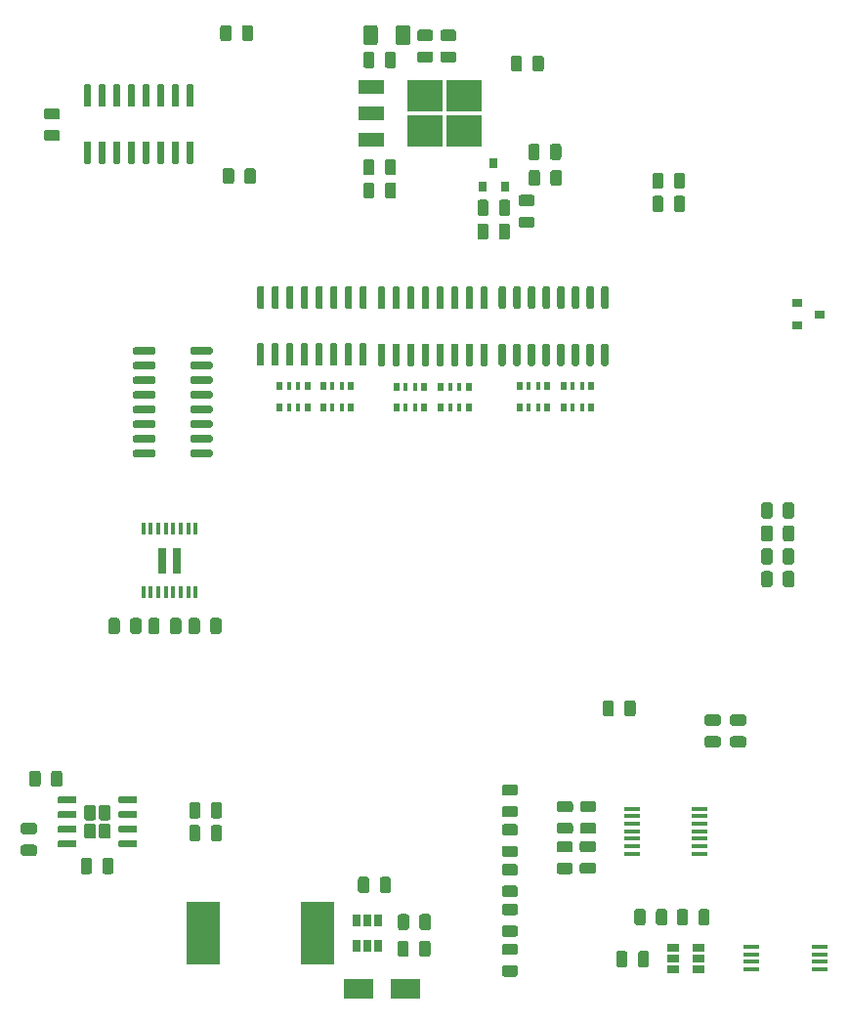
<source format=gbr>
G04 #@! TF.GenerationSoftware,KiCad,Pcbnew,(5.1.5)-3*
G04 #@! TF.CreationDate,2020-03-20T16:35:38+01:00*
G04 #@! TF.ProjectId,TrackRay_H00,54726163-6b52-4617-995f-4830302e6b69,rev?*
G04 #@! TF.SameCoordinates,Original*
G04 #@! TF.FileFunction,Paste,Bot*
G04 #@! TF.FilePolarity,Positive*
%FSLAX46Y46*%
G04 Gerber Fmt 4.6, Leading zero omitted, Abs format (unit mm)*
G04 Created by KiCad (PCBNEW (5.1.5)-3) date 2020-03-20 16:35:38*
%MOMM*%
%LPD*%
G04 APERTURE LIST*
%ADD10R,3.050000X2.750000*%
%ADD11R,2.200000X1.200000*%
%ADD12R,1.450000X0.450000*%
%ADD13C,0.100000*%
%ADD14R,0.900000X0.800000*%
%ADD15R,2.900000X5.400000*%
%ADD16R,0.650000X1.060000*%
%ADD17R,1.060000X0.650000*%
%ADD18R,0.800000X2.300000*%
%ADD19R,0.450000X1.050000*%
%ADD20R,0.500000X0.800000*%
%ADD21R,0.400000X0.800000*%
%ADD22R,0.800000X0.900000*%
%ADD23R,2.500000X1.800000*%
G04 APERTURE END LIST*
D10*
X37331200Y-13981700D03*
X40681200Y-17031700D03*
X37331200Y-17031700D03*
X40681200Y-13981700D03*
D11*
X32706200Y-13226700D03*
X32706200Y-15506700D03*
X32706200Y-17786700D03*
D12*
X61141400Y-79674000D03*
X61141400Y-79024000D03*
X61141400Y-78374000D03*
X61141400Y-77724000D03*
X61141400Y-77074000D03*
X61141400Y-76424000D03*
X61141400Y-75774000D03*
X55241400Y-75774000D03*
X55241400Y-76424000D03*
X55241400Y-77074000D03*
X55241400Y-77724000D03*
X55241400Y-78374000D03*
X55241400Y-79024000D03*
X55241400Y-79674000D03*
D13*
G36*
X37603342Y-84899174D02*
G01*
X37627003Y-84902684D01*
X37650207Y-84908496D01*
X37672729Y-84916554D01*
X37694353Y-84926782D01*
X37714870Y-84939079D01*
X37734083Y-84953329D01*
X37751807Y-84969393D01*
X37767871Y-84987117D01*
X37782121Y-85006330D01*
X37794418Y-85026847D01*
X37804646Y-85048471D01*
X37812704Y-85070993D01*
X37818516Y-85094197D01*
X37822026Y-85117858D01*
X37823200Y-85141750D01*
X37823200Y-86054250D01*
X37822026Y-86078142D01*
X37818516Y-86101803D01*
X37812704Y-86125007D01*
X37804646Y-86147529D01*
X37794418Y-86169153D01*
X37782121Y-86189670D01*
X37767871Y-86208883D01*
X37751807Y-86226607D01*
X37734083Y-86242671D01*
X37714870Y-86256921D01*
X37694353Y-86269218D01*
X37672729Y-86279446D01*
X37650207Y-86287504D01*
X37627003Y-86293316D01*
X37603342Y-86296826D01*
X37579450Y-86298000D01*
X37091950Y-86298000D01*
X37068058Y-86296826D01*
X37044397Y-86293316D01*
X37021193Y-86287504D01*
X36998671Y-86279446D01*
X36977047Y-86269218D01*
X36956530Y-86256921D01*
X36937317Y-86242671D01*
X36919593Y-86226607D01*
X36903529Y-86208883D01*
X36889279Y-86189670D01*
X36876982Y-86169153D01*
X36866754Y-86147529D01*
X36858696Y-86125007D01*
X36852884Y-86101803D01*
X36849374Y-86078142D01*
X36848200Y-86054250D01*
X36848200Y-85141750D01*
X36849374Y-85117858D01*
X36852884Y-85094197D01*
X36858696Y-85070993D01*
X36866754Y-85048471D01*
X36876982Y-85026847D01*
X36889279Y-85006330D01*
X36903529Y-84987117D01*
X36919593Y-84969393D01*
X36937317Y-84953329D01*
X36956530Y-84939079D01*
X36977047Y-84926782D01*
X36998671Y-84916554D01*
X37021193Y-84908496D01*
X37044397Y-84902684D01*
X37068058Y-84899174D01*
X37091950Y-84898000D01*
X37579450Y-84898000D01*
X37603342Y-84899174D01*
G37*
G36*
X35728342Y-84899174D02*
G01*
X35752003Y-84902684D01*
X35775207Y-84908496D01*
X35797729Y-84916554D01*
X35819353Y-84926782D01*
X35839870Y-84939079D01*
X35859083Y-84953329D01*
X35876807Y-84969393D01*
X35892871Y-84987117D01*
X35907121Y-85006330D01*
X35919418Y-85026847D01*
X35929646Y-85048471D01*
X35937704Y-85070993D01*
X35943516Y-85094197D01*
X35947026Y-85117858D01*
X35948200Y-85141750D01*
X35948200Y-86054250D01*
X35947026Y-86078142D01*
X35943516Y-86101803D01*
X35937704Y-86125007D01*
X35929646Y-86147529D01*
X35919418Y-86169153D01*
X35907121Y-86189670D01*
X35892871Y-86208883D01*
X35876807Y-86226607D01*
X35859083Y-86242671D01*
X35839870Y-86256921D01*
X35819353Y-86269218D01*
X35797729Y-86279446D01*
X35775207Y-86287504D01*
X35752003Y-86293316D01*
X35728342Y-86296826D01*
X35704450Y-86298000D01*
X35216950Y-86298000D01*
X35193058Y-86296826D01*
X35169397Y-86293316D01*
X35146193Y-86287504D01*
X35123671Y-86279446D01*
X35102047Y-86269218D01*
X35081530Y-86256921D01*
X35062317Y-86242671D01*
X35044593Y-86226607D01*
X35028529Y-86208883D01*
X35014279Y-86189670D01*
X35001982Y-86169153D01*
X34991754Y-86147529D01*
X34983696Y-86125007D01*
X34977884Y-86101803D01*
X34974374Y-86078142D01*
X34973200Y-86054250D01*
X34973200Y-85141750D01*
X34974374Y-85117858D01*
X34977884Y-85094197D01*
X34983696Y-85070993D01*
X34991754Y-85048471D01*
X35001982Y-85026847D01*
X35014279Y-85006330D01*
X35028529Y-84987117D01*
X35044593Y-84969393D01*
X35062317Y-84953329D01*
X35081530Y-84939079D01*
X35102047Y-84926782D01*
X35123671Y-84916554D01*
X35146193Y-84908496D01*
X35169397Y-84902684D01*
X35193058Y-84899174D01*
X35216950Y-84898000D01*
X35704450Y-84898000D01*
X35728342Y-84899174D01*
G37*
G36*
X37577942Y-87210574D02*
G01*
X37601603Y-87214084D01*
X37624807Y-87219896D01*
X37647329Y-87227954D01*
X37668953Y-87238182D01*
X37689470Y-87250479D01*
X37708683Y-87264729D01*
X37726407Y-87280793D01*
X37742471Y-87298517D01*
X37756721Y-87317730D01*
X37769018Y-87338247D01*
X37779246Y-87359871D01*
X37787304Y-87382393D01*
X37793116Y-87405597D01*
X37796626Y-87429258D01*
X37797800Y-87453150D01*
X37797800Y-88365650D01*
X37796626Y-88389542D01*
X37793116Y-88413203D01*
X37787304Y-88436407D01*
X37779246Y-88458929D01*
X37769018Y-88480553D01*
X37756721Y-88501070D01*
X37742471Y-88520283D01*
X37726407Y-88538007D01*
X37708683Y-88554071D01*
X37689470Y-88568321D01*
X37668953Y-88580618D01*
X37647329Y-88590846D01*
X37624807Y-88598904D01*
X37601603Y-88604716D01*
X37577942Y-88608226D01*
X37554050Y-88609400D01*
X37066550Y-88609400D01*
X37042658Y-88608226D01*
X37018997Y-88604716D01*
X36995793Y-88598904D01*
X36973271Y-88590846D01*
X36951647Y-88580618D01*
X36931130Y-88568321D01*
X36911917Y-88554071D01*
X36894193Y-88538007D01*
X36878129Y-88520283D01*
X36863879Y-88501070D01*
X36851582Y-88480553D01*
X36841354Y-88458929D01*
X36833296Y-88436407D01*
X36827484Y-88413203D01*
X36823974Y-88389542D01*
X36822800Y-88365650D01*
X36822800Y-87453150D01*
X36823974Y-87429258D01*
X36827484Y-87405597D01*
X36833296Y-87382393D01*
X36841354Y-87359871D01*
X36851582Y-87338247D01*
X36863879Y-87317730D01*
X36878129Y-87298517D01*
X36894193Y-87280793D01*
X36911917Y-87264729D01*
X36931130Y-87250479D01*
X36951647Y-87238182D01*
X36973271Y-87227954D01*
X36995793Y-87219896D01*
X37018997Y-87214084D01*
X37042658Y-87210574D01*
X37066550Y-87209400D01*
X37554050Y-87209400D01*
X37577942Y-87210574D01*
G37*
G36*
X35702942Y-87210574D02*
G01*
X35726603Y-87214084D01*
X35749807Y-87219896D01*
X35772329Y-87227954D01*
X35793953Y-87238182D01*
X35814470Y-87250479D01*
X35833683Y-87264729D01*
X35851407Y-87280793D01*
X35867471Y-87298517D01*
X35881721Y-87317730D01*
X35894018Y-87338247D01*
X35904246Y-87359871D01*
X35912304Y-87382393D01*
X35918116Y-87405597D01*
X35921626Y-87429258D01*
X35922800Y-87453150D01*
X35922800Y-88365650D01*
X35921626Y-88389542D01*
X35918116Y-88413203D01*
X35912304Y-88436407D01*
X35904246Y-88458929D01*
X35894018Y-88480553D01*
X35881721Y-88501070D01*
X35867471Y-88520283D01*
X35851407Y-88538007D01*
X35833683Y-88554071D01*
X35814470Y-88568321D01*
X35793953Y-88580618D01*
X35772329Y-88590846D01*
X35749807Y-88598904D01*
X35726603Y-88604716D01*
X35702942Y-88608226D01*
X35679050Y-88609400D01*
X35191550Y-88609400D01*
X35167658Y-88608226D01*
X35143997Y-88604716D01*
X35120793Y-88598904D01*
X35098271Y-88590846D01*
X35076647Y-88580618D01*
X35056130Y-88568321D01*
X35036917Y-88554071D01*
X35019193Y-88538007D01*
X35003129Y-88520283D01*
X34988879Y-88501070D01*
X34976582Y-88480553D01*
X34966354Y-88458929D01*
X34958296Y-88436407D01*
X34952484Y-88413203D01*
X34948974Y-88389542D01*
X34947800Y-88365650D01*
X34947800Y-87453150D01*
X34948974Y-87429258D01*
X34952484Y-87405597D01*
X34958296Y-87382393D01*
X34966354Y-87359871D01*
X34976582Y-87338247D01*
X34988879Y-87317730D01*
X35003129Y-87298517D01*
X35019193Y-87280793D01*
X35036917Y-87264729D01*
X35056130Y-87250479D01*
X35076647Y-87238182D01*
X35098271Y-87227954D01*
X35120793Y-87219896D01*
X35143997Y-87214084D01*
X35167658Y-87210574D01*
X35191550Y-87209400D01*
X35679050Y-87209400D01*
X35702942Y-87210574D01*
G37*
G36*
X3477342Y-77011374D02*
G01*
X3501003Y-77014884D01*
X3524207Y-77020696D01*
X3546729Y-77028754D01*
X3568353Y-77038982D01*
X3588870Y-77051279D01*
X3608083Y-77065529D01*
X3625807Y-77081593D01*
X3641871Y-77099317D01*
X3656121Y-77118530D01*
X3668418Y-77139047D01*
X3678646Y-77160671D01*
X3686704Y-77183193D01*
X3692516Y-77206397D01*
X3696026Y-77230058D01*
X3697200Y-77253950D01*
X3697200Y-77741450D01*
X3696026Y-77765342D01*
X3692516Y-77789003D01*
X3686704Y-77812207D01*
X3678646Y-77834729D01*
X3668418Y-77856353D01*
X3656121Y-77876870D01*
X3641871Y-77896083D01*
X3625807Y-77913807D01*
X3608083Y-77929871D01*
X3588870Y-77944121D01*
X3568353Y-77956418D01*
X3546729Y-77966646D01*
X3524207Y-77974704D01*
X3501003Y-77980516D01*
X3477342Y-77984026D01*
X3453450Y-77985200D01*
X2540950Y-77985200D01*
X2517058Y-77984026D01*
X2493397Y-77980516D01*
X2470193Y-77974704D01*
X2447671Y-77966646D01*
X2426047Y-77956418D01*
X2405530Y-77944121D01*
X2386317Y-77929871D01*
X2368593Y-77913807D01*
X2352529Y-77896083D01*
X2338279Y-77876870D01*
X2325982Y-77856353D01*
X2315754Y-77834729D01*
X2307696Y-77812207D01*
X2301884Y-77789003D01*
X2298374Y-77765342D01*
X2297200Y-77741450D01*
X2297200Y-77253950D01*
X2298374Y-77230058D01*
X2301884Y-77206397D01*
X2307696Y-77183193D01*
X2315754Y-77160671D01*
X2325982Y-77139047D01*
X2338279Y-77118530D01*
X2352529Y-77099317D01*
X2368593Y-77081593D01*
X2386317Y-77065529D01*
X2405530Y-77051279D01*
X2426047Y-77038982D01*
X2447671Y-77028754D01*
X2470193Y-77020696D01*
X2493397Y-77014884D01*
X2517058Y-77011374D01*
X2540950Y-77010200D01*
X3453450Y-77010200D01*
X3477342Y-77011374D01*
G37*
G36*
X3477342Y-78886374D02*
G01*
X3501003Y-78889884D01*
X3524207Y-78895696D01*
X3546729Y-78903754D01*
X3568353Y-78913982D01*
X3588870Y-78926279D01*
X3608083Y-78940529D01*
X3625807Y-78956593D01*
X3641871Y-78974317D01*
X3656121Y-78993530D01*
X3668418Y-79014047D01*
X3678646Y-79035671D01*
X3686704Y-79058193D01*
X3692516Y-79081397D01*
X3696026Y-79105058D01*
X3697200Y-79128950D01*
X3697200Y-79616450D01*
X3696026Y-79640342D01*
X3692516Y-79664003D01*
X3686704Y-79687207D01*
X3678646Y-79709729D01*
X3668418Y-79731353D01*
X3656121Y-79751870D01*
X3641871Y-79771083D01*
X3625807Y-79788807D01*
X3608083Y-79804871D01*
X3588870Y-79819121D01*
X3568353Y-79831418D01*
X3546729Y-79841646D01*
X3524207Y-79849704D01*
X3501003Y-79855516D01*
X3477342Y-79859026D01*
X3453450Y-79860200D01*
X2540950Y-79860200D01*
X2517058Y-79859026D01*
X2493397Y-79855516D01*
X2470193Y-79849704D01*
X2447671Y-79841646D01*
X2426047Y-79831418D01*
X2405530Y-79819121D01*
X2386317Y-79804871D01*
X2368593Y-79788807D01*
X2352529Y-79771083D01*
X2338279Y-79751870D01*
X2325982Y-79731353D01*
X2315754Y-79709729D01*
X2307696Y-79687207D01*
X2301884Y-79664003D01*
X2298374Y-79640342D01*
X2297200Y-79616450D01*
X2297200Y-79128950D01*
X2298374Y-79105058D01*
X2301884Y-79081397D01*
X2307696Y-79058193D01*
X2315754Y-79035671D01*
X2325982Y-79014047D01*
X2338279Y-78993530D01*
X2352529Y-78974317D01*
X2368593Y-78956593D01*
X2386317Y-78940529D01*
X2405530Y-78926279D01*
X2426047Y-78913982D01*
X2447671Y-78903754D01*
X2470193Y-78895696D01*
X2493397Y-78889884D01*
X2517058Y-78886374D01*
X2540950Y-78885200D01*
X3453450Y-78885200D01*
X3477342Y-78886374D01*
G37*
G36*
X59909142Y-84467374D02*
G01*
X59932803Y-84470884D01*
X59956007Y-84476696D01*
X59978529Y-84484754D01*
X60000153Y-84494982D01*
X60020670Y-84507279D01*
X60039883Y-84521529D01*
X60057607Y-84537593D01*
X60073671Y-84555317D01*
X60087921Y-84574530D01*
X60100218Y-84595047D01*
X60110446Y-84616671D01*
X60118504Y-84639193D01*
X60124316Y-84662397D01*
X60127826Y-84686058D01*
X60129000Y-84709950D01*
X60129000Y-85622450D01*
X60127826Y-85646342D01*
X60124316Y-85670003D01*
X60118504Y-85693207D01*
X60110446Y-85715729D01*
X60100218Y-85737353D01*
X60087921Y-85757870D01*
X60073671Y-85777083D01*
X60057607Y-85794807D01*
X60039883Y-85810871D01*
X60020670Y-85825121D01*
X60000153Y-85837418D01*
X59978529Y-85847646D01*
X59956007Y-85855704D01*
X59932803Y-85861516D01*
X59909142Y-85865026D01*
X59885250Y-85866200D01*
X59397750Y-85866200D01*
X59373858Y-85865026D01*
X59350197Y-85861516D01*
X59326993Y-85855704D01*
X59304471Y-85847646D01*
X59282847Y-85837418D01*
X59262330Y-85825121D01*
X59243117Y-85810871D01*
X59225393Y-85794807D01*
X59209329Y-85777083D01*
X59195079Y-85757870D01*
X59182782Y-85737353D01*
X59172554Y-85715729D01*
X59164496Y-85693207D01*
X59158684Y-85670003D01*
X59155174Y-85646342D01*
X59154000Y-85622450D01*
X59154000Y-84709950D01*
X59155174Y-84686058D01*
X59158684Y-84662397D01*
X59164496Y-84639193D01*
X59172554Y-84616671D01*
X59182782Y-84595047D01*
X59195079Y-84574530D01*
X59209329Y-84555317D01*
X59225393Y-84537593D01*
X59243117Y-84521529D01*
X59262330Y-84507279D01*
X59282847Y-84494982D01*
X59304471Y-84484754D01*
X59326993Y-84476696D01*
X59350197Y-84470884D01*
X59373858Y-84467374D01*
X59397750Y-84466200D01*
X59885250Y-84466200D01*
X59909142Y-84467374D01*
G37*
G36*
X61784142Y-84467374D02*
G01*
X61807803Y-84470884D01*
X61831007Y-84476696D01*
X61853529Y-84484754D01*
X61875153Y-84494982D01*
X61895670Y-84507279D01*
X61914883Y-84521529D01*
X61932607Y-84537593D01*
X61948671Y-84555317D01*
X61962921Y-84574530D01*
X61975218Y-84595047D01*
X61985446Y-84616671D01*
X61993504Y-84639193D01*
X61999316Y-84662397D01*
X62002826Y-84686058D01*
X62004000Y-84709950D01*
X62004000Y-85622450D01*
X62002826Y-85646342D01*
X61999316Y-85670003D01*
X61993504Y-85693207D01*
X61985446Y-85715729D01*
X61975218Y-85737353D01*
X61962921Y-85757870D01*
X61948671Y-85777083D01*
X61932607Y-85794807D01*
X61914883Y-85810871D01*
X61895670Y-85825121D01*
X61875153Y-85837418D01*
X61853529Y-85847646D01*
X61831007Y-85855704D01*
X61807803Y-85861516D01*
X61784142Y-85865026D01*
X61760250Y-85866200D01*
X61272750Y-85866200D01*
X61248858Y-85865026D01*
X61225197Y-85861516D01*
X61201993Y-85855704D01*
X61179471Y-85847646D01*
X61157847Y-85837418D01*
X61137330Y-85825121D01*
X61118117Y-85810871D01*
X61100393Y-85794807D01*
X61084329Y-85777083D01*
X61070079Y-85757870D01*
X61057782Y-85737353D01*
X61047554Y-85715729D01*
X61039496Y-85693207D01*
X61033684Y-85670003D01*
X61030174Y-85646342D01*
X61029000Y-85622450D01*
X61029000Y-84709950D01*
X61030174Y-84686058D01*
X61033684Y-84662397D01*
X61039496Y-84639193D01*
X61047554Y-84616671D01*
X61057782Y-84595047D01*
X61070079Y-84574530D01*
X61084329Y-84555317D01*
X61100393Y-84537593D01*
X61118117Y-84521529D01*
X61137330Y-84507279D01*
X61157847Y-84494982D01*
X61179471Y-84484754D01*
X61201993Y-84476696D01*
X61225197Y-84470884D01*
X61248858Y-84467374D01*
X61272750Y-84466200D01*
X61760250Y-84466200D01*
X61784142Y-84467374D01*
G37*
G36*
X54651342Y-88099574D02*
G01*
X54675003Y-88103084D01*
X54698207Y-88108896D01*
X54720729Y-88116954D01*
X54742353Y-88127182D01*
X54762870Y-88139479D01*
X54782083Y-88153729D01*
X54799807Y-88169793D01*
X54815871Y-88187517D01*
X54830121Y-88206730D01*
X54842418Y-88227247D01*
X54852646Y-88248871D01*
X54860704Y-88271393D01*
X54866516Y-88294597D01*
X54870026Y-88318258D01*
X54871200Y-88342150D01*
X54871200Y-89254650D01*
X54870026Y-89278542D01*
X54866516Y-89302203D01*
X54860704Y-89325407D01*
X54852646Y-89347929D01*
X54842418Y-89369553D01*
X54830121Y-89390070D01*
X54815871Y-89409283D01*
X54799807Y-89427007D01*
X54782083Y-89443071D01*
X54762870Y-89457321D01*
X54742353Y-89469618D01*
X54720729Y-89479846D01*
X54698207Y-89487904D01*
X54675003Y-89493716D01*
X54651342Y-89497226D01*
X54627450Y-89498400D01*
X54139950Y-89498400D01*
X54116058Y-89497226D01*
X54092397Y-89493716D01*
X54069193Y-89487904D01*
X54046671Y-89479846D01*
X54025047Y-89469618D01*
X54004530Y-89457321D01*
X53985317Y-89443071D01*
X53967593Y-89427007D01*
X53951529Y-89409283D01*
X53937279Y-89390070D01*
X53924982Y-89369553D01*
X53914754Y-89347929D01*
X53906696Y-89325407D01*
X53900884Y-89302203D01*
X53897374Y-89278542D01*
X53896200Y-89254650D01*
X53896200Y-88342150D01*
X53897374Y-88318258D01*
X53900884Y-88294597D01*
X53906696Y-88271393D01*
X53914754Y-88248871D01*
X53924982Y-88227247D01*
X53937279Y-88206730D01*
X53951529Y-88187517D01*
X53967593Y-88169793D01*
X53985317Y-88153729D01*
X54004530Y-88139479D01*
X54025047Y-88127182D01*
X54046671Y-88116954D01*
X54069193Y-88108896D01*
X54092397Y-88103084D01*
X54116058Y-88099574D01*
X54139950Y-88098400D01*
X54627450Y-88098400D01*
X54651342Y-88099574D01*
G37*
G36*
X56526342Y-88099574D02*
G01*
X56550003Y-88103084D01*
X56573207Y-88108896D01*
X56595729Y-88116954D01*
X56617353Y-88127182D01*
X56637870Y-88139479D01*
X56657083Y-88153729D01*
X56674807Y-88169793D01*
X56690871Y-88187517D01*
X56705121Y-88206730D01*
X56717418Y-88227247D01*
X56727646Y-88248871D01*
X56735704Y-88271393D01*
X56741516Y-88294597D01*
X56745026Y-88318258D01*
X56746200Y-88342150D01*
X56746200Y-89254650D01*
X56745026Y-89278542D01*
X56741516Y-89302203D01*
X56735704Y-89325407D01*
X56727646Y-89347929D01*
X56717418Y-89369553D01*
X56705121Y-89390070D01*
X56690871Y-89409283D01*
X56674807Y-89427007D01*
X56657083Y-89443071D01*
X56637870Y-89457321D01*
X56617353Y-89469618D01*
X56595729Y-89479846D01*
X56573207Y-89487904D01*
X56550003Y-89493716D01*
X56526342Y-89497226D01*
X56502450Y-89498400D01*
X56014950Y-89498400D01*
X55991058Y-89497226D01*
X55967397Y-89493716D01*
X55944193Y-89487904D01*
X55921671Y-89479846D01*
X55900047Y-89469618D01*
X55879530Y-89457321D01*
X55860317Y-89443071D01*
X55842593Y-89427007D01*
X55826529Y-89409283D01*
X55812279Y-89390070D01*
X55799982Y-89369553D01*
X55789754Y-89347929D01*
X55781696Y-89325407D01*
X55775884Y-89302203D01*
X55772374Y-89278542D01*
X55771200Y-89254650D01*
X55771200Y-88342150D01*
X55772374Y-88318258D01*
X55775884Y-88294597D01*
X55781696Y-88271393D01*
X55789754Y-88248871D01*
X55799982Y-88227247D01*
X55812279Y-88206730D01*
X55826529Y-88187517D01*
X55842593Y-88169793D01*
X55860317Y-88153729D01*
X55879530Y-88139479D01*
X55900047Y-88127182D01*
X55921671Y-88116954D01*
X55944193Y-88108896D01*
X55967397Y-88103084D01*
X55991058Y-88099574D01*
X56014950Y-88098400D01*
X56502450Y-88098400D01*
X56526342Y-88099574D01*
G37*
D14*
X71545200Y-32933600D03*
X69545200Y-31983600D03*
X69545200Y-33883600D03*
D13*
G36*
X35810104Y-7863804D02*
G01*
X35834373Y-7867404D01*
X35858171Y-7873365D01*
X35881271Y-7881630D01*
X35903449Y-7892120D01*
X35924493Y-7904733D01*
X35944198Y-7919347D01*
X35962377Y-7935823D01*
X35978853Y-7954002D01*
X35993467Y-7973707D01*
X36006080Y-7994751D01*
X36016570Y-8016929D01*
X36024835Y-8040029D01*
X36030796Y-8063827D01*
X36034396Y-8088096D01*
X36035600Y-8112600D01*
X36035600Y-9362600D01*
X36034396Y-9387104D01*
X36030796Y-9411373D01*
X36024835Y-9435171D01*
X36016570Y-9458271D01*
X36006080Y-9480449D01*
X35993467Y-9501493D01*
X35978853Y-9521198D01*
X35962377Y-9539377D01*
X35944198Y-9555853D01*
X35924493Y-9570467D01*
X35903449Y-9583080D01*
X35881271Y-9593570D01*
X35858171Y-9601835D01*
X35834373Y-9607796D01*
X35810104Y-9611396D01*
X35785600Y-9612600D01*
X35035600Y-9612600D01*
X35011096Y-9611396D01*
X34986827Y-9607796D01*
X34963029Y-9601835D01*
X34939929Y-9593570D01*
X34917751Y-9583080D01*
X34896707Y-9570467D01*
X34877002Y-9555853D01*
X34858823Y-9539377D01*
X34842347Y-9521198D01*
X34827733Y-9501493D01*
X34815120Y-9480449D01*
X34804630Y-9458271D01*
X34796365Y-9435171D01*
X34790404Y-9411373D01*
X34786804Y-9387104D01*
X34785600Y-9362600D01*
X34785600Y-8112600D01*
X34786804Y-8088096D01*
X34790404Y-8063827D01*
X34796365Y-8040029D01*
X34804630Y-8016929D01*
X34815120Y-7994751D01*
X34827733Y-7973707D01*
X34842347Y-7954002D01*
X34858823Y-7935823D01*
X34877002Y-7919347D01*
X34896707Y-7904733D01*
X34917751Y-7892120D01*
X34939929Y-7881630D01*
X34963029Y-7873365D01*
X34986827Y-7867404D01*
X35011096Y-7863804D01*
X35035600Y-7862600D01*
X35785600Y-7862600D01*
X35810104Y-7863804D01*
G37*
G36*
X33010104Y-7863804D02*
G01*
X33034373Y-7867404D01*
X33058171Y-7873365D01*
X33081271Y-7881630D01*
X33103449Y-7892120D01*
X33124493Y-7904733D01*
X33144198Y-7919347D01*
X33162377Y-7935823D01*
X33178853Y-7954002D01*
X33193467Y-7973707D01*
X33206080Y-7994751D01*
X33216570Y-8016929D01*
X33224835Y-8040029D01*
X33230796Y-8063827D01*
X33234396Y-8088096D01*
X33235600Y-8112600D01*
X33235600Y-9362600D01*
X33234396Y-9387104D01*
X33230796Y-9411373D01*
X33224835Y-9435171D01*
X33216570Y-9458271D01*
X33206080Y-9480449D01*
X33193467Y-9501493D01*
X33178853Y-9521198D01*
X33162377Y-9539377D01*
X33144198Y-9555853D01*
X33124493Y-9570467D01*
X33103449Y-9583080D01*
X33081271Y-9593570D01*
X33058171Y-9601835D01*
X33034373Y-9607796D01*
X33010104Y-9611396D01*
X32985600Y-9612600D01*
X32235600Y-9612600D01*
X32211096Y-9611396D01*
X32186827Y-9607796D01*
X32163029Y-9601835D01*
X32139929Y-9593570D01*
X32117751Y-9583080D01*
X32096707Y-9570467D01*
X32077002Y-9555853D01*
X32058823Y-9539377D01*
X32042347Y-9521198D01*
X32027733Y-9501493D01*
X32015120Y-9480449D01*
X32004630Y-9458271D01*
X31996365Y-9435171D01*
X31990404Y-9411373D01*
X31986804Y-9387104D01*
X31985600Y-9362600D01*
X31985600Y-8112600D01*
X31986804Y-8088096D01*
X31990404Y-8063827D01*
X31996365Y-8040029D01*
X32004630Y-8016929D01*
X32015120Y-7994751D01*
X32027733Y-7973707D01*
X32042347Y-7954002D01*
X32058823Y-7935823D01*
X32077002Y-7919347D01*
X32096707Y-7904733D01*
X32117751Y-7892120D01*
X32139929Y-7881630D01*
X32163029Y-7873365D01*
X32186827Y-7867404D01*
X32211096Y-7863804D01*
X32235600Y-7862600D01*
X32985600Y-7862600D01*
X33010104Y-7863804D01*
G37*
D15*
X28038600Y-86537800D03*
X18138600Y-86537800D03*
D16*
X32334200Y-87688600D03*
X31384200Y-87688600D03*
X33284200Y-87688600D03*
X33284200Y-85488600D03*
X32334200Y-85488600D03*
X31384200Y-85488600D03*
D17*
X58869400Y-88747600D03*
X58869400Y-87797600D03*
X58869400Y-89697600D03*
X61069400Y-89697600D03*
X61069400Y-88747600D03*
X61069400Y-87797600D03*
D18*
X15849200Y-54254400D03*
X14529200Y-54254400D03*
D19*
X12914200Y-57029400D03*
X13564200Y-57029400D03*
X14214200Y-57029400D03*
X14864200Y-57029400D03*
X15514200Y-57029400D03*
X16164200Y-57029400D03*
X16814200Y-57029400D03*
X17464200Y-57029400D03*
X17464200Y-51479400D03*
X16814200Y-51479400D03*
X16164200Y-51479400D03*
X15514200Y-51479400D03*
X14864200Y-51479400D03*
X14214200Y-51479400D03*
X13564200Y-51479400D03*
X12914200Y-51479400D03*
D13*
G36*
X18783303Y-44684122D02*
G01*
X18797864Y-44686282D01*
X18812143Y-44689859D01*
X18826003Y-44694818D01*
X18839310Y-44701112D01*
X18851936Y-44708680D01*
X18863759Y-44717448D01*
X18874666Y-44727334D01*
X18884552Y-44738241D01*
X18893320Y-44750064D01*
X18900888Y-44762690D01*
X18907182Y-44775997D01*
X18912141Y-44789857D01*
X18915718Y-44804136D01*
X18917878Y-44818697D01*
X18918600Y-44833400D01*
X18918600Y-45133400D01*
X18917878Y-45148103D01*
X18915718Y-45162664D01*
X18912141Y-45176943D01*
X18907182Y-45190803D01*
X18900888Y-45204110D01*
X18893320Y-45216736D01*
X18884552Y-45228559D01*
X18874666Y-45239466D01*
X18863759Y-45249352D01*
X18851936Y-45258120D01*
X18839310Y-45265688D01*
X18826003Y-45271982D01*
X18812143Y-45276941D01*
X18797864Y-45280518D01*
X18783303Y-45282678D01*
X18768600Y-45283400D01*
X17118600Y-45283400D01*
X17103897Y-45282678D01*
X17089336Y-45280518D01*
X17075057Y-45276941D01*
X17061197Y-45271982D01*
X17047890Y-45265688D01*
X17035264Y-45258120D01*
X17023441Y-45249352D01*
X17012534Y-45239466D01*
X17002648Y-45228559D01*
X16993880Y-45216736D01*
X16986312Y-45204110D01*
X16980018Y-45190803D01*
X16975059Y-45176943D01*
X16971482Y-45162664D01*
X16969322Y-45148103D01*
X16968600Y-45133400D01*
X16968600Y-44833400D01*
X16969322Y-44818697D01*
X16971482Y-44804136D01*
X16975059Y-44789857D01*
X16980018Y-44775997D01*
X16986312Y-44762690D01*
X16993880Y-44750064D01*
X17002648Y-44738241D01*
X17012534Y-44727334D01*
X17023441Y-44717448D01*
X17035264Y-44708680D01*
X17047890Y-44701112D01*
X17061197Y-44694818D01*
X17075057Y-44689859D01*
X17089336Y-44686282D01*
X17103897Y-44684122D01*
X17118600Y-44683400D01*
X18768600Y-44683400D01*
X18783303Y-44684122D01*
G37*
G36*
X18783303Y-43414122D02*
G01*
X18797864Y-43416282D01*
X18812143Y-43419859D01*
X18826003Y-43424818D01*
X18839310Y-43431112D01*
X18851936Y-43438680D01*
X18863759Y-43447448D01*
X18874666Y-43457334D01*
X18884552Y-43468241D01*
X18893320Y-43480064D01*
X18900888Y-43492690D01*
X18907182Y-43505997D01*
X18912141Y-43519857D01*
X18915718Y-43534136D01*
X18917878Y-43548697D01*
X18918600Y-43563400D01*
X18918600Y-43863400D01*
X18917878Y-43878103D01*
X18915718Y-43892664D01*
X18912141Y-43906943D01*
X18907182Y-43920803D01*
X18900888Y-43934110D01*
X18893320Y-43946736D01*
X18884552Y-43958559D01*
X18874666Y-43969466D01*
X18863759Y-43979352D01*
X18851936Y-43988120D01*
X18839310Y-43995688D01*
X18826003Y-44001982D01*
X18812143Y-44006941D01*
X18797864Y-44010518D01*
X18783303Y-44012678D01*
X18768600Y-44013400D01*
X17118600Y-44013400D01*
X17103897Y-44012678D01*
X17089336Y-44010518D01*
X17075057Y-44006941D01*
X17061197Y-44001982D01*
X17047890Y-43995688D01*
X17035264Y-43988120D01*
X17023441Y-43979352D01*
X17012534Y-43969466D01*
X17002648Y-43958559D01*
X16993880Y-43946736D01*
X16986312Y-43934110D01*
X16980018Y-43920803D01*
X16975059Y-43906943D01*
X16971482Y-43892664D01*
X16969322Y-43878103D01*
X16968600Y-43863400D01*
X16968600Y-43563400D01*
X16969322Y-43548697D01*
X16971482Y-43534136D01*
X16975059Y-43519857D01*
X16980018Y-43505997D01*
X16986312Y-43492690D01*
X16993880Y-43480064D01*
X17002648Y-43468241D01*
X17012534Y-43457334D01*
X17023441Y-43447448D01*
X17035264Y-43438680D01*
X17047890Y-43431112D01*
X17061197Y-43424818D01*
X17075057Y-43419859D01*
X17089336Y-43416282D01*
X17103897Y-43414122D01*
X17118600Y-43413400D01*
X18768600Y-43413400D01*
X18783303Y-43414122D01*
G37*
G36*
X18783303Y-42144122D02*
G01*
X18797864Y-42146282D01*
X18812143Y-42149859D01*
X18826003Y-42154818D01*
X18839310Y-42161112D01*
X18851936Y-42168680D01*
X18863759Y-42177448D01*
X18874666Y-42187334D01*
X18884552Y-42198241D01*
X18893320Y-42210064D01*
X18900888Y-42222690D01*
X18907182Y-42235997D01*
X18912141Y-42249857D01*
X18915718Y-42264136D01*
X18917878Y-42278697D01*
X18918600Y-42293400D01*
X18918600Y-42593400D01*
X18917878Y-42608103D01*
X18915718Y-42622664D01*
X18912141Y-42636943D01*
X18907182Y-42650803D01*
X18900888Y-42664110D01*
X18893320Y-42676736D01*
X18884552Y-42688559D01*
X18874666Y-42699466D01*
X18863759Y-42709352D01*
X18851936Y-42718120D01*
X18839310Y-42725688D01*
X18826003Y-42731982D01*
X18812143Y-42736941D01*
X18797864Y-42740518D01*
X18783303Y-42742678D01*
X18768600Y-42743400D01*
X17118600Y-42743400D01*
X17103897Y-42742678D01*
X17089336Y-42740518D01*
X17075057Y-42736941D01*
X17061197Y-42731982D01*
X17047890Y-42725688D01*
X17035264Y-42718120D01*
X17023441Y-42709352D01*
X17012534Y-42699466D01*
X17002648Y-42688559D01*
X16993880Y-42676736D01*
X16986312Y-42664110D01*
X16980018Y-42650803D01*
X16975059Y-42636943D01*
X16971482Y-42622664D01*
X16969322Y-42608103D01*
X16968600Y-42593400D01*
X16968600Y-42293400D01*
X16969322Y-42278697D01*
X16971482Y-42264136D01*
X16975059Y-42249857D01*
X16980018Y-42235997D01*
X16986312Y-42222690D01*
X16993880Y-42210064D01*
X17002648Y-42198241D01*
X17012534Y-42187334D01*
X17023441Y-42177448D01*
X17035264Y-42168680D01*
X17047890Y-42161112D01*
X17061197Y-42154818D01*
X17075057Y-42149859D01*
X17089336Y-42146282D01*
X17103897Y-42144122D01*
X17118600Y-42143400D01*
X18768600Y-42143400D01*
X18783303Y-42144122D01*
G37*
G36*
X18783303Y-40874122D02*
G01*
X18797864Y-40876282D01*
X18812143Y-40879859D01*
X18826003Y-40884818D01*
X18839310Y-40891112D01*
X18851936Y-40898680D01*
X18863759Y-40907448D01*
X18874666Y-40917334D01*
X18884552Y-40928241D01*
X18893320Y-40940064D01*
X18900888Y-40952690D01*
X18907182Y-40965997D01*
X18912141Y-40979857D01*
X18915718Y-40994136D01*
X18917878Y-41008697D01*
X18918600Y-41023400D01*
X18918600Y-41323400D01*
X18917878Y-41338103D01*
X18915718Y-41352664D01*
X18912141Y-41366943D01*
X18907182Y-41380803D01*
X18900888Y-41394110D01*
X18893320Y-41406736D01*
X18884552Y-41418559D01*
X18874666Y-41429466D01*
X18863759Y-41439352D01*
X18851936Y-41448120D01*
X18839310Y-41455688D01*
X18826003Y-41461982D01*
X18812143Y-41466941D01*
X18797864Y-41470518D01*
X18783303Y-41472678D01*
X18768600Y-41473400D01*
X17118600Y-41473400D01*
X17103897Y-41472678D01*
X17089336Y-41470518D01*
X17075057Y-41466941D01*
X17061197Y-41461982D01*
X17047890Y-41455688D01*
X17035264Y-41448120D01*
X17023441Y-41439352D01*
X17012534Y-41429466D01*
X17002648Y-41418559D01*
X16993880Y-41406736D01*
X16986312Y-41394110D01*
X16980018Y-41380803D01*
X16975059Y-41366943D01*
X16971482Y-41352664D01*
X16969322Y-41338103D01*
X16968600Y-41323400D01*
X16968600Y-41023400D01*
X16969322Y-41008697D01*
X16971482Y-40994136D01*
X16975059Y-40979857D01*
X16980018Y-40965997D01*
X16986312Y-40952690D01*
X16993880Y-40940064D01*
X17002648Y-40928241D01*
X17012534Y-40917334D01*
X17023441Y-40907448D01*
X17035264Y-40898680D01*
X17047890Y-40891112D01*
X17061197Y-40884818D01*
X17075057Y-40879859D01*
X17089336Y-40876282D01*
X17103897Y-40874122D01*
X17118600Y-40873400D01*
X18768600Y-40873400D01*
X18783303Y-40874122D01*
G37*
G36*
X18783303Y-39604122D02*
G01*
X18797864Y-39606282D01*
X18812143Y-39609859D01*
X18826003Y-39614818D01*
X18839310Y-39621112D01*
X18851936Y-39628680D01*
X18863759Y-39637448D01*
X18874666Y-39647334D01*
X18884552Y-39658241D01*
X18893320Y-39670064D01*
X18900888Y-39682690D01*
X18907182Y-39695997D01*
X18912141Y-39709857D01*
X18915718Y-39724136D01*
X18917878Y-39738697D01*
X18918600Y-39753400D01*
X18918600Y-40053400D01*
X18917878Y-40068103D01*
X18915718Y-40082664D01*
X18912141Y-40096943D01*
X18907182Y-40110803D01*
X18900888Y-40124110D01*
X18893320Y-40136736D01*
X18884552Y-40148559D01*
X18874666Y-40159466D01*
X18863759Y-40169352D01*
X18851936Y-40178120D01*
X18839310Y-40185688D01*
X18826003Y-40191982D01*
X18812143Y-40196941D01*
X18797864Y-40200518D01*
X18783303Y-40202678D01*
X18768600Y-40203400D01*
X17118600Y-40203400D01*
X17103897Y-40202678D01*
X17089336Y-40200518D01*
X17075057Y-40196941D01*
X17061197Y-40191982D01*
X17047890Y-40185688D01*
X17035264Y-40178120D01*
X17023441Y-40169352D01*
X17012534Y-40159466D01*
X17002648Y-40148559D01*
X16993880Y-40136736D01*
X16986312Y-40124110D01*
X16980018Y-40110803D01*
X16975059Y-40096943D01*
X16971482Y-40082664D01*
X16969322Y-40068103D01*
X16968600Y-40053400D01*
X16968600Y-39753400D01*
X16969322Y-39738697D01*
X16971482Y-39724136D01*
X16975059Y-39709857D01*
X16980018Y-39695997D01*
X16986312Y-39682690D01*
X16993880Y-39670064D01*
X17002648Y-39658241D01*
X17012534Y-39647334D01*
X17023441Y-39637448D01*
X17035264Y-39628680D01*
X17047890Y-39621112D01*
X17061197Y-39614818D01*
X17075057Y-39609859D01*
X17089336Y-39606282D01*
X17103897Y-39604122D01*
X17118600Y-39603400D01*
X18768600Y-39603400D01*
X18783303Y-39604122D01*
G37*
G36*
X18783303Y-38334122D02*
G01*
X18797864Y-38336282D01*
X18812143Y-38339859D01*
X18826003Y-38344818D01*
X18839310Y-38351112D01*
X18851936Y-38358680D01*
X18863759Y-38367448D01*
X18874666Y-38377334D01*
X18884552Y-38388241D01*
X18893320Y-38400064D01*
X18900888Y-38412690D01*
X18907182Y-38425997D01*
X18912141Y-38439857D01*
X18915718Y-38454136D01*
X18917878Y-38468697D01*
X18918600Y-38483400D01*
X18918600Y-38783400D01*
X18917878Y-38798103D01*
X18915718Y-38812664D01*
X18912141Y-38826943D01*
X18907182Y-38840803D01*
X18900888Y-38854110D01*
X18893320Y-38866736D01*
X18884552Y-38878559D01*
X18874666Y-38889466D01*
X18863759Y-38899352D01*
X18851936Y-38908120D01*
X18839310Y-38915688D01*
X18826003Y-38921982D01*
X18812143Y-38926941D01*
X18797864Y-38930518D01*
X18783303Y-38932678D01*
X18768600Y-38933400D01*
X17118600Y-38933400D01*
X17103897Y-38932678D01*
X17089336Y-38930518D01*
X17075057Y-38926941D01*
X17061197Y-38921982D01*
X17047890Y-38915688D01*
X17035264Y-38908120D01*
X17023441Y-38899352D01*
X17012534Y-38889466D01*
X17002648Y-38878559D01*
X16993880Y-38866736D01*
X16986312Y-38854110D01*
X16980018Y-38840803D01*
X16975059Y-38826943D01*
X16971482Y-38812664D01*
X16969322Y-38798103D01*
X16968600Y-38783400D01*
X16968600Y-38483400D01*
X16969322Y-38468697D01*
X16971482Y-38454136D01*
X16975059Y-38439857D01*
X16980018Y-38425997D01*
X16986312Y-38412690D01*
X16993880Y-38400064D01*
X17002648Y-38388241D01*
X17012534Y-38377334D01*
X17023441Y-38367448D01*
X17035264Y-38358680D01*
X17047890Y-38351112D01*
X17061197Y-38344818D01*
X17075057Y-38339859D01*
X17089336Y-38336282D01*
X17103897Y-38334122D01*
X17118600Y-38333400D01*
X18768600Y-38333400D01*
X18783303Y-38334122D01*
G37*
G36*
X18783303Y-37064122D02*
G01*
X18797864Y-37066282D01*
X18812143Y-37069859D01*
X18826003Y-37074818D01*
X18839310Y-37081112D01*
X18851936Y-37088680D01*
X18863759Y-37097448D01*
X18874666Y-37107334D01*
X18884552Y-37118241D01*
X18893320Y-37130064D01*
X18900888Y-37142690D01*
X18907182Y-37155997D01*
X18912141Y-37169857D01*
X18915718Y-37184136D01*
X18917878Y-37198697D01*
X18918600Y-37213400D01*
X18918600Y-37513400D01*
X18917878Y-37528103D01*
X18915718Y-37542664D01*
X18912141Y-37556943D01*
X18907182Y-37570803D01*
X18900888Y-37584110D01*
X18893320Y-37596736D01*
X18884552Y-37608559D01*
X18874666Y-37619466D01*
X18863759Y-37629352D01*
X18851936Y-37638120D01*
X18839310Y-37645688D01*
X18826003Y-37651982D01*
X18812143Y-37656941D01*
X18797864Y-37660518D01*
X18783303Y-37662678D01*
X18768600Y-37663400D01*
X17118600Y-37663400D01*
X17103897Y-37662678D01*
X17089336Y-37660518D01*
X17075057Y-37656941D01*
X17061197Y-37651982D01*
X17047890Y-37645688D01*
X17035264Y-37638120D01*
X17023441Y-37629352D01*
X17012534Y-37619466D01*
X17002648Y-37608559D01*
X16993880Y-37596736D01*
X16986312Y-37584110D01*
X16980018Y-37570803D01*
X16975059Y-37556943D01*
X16971482Y-37542664D01*
X16969322Y-37528103D01*
X16968600Y-37513400D01*
X16968600Y-37213400D01*
X16969322Y-37198697D01*
X16971482Y-37184136D01*
X16975059Y-37169857D01*
X16980018Y-37155997D01*
X16986312Y-37142690D01*
X16993880Y-37130064D01*
X17002648Y-37118241D01*
X17012534Y-37107334D01*
X17023441Y-37097448D01*
X17035264Y-37088680D01*
X17047890Y-37081112D01*
X17061197Y-37074818D01*
X17075057Y-37069859D01*
X17089336Y-37066282D01*
X17103897Y-37064122D01*
X17118600Y-37063400D01*
X18768600Y-37063400D01*
X18783303Y-37064122D01*
G37*
G36*
X18783303Y-35794122D02*
G01*
X18797864Y-35796282D01*
X18812143Y-35799859D01*
X18826003Y-35804818D01*
X18839310Y-35811112D01*
X18851936Y-35818680D01*
X18863759Y-35827448D01*
X18874666Y-35837334D01*
X18884552Y-35848241D01*
X18893320Y-35860064D01*
X18900888Y-35872690D01*
X18907182Y-35885997D01*
X18912141Y-35899857D01*
X18915718Y-35914136D01*
X18917878Y-35928697D01*
X18918600Y-35943400D01*
X18918600Y-36243400D01*
X18917878Y-36258103D01*
X18915718Y-36272664D01*
X18912141Y-36286943D01*
X18907182Y-36300803D01*
X18900888Y-36314110D01*
X18893320Y-36326736D01*
X18884552Y-36338559D01*
X18874666Y-36349466D01*
X18863759Y-36359352D01*
X18851936Y-36368120D01*
X18839310Y-36375688D01*
X18826003Y-36381982D01*
X18812143Y-36386941D01*
X18797864Y-36390518D01*
X18783303Y-36392678D01*
X18768600Y-36393400D01*
X17118600Y-36393400D01*
X17103897Y-36392678D01*
X17089336Y-36390518D01*
X17075057Y-36386941D01*
X17061197Y-36381982D01*
X17047890Y-36375688D01*
X17035264Y-36368120D01*
X17023441Y-36359352D01*
X17012534Y-36349466D01*
X17002648Y-36338559D01*
X16993880Y-36326736D01*
X16986312Y-36314110D01*
X16980018Y-36300803D01*
X16975059Y-36286943D01*
X16971482Y-36272664D01*
X16969322Y-36258103D01*
X16968600Y-36243400D01*
X16968600Y-35943400D01*
X16969322Y-35928697D01*
X16971482Y-35914136D01*
X16975059Y-35899857D01*
X16980018Y-35885997D01*
X16986312Y-35872690D01*
X16993880Y-35860064D01*
X17002648Y-35848241D01*
X17012534Y-35837334D01*
X17023441Y-35827448D01*
X17035264Y-35818680D01*
X17047890Y-35811112D01*
X17061197Y-35804818D01*
X17075057Y-35799859D01*
X17089336Y-35796282D01*
X17103897Y-35794122D01*
X17118600Y-35793400D01*
X18768600Y-35793400D01*
X18783303Y-35794122D01*
G37*
G36*
X13833303Y-35794122D02*
G01*
X13847864Y-35796282D01*
X13862143Y-35799859D01*
X13876003Y-35804818D01*
X13889310Y-35811112D01*
X13901936Y-35818680D01*
X13913759Y-35827448D01*
X13924666Y-35837334D01*
X13934552Y-35848241D01*
X13943320Y-35860064D01*
X13950888Y-35872690D01*
X13957182Y-35885997D01*
X13962141Y-35899857D01*
X13965718Y-35914136D01*
X13967878Y-35928697D01*
X13968600Y-35943400D01*
X13968600Y-36243400D01*
X13967878Y-36258103D01*
X13965718Y-36272664D01*
X13962141Y-36286943D01*
X13957182Y-36300803D01*
X13950888Y-36314110D01*
X13943320Y-36326736D01*
X13934552Y-36338559D01*
X13924666Y-36349466D01*
X13913759Y-36359352D01*
X13901936Y-36368120D01*
X13889310Y-36375688D01*
X13876003Y-36381982D01*
X13862143Y-36386941D01*
X13847864Y-36390518D01*
X13833303Y-36392678D01*
X13818600Y-36393400D01*
X12168600Y-36393400D01*
X12153897Y-36392678D01*
X12139336Y-36390518D01*
X12125057Y-36386941D01*
X12111197Y-36381982D01*
X12097890Y-36375688D01*
X12085264Y-36368120D01*
X12073441Y-36359352D01*
X12062534Y-36349466D01*
X12052648Y-36338559D01*
X12043880Y-36326736D01*
X12036312Y-36314110D01*
X12030018Y-36300803D01*
X12025059Y-36286943D01*
X12021482Y-36272664D01*
X12019322Y-36258103D01*
X12018600Y-36243400D01*
X12018600Y-35943400D01*
X12019322Y-35928697D01*
X12021482Y-35914136D01*
X12025059Y-35899857D01*
X12030018Y-35885997D01*
X12036312Y-35872690D01*
X12043880Y-35860064D01*
X12052648Y-35848241D01*
X12062534Y-35837334D01*
X12073441Y-35827448D01*
X12085264Y-35818680D01*
X12097890Y-35811112D01*
X12111197Y-35804818D01*
X12125057Y-35799859D01*
X12139336Y-35796282D01*
X12153897Y-35794122D01*
X12168600Y-35793400D01*
X13818600Y-35793400D01*
X13833303Y-35794122D01*
G37*
G36*
X13833303Y-37064122D02*
G01*
X13847864Y-37066282D01*
X13862143Y-37069859D01*
X13876003Y-37074818D01*
X13889310Y-37081112D01*
X13901936Y-37088680D01*
X13913759Y-37097448D01*
X13924666Y-37107334D01*
X13934552Y-37118241D01*
X13943320Y-37130064D01*
X13950888Y-37142690D01*
X13957182Y-37155997D01*
X13962141Y-37169857D01*
X13965718Y-37184136D01*
X13967878Y-37198697D01*
X13968600Y-37213400D01*
X13968600Y-37513400D01*
X13967878Y-37528103D01*
X13965718Y-37542664D01*
X13962141Y-37556943D01*
X13957182Y-37570803D01*
X13950888Y-37584110D01*
X13943320Y-37596736D01*
X13934552Y-37608559D01*
X13924666Y-37619466D01*
X13913759Y-37629352D01*
X13901936Y-37638120D01*
X13889310Y-37645688D01*
X13876003Y-37651982D01*
X13862143Y-37656941D01*
X13847864Y-37660518D01*
X13833303Y-37662678D01*
X13818600Y-37663400D01*
X12168600Y-37663400D01*
X12153897Y-37662678D01*
X12139336Y-37660518D01*
X12125057Y-37656941D01*
X12111197Y-37651982D01*
X12097890Y-37645688D01*
X12085264Y-37638120D01*
X12073441Y-37629352D01*
X12062534Y-37619466D01*
X12052648Y-37608559D01*
X12043880Y-37596736D01*
X12036312Y-37584110D01*
X12030018Y-37570803D01*
X12025059Y-37556943D01*
X12021482Y-37542664D01*
X12019322Y-37528103D01*
X12018600Y-37513400D01*
X12018600Y-37213400D01*
X12019322Y-37198697D01*
X12021482Y-37184136D01*
X12025059Y-37169857D01*
X12030018Y-37155997D01*
X12036312Y-37142690D01*
X12043880Y-37130064D01*
X12052648Y-37118241D01*
X12062534Y-37107334D01*
X12073441Y-37097448D01*
X12085264Y-37088680D01*
X12097890Y-37081112D01*
X12111197Y-37074818D01*
X12125057Y-37069859D01*
X12139336Y-37066282D01*
X12153897Y-37064122D01*
X12168600Y-37063400D01*
X13818600Y-37063400D01*
X13833303Y-37064122D01*
G37*
G36*
X13833303Y-38334122D02*
G01*
X13847864Y-38336282D01*
X13862143Y-38339859D01*
X13876003Y-38344818D01*
X13889310Y-38351112D01*
X13901936Y-38358680D01*
X13913759Y-38367448D01*
X13924666Y-38377334D01*
X13934552Y-38388241D01*
X13943320Y-38400064D01*
X13950888Y-38412690D01*
X13957182Y-38425997D01*
X13962141Y-38439857D01*
X13965718Y-38454136D01*
X13967878Y-38468697D01*
X13968600Y-38483400D01*
X13968600Y-38783400D01*
X13967878Y-38798103D01*
X13965718Y-38812664D01*
X13962141Y-38826943D01*
X13957182Y-38840803D01*
X13950888Y-38854110D01*
X13943320Y-38866736D01*
X13934552Y-38878559D01*
X13924666Y-38889466D01*
X13913759Y-38899352D01*
X13901936Y-38908120D01*
X13889310Y-38915688D01*
X13876003Y-38921982D01*
X13862143Y-38926941D01*
X13847864Y-38930518D01*
X13833303Y-38932678D01*
X13818600Y-38933400D01*
X12168600Y-38933400D01*
X12153897Y-38932678D01*
X12139336Y-38930518D01*
X12125057Y-38926941D01*
X12111197Y-38921982D01*
X12097890Y-38915688D01*
X12085264Y-38908120D01*
X12073441Y-38899352D01*
X12062534Y-38889466D01*
X12052648Y-38878559D01*
X12043880Y-38866736D01*
X12036312Y-38854110D01*
X12030018Y-38840803D01*
X12025059Y-38826943D01*
X12021482Y-38812664D01*
X12019322Y-38798103D01*
X12018600Y-38783400D01*
X12018600Y-38483400D01*
X12019322Y-38468697D01*
X12021482Y-38454136D01*
X12025059Y-38439857D01*
X12030018Y-38425997D01*
X12036312Y-38412690D01*
X12043880Y-38400064D01*
X12052648Y-38388241D01*
X12062534Y-38377334D01*
X12073441Y-38367448D01*
X12085264Y-38358680D01*
X12097890Y-38351112D01*
X12111197Y-38344818D01*
X12125057Y-38339859D01*
X12139336Y-38336282D01*
X12153897Y-38334122D01*
X12168600Y-38333400D01*
X13818600Y-38333400D01*
X13833303Y-38334122D01*
G37*
G36*
X13833303Y-39604122D02*
G01*
X13847864Y-39606282D01*
X13862143Y-39609859D01*
X13876003Y-39614818D01*
X13889310Y-39621112D01*
X13901936Y-39628680D01*
X13913759Y-39637448D01*
X13924666Y-39647334D01*
X13934552Y-39658241D01*
X13943320Y-39670064D01*
X13950888Y-39682690D01*
X13957182Y-39695997D01*
X13962141Y-39709857D01*
X13965718Y-39724136D01*
X13967878Y-39738697D01*
X13968600Y-39753400D01*
X13968600Y-40053400D01*
X13967878Y-40068103D01*
X13965718Y-40082664D01*
X13962141Y-40096943D01*
X13957182Y-40110803D01*
X13950888Y-40124110D01*
X13943320Y-40136736D01*
X13934552Y-40148559D01*
X13924666Y-40159466D01*
X13913759Y-40169352D01*
X13901936Y-40178120D01*
X13889310Y-40185688D01*
X13876003Y-40191982D01*
X13862143Y-40196941D01*
X13847864Y-40200518D01*
X13833303Y-40202678D01*
X13818600Y-40203400D01*
X12168600Y-40203400D01*
X12153897Y-40202678D01*
X12139336Y-40200518D01*
X12125057Y-40196941D01*
X12111197Y-40191982D01*
X12097890Y-40185688D01*
X12085264Y-40178120D01*
X12073441Y-40169352D01*
X12062534Y-40159466D01*
X12052648Y-40148559D01*
X12043880Y-40136736D01*
X12036312Y-40124110D01*
X12030018Y-40110803D01*
X12025059Y-40096943D01*
X12021482Y-40082664D01*
X12019322Y-40068103D01*
X12018600Y-40053400D01*
X12018600Y-39753400D01*
X12019322Y-39738697D01*
X12021482Y-39724136D01*
X12025059Y-39709857D01*
X12030018Y-39695997D01*
X12036312Y-39682690D01*
X12043880Y-39670064D01*
X12052648Y-39658241D01*
X12062534Y-39647334D01*
X12073441Y-39637448D01*
X12085264Y-39628680D01*
X12097890Y-39621112D01*
X12111197Y-39614818D01*
X12125057Y-39609859D01*
X12139336Y-39606282D01*
X12153897Y-39604122D01*
X12168600Y-39603400D01*
X13818600Y-39603400D01*
X13833303Y-39604122D01*
G37*
G36*
X13833303Y-40874122D02*
G01*
X13847864Y-40876282D01*
X13862143Y-40879859D01*
X13876003Y-40884818D01*
X13889310Y-40891112D01*
X13901936Y-40898680D01*
X13913759Y-40907448D01*
X13924666Y-40917334D01*
X13934552Y-40928241D01*
X13943320Y-40940064D01*
X13950888Y-40952690D01*
X13957182Y-40965997D01*
X13962141Y-40979857D01*
X13965718Y-40994136D01*
X13967878Y-41008697D01*
X13968600Y-41023400D01*
X13968600Y-41323400D01*
X13967878Y-41338103D01*
X13965718Y-41352664D01*
X13962141Y-41366943D01*
X13957182Y-41380803D01*
X13950888Y-41394110D01*
X13943320Y-41406736D01*
X13934552Y-41418559D01*
X13924666Y-41429466D01*
X13913759Y-41439352D01*
X13901936Y-41448120D01*
X13889310Y-41455688D01*
X13876003Y-41461982D01*
X13862143Y-41466941D01*
X13847864Y-41470518D01*
X13833303Y-41472678D01*
X13818600Y-41473400D01*
X12168600Y-41473400D01*
X12153897Y-41472678D01*
X12139336Y-41470518D01*
X12125057Y-41466941D01*
X12111197Y-41461982D01*
X12097890Y-41455688D01*
X12085264Y-41448120D01*
X12073441Y-41439352D01*
X12062534Y-41429466D01*
X12052648Y-41418559D01*
X12043880Y-41406736D01*
X12036312Y-41394110D01*
X12030018Y-41380803D01*
X12025059Y-41366943D01*
X12021482Y-41352664D01*
X12019322Y-41338103D01*
X12018600Y-41323400D01*
X12018600Y-41023400D01*
X12019322Y-41008697D01*
X12021482Y-40994136D01*
X12025059Y-40979857D01*
X12030018Y-40965997D01*
X12036312Y-40952690D01*
X12043880Y-40940064D01*
X12052648Y-40928241D01*
X12062534Y-40917334D01*
X12073441Y-40907448D01*
X12085264Y-40898680D01*
X12097890Y-40891112D01*
X12111197Y-40884818D01*
X12125057Y-40879859D01*
X12139336Y-40876282D01*
X12153897Y-40874122D01*
X12168600Y-40873400D01*
X13818600Y-40873400D01*
X13833303Y-40874122D01*
G37*
G36*
X13833303Y-42144122D02*
G01*
X13847864Y-42146282D01*
X13862143Y-42149859D01*
X13876003Y-42154818D01*
X13889310Y-42161112D01*
X13901936Y-42168680D01*
X13913759Y-42177448D01*
X13924666Y-42187334D01*
X13934552Y-42198241D01*
X13943320Y-42210064D01*
X13950888Y-42222690D01*
X13957182Y-42235997D01*
X13962141Y-42249857D01*
X13965718Y-42264136D01*
X13967878Y-42278697D01*
X13968600Y-42293400D01*
X13968600Y-42593400D01*
X13967878Y-42608103D01*
X13965718Y-42622664D01*
X13962141Y-42636943D01*
X13957182Y-42650803D01*
X13950888Y-42664110D01*
X13943320Y-42676736D01*
X13934552Y-42688559D01*
X13924666Y-42699466D01*
X13913759Y-42709352D01*
X13901936Y-42718120D01*
X13889310Y-42725688D01*
X13876003Y-42731982D01*
X13862143Y-42736941D01*
X13847864Y-42740518D01*
X13833303Y-42742678D01*
X13818600Y-42743400D01*
X12168600Y-42743400D01*
X12153897Y-42742678D01*
X12139336Y-42740518D01*
X12125057Y-42736941D01*
X12111197Y-42731982D01*
X12097890Y-42725688D01*
X12085264Y-42718120D01*
X12073441Y-42709352D01*
X12062534Y-42699466D01*
X12052648Y-42688559D01*
X12043880Y-42676736D01*
X12036312Y-42664110D01*
X12030018Y-42650803D01*
X12025059Y-42636943D01*
X12021482Y-42622664D01*
X12019322Y-42608103D01*
X12018600Y-42593400D01*
X12018600Y-42293400D01*
X12019322Y-42278697D01*
X12021482Y-42264136D01*
X12025059Y-42249857D01*
X12030018Y-42235997D01*
X12036312Y-42222690D01*
X12043880Y-42210064D01*
X12052648Y-42198241D01*
X12062534Y-42187334D01*
X12073441Y-42177448D01*
X12085264Y-42168680D01*
X12097890Y-42161112D01*
X12111197Y-42154818D01*
X12125057Y-42149859D01*
X12139336Y-42146282D01*
X12153897Y-42144122D01*
X12168600Y-42143400D01*
X13818600Y-42143400D01*
X13833303Y-42144122D01*
G37*
G36*
X13833303Y-43414122D02*
G01*
X13847864Y-43416282D01*
X13862143Y-43419859D01*
X13876003Y-43424818D01*
X13889310Y-43431112D01*
X13901936Y-43438680D01*
X13913759Y-43447448D01*
X13924666Y-43457334D01*
X13934552Y-43468241D01*
X13943320Y-43480064D01*
X13950888Y-43492690D01*
X13957182Y-43505997D01*
X13962141Y-43519857D01*
X13965718Y-43534136D01*
X13967878Y-43548697D01*
X13968600Y-43563400D01*
X13968600Y-43863400D01*
X13967878Y-43878103D01*
X13965718Y-43892664D01*
X13962141Y-43906943D01*
X13957182Y-43920803D01*
X13950888Y-43934110D01*
X13943320Y-43946736D01*
X13934552Y-43958559D01*
X13924666Y-43969466D01*
X13913759Y-43979352D01*
X13901936Y-43988120D01*
X13889310Y-43995688D01*
X13876003Y-44001982D01*
X13862143Y-44006941D01*
X13847864Y-44010518D01*
X13833303Y-44012678D01*
X13818600Y-44013400D01*
X12168600Y-44013400D01*
X12153897Y-44012678D01*
X12139336Y-44010518D01*
X12125057Y-44006941D01*
X12111197Y-44001982D01*
X12097890Y-43995688D01*
X12085264Y-43988120D01*
X12073441Y-43979352D01*
X12062534Y-43969466D01*
X12052648Y-43958559D01*
X12043880Y-43946736D01*
X12036312Y-43934110D01*
X12030018Y-43920803D01*
X12025059Y-43906943D01*
X12021482Y-43892664D01*
X12019322Y-43878103D01*
X12018600Y-43863400D01*
X12018600Y-43563400D01*
X12019322Y-43548697D01*
X12021482Y-43534136D01*
X12025059Y-43519857D01*
X12030018Y-43505997D01*
X12036312Y-43492690D01*
X12043880Y-43480064D01*
X12052648Y-43468241D01*
X12062534Y-43457334D01*
X12073441Y-43447448D01*
X12085264Y-43438680D01*
X12097890Y-43431112D01*
X12111197Y-43424818D01*
X12125057Y-43419859D01*
X12139336Y-43416282D01*
X12153897Y-43414122D01*
X12168600Y-43413400D01*
X13818600Y-43413400D01*
X13833303Y-43414122D01*
G37*
G36*
X13833303Y-44684122D02*
G01*
X13847864Y-44686282D01*
X13862143Y-44689859D01*
X13876003Y-44694818D01*
X13889310Y-44701112D01*
X13901936Y-44708680D01*
X13913759Y-44717448D01*
X13924666Y-44727334D01*
X13934552Y-44738241D01*
X13943320Y-44750064D01*
X13950888Y-44762690D01*
X13957182Y-44775997D01*
X13962141Y-44789857D01*
X13965718Y-44804136D01*
X13967878Y-44818697D01*
X13968600Y-44833400D01*
X13968600Y-45133400D01*
X13967878Y-45148103D01*
X13965718Y-45162664D01*
X13962141Y-45176943D01*
X13957182Y-45190803D01*
X13950888Y-45204110D01*
X13943320Y-45216736D01*
X13934552Y-45228559D01*
X13924666Y-45239466D01*
X13913759Y-45249352D01*
X13901936Y-45258120D01*
X13889310Y-45265688D01*
X13876003Y-45271982D01*
X13862143Y-45276941D01*
X13847864Y-45280518D01*
X13833303Y-45282678D01*
X13818600Y-45283400D01*
X12168600Y-45283400D01*
X12153897Y-45282678D01*
X12139336Y-45280518D01*
X12125057Y-45276941D01*
X12111197Y-45271982D01*
X12097890Y-45265688D01*
X12085264Y-45258120D01*
X12073441Y-45249352D01*
X12062534Y-45239466D01*
X12052648Y-45228559D01*
X12043880Y-45216736D01*
X12036312Y-45204110D01*
X12030018Y-45190803D01*
X12025059Y-45176943D01*
X12021482Y-45162664D01*
X12019322Y-45148103D01*
X12018600Y-45133400D01*
X12018600Y-44833400D01*
X12019322Y-44818697D01*
X12021482Y-44804136D01*
X12025059Y-44789857D01*
X12030018Y-44775997D01*
X12036312Y-44762690D01*
X12043880Y-44750064D01*
X12052648Y-44738241D01*
X12062534Y-44727334D01*
X12073441Y-44717448D01*
X12085264Y-44708680D01*
X12097890Y-44701112D01*
X12111197Y-44694818D01*
X12125057Y-44689859D01*
X12139336Y-44686282D01*
X12153897Y-44684122D01*
X12168600Y-44683400D01*
X13818600Y-44683400D01*
X13833303Y-44684122D01*
G37*
G36*
X42608103Y-35460522D02*
G01*
X42622664Y-35462682D01*
X42636943Y-35466259D01*
X42650803Y-35471218D01*
X42664110Y-35477512D01*
X42676736Y-35485080D01*
X42688559Y-35493848D01*
X42699466Y-35503734D01*
X42709352Y-35514641D01*
X42718120Y-35526464D01*
X42725688Y-35539090D01*
X42731982Y-35552397D01*
X42736941Y-35566257D01*
X42740518Y-35580536D01*
X42742678Y-35595097D01*
X42743400Y-35609800D01*
X42743400Y-37259800D01*
X42742678Y-37274503D01*
X42740518Y-37289064D01*
X42736941Y-37303343D01*
X42731982Y-37317203D01*
X42725688Y-37330510D01*
X42718120Y-37343136D01*
X42709352Y-37354959D01*
X42699466Y-37365866D01*
X42688559Y-37375752D01*
X42676736Y-37384520D01*
X42664110Y-37392088D01*
X42650803Y-37398382D01*
X42636943Y-37403341D01*
X42622664Y-37406918D01*
X42608103Y-37409078D01*
X42593400Y-37409800D01*
X42293400Y-37409800D01*
X42278697Y-37409078D01*
X42264136Y-37406918D01*
X42249857Y-37403341D01*
X42235997Y-37398382D01*
X42222690Y-37392088D01*
X42210064Y-37384520D01*
X42198241Y-37375752D01*
X42187334Y-37365866D01*
X42177448Y-37354959D01*
X42168680Y-37343136D01*
X42161112Y-37330510D01*
X42154818Y-37317203D01*
X42149859Y-37303343D01*
X42146282Y-37289064D01*
X42144122Y-37274503D01*
X42143400Y-37259800D01*
X42143400Y-35609800D01*
X42144122Y-35595097D01*
X42146282Y-35580536D01*
X42149859Y-35566257D01*
X42154818Y-35552397D01*
X42161112Y-35539090D01*
X42168680Y-35526464D01*
X42177448Y-35514641D01*
X42187334Y-35503734D01*
X42198241Y-35493848D01*
X42210064Y-35485080D01*
X42222690Y-35477512D01*
X42235997Y-35471218D01*
X42249857Y-35466259D01*
X42264136Y-35462682D01*
X42278697Y-35460522D01*
X42293400Y-35459800D01*
X42593400Y-35459800D01*
X42608103Y-35460522D01*
G37*
G36*
X41338103Y-35460522D02*
G01*
X41352664Y-35462682D01*
X41366943Y-35466259D01*
X41380803Y-35471218D01*
X41394110Y-35477512D01*
X41406736Y-35485080D01*
X41418559Y-35493848D01*
X41429466Y-35503734D01*
X41439352Y-35514641D01*
X41448120Y-35526464D01*
X41455688Y-35539090D01*
X41461982Y-35552397D01*
X41466941Y-35566257D01*
X41470518Y-35580536D01*
X41472678Y-35595097D01*
X41473400Y-35609800D01*
X41473400Y-37259800D01*
X41472678Y-37274503D01*
X41470518Y-37289064D01*
X41466941Y-37303343D01*
X41461982Y-37317203D01*
X41455688Y-37330510D01*
X41448120Y-37343136D01*
X41439352Y-37354959D01*
X41429466Y-37365866D01*
X41418559Y-37375752D01*
X41406736Y-37384520D01*
X41394110Y-37392088D01*
X41380803Y-37398382D01*
X41366943Y-37403341D01*
X41352664Y-37406918D01*
X41338103Y-37409078D01*
X41323400Y-37409800D01*
X41023400Y-37409800D01*
X41008697Y-37409078D01*
X40994136Y-37406918D01*
X40979857Y-37403341D01*
X40965997Y-37398382D01*
X40952690Y-37392088D01*
X40940064Y-37384520D01*
X40928241Y-37375752D01*
X40917334Y-37365866D01*
X40907448Y-37354959D01*
X40898680Y-37343136D01*
X40891112Y-37330510D01*
X40884818Y-37317203D01*
X40879859Y-37303343D01*
X40876282Y-37289064D01*
X40874122Y-37274503D01*
X40873400Y-37259800D01*
X40873400Y-35609800D01*
X40874122Y-35595097D01*
X40876282Y-35580536D01*
X40879859Y-35566257D01*
X40884818Y-35552397D01*
X40891112Y-35539090D01*
X40898680Y-35526464D01*
X40907448Y-35514641D01*
X40917334Y-35503734D01*
X40928241Y-35493848D01*
X40940064Y-35485080D01*
X40952690Y-35477512D01*
X40965997Y-35471218D01*
X40979857Y-35466259D01*
X40994136Y-35462682D01*
X41008697Y-35460522D01*
X41023400Y-35459800D01*
X41323400Y-35459800D01*
X41338103Y-35460522D01*
G37*
G36*
X40068103Y-35460522D02*
G01*
X40082664Y-35462682D01*
X40096943Y-35466259D01*
X40110803Y-35471218D01*
X40124110Y-35477512D01*
X40136736Y-35485080D01*
X40148559Y-35493848D01*
X40159466Y-35503734D01*
X40169352Y-35514641D01*
X40178120Y-35526464D01*
X40185688Y-35539090D01*
X40191982Y-35552397D01*
X40196941Y-35566257D01*
X40200518Y-35580536D01*
X40202678Y-35595097D01*
X40203400Y-35609800D01*
X40203400Y-37259800D01*
X40202678Y-37274503D01*
X40200518Y-37289064D01*
X40196941Y-37303343D01*
X40191982Y-37317203D01*
X40185688Y-37330510D01*
X40178120Y-37343136D01*
X40169352Y-37354959D01*
X40159466Y-37365866D01*
X40148559Y-37375752D01*
X40136736Y-37384520D01*
X40124110Y-37392088D01*
X40110803Y-37398382D01*
X40096943Y-37403341D01*
X40082664Y-37406918D01*
X40068103Y-37409078D01*
X40053400Y-37409800D01*
X39753400Y-37409800D01*
X39738697Y-37409078D01*
X39724136Y-37406918D01*
X39709857Y-37403341D01*
X39695997Y-37398382D01*
X39682690Y-37392088D01*
X39670064Y-37384520D01*
X39658241Y-37375752D01*
X39647334Y-37365866D01*
X39637448Y-37354959D01*
X39628680Y-37343136D01*
X39621112Y-37330510D01*
X39614818Y-37317203D01*
X39609859Y-37303343D01*
X39606282Y-37289064D01*
X39604122Y-37274503D01*
X39603400Y-37259800D01*
X39603400Y-35609800D01*
X39604122Y-35595097D01*
X39606282Y-35580536D01*
X39609859Y-35566257D01*
X39614818Y-35552397D01*
X39621112Y-35539090D01*
X39628680Y-35526464D01*
X39637448Y-35514641D01*
X39647334Y-35503734D01*
X39658241Y-35493848D01*
X39670064Y-35485080D01*
X39682690Y-35477512D01*
X39695997Y-35471218D01*
X39709857Y-35466259D01*
X39724136Y-35462682D01*
X39738697Y-35460522D01*
X39753400Y-35459800D01*
X40053400Y-35459800D01*
X40068103Y-35460522D01*
G37*
G36*
X38798103Y-35460522D02*
G01*
X38812664Y-35462682D01*
X38826943Y-35466259D01*
X38840803Y-35471218D01*
X38854110Y-35477512D01*
X38866736Y-35485080D01*
X38878559Y-35493848D01*
X38889466Y-35503734D01*
X38899352Y-35514641D01*
X38908120Y-35526464D01*
X38915688Y-35539090D01*
X38921982Y-35552397D01*
X38926941Y-35566257D01*
X38930518Y-35580536D01*
X38932678Y-35595097D01*
X38933400Y-35609800D01*
X38933400Y-37259800D01*
X38932678Y-37274503D01*
X38930518Y-37289064D01*
X38926941Y-37303343D01*
X38921982Y-37317203D01*
X38915688Y-37330510D01*
X38908120Y-37343136D01*
X38899352Y-37354959D01*
X38889466Y-37365866D01*
X38878559Y-37375752D01*
X38866736Y-37384520D01*
X38854110Y-37392088D01*
X38840803Y-37398382D01*
X38826943Y-37403341D01*
X38812664Y-37406918D01*
X38798103Y-37409078D01*
X38783400Y-37409800D01*
X38483400Y-37409800D01*
X38468697Y-37409078D01*
X38454136Y-37406918D01*
X38439857Y-37403341D01*
X38425997Y-37398382D01*
X38412690Y-37392088D01*
X38400064Y-37384520D01*
X38388241Y-37375752D01*
X38377334Y-37365866D01*
X38367448Y-37354959D01*
X38358680Y-37343136D01*
X38351112Y-37330510D01*
X38344818Y-37317203D01*
X38339859Y-37303343D01*
X38336282Y-37289064D01*
X38334122Y-37274503D01*
X38333400Y-37259800D01*
X38333400Y-35609800D01*
X38334122Y-35595097D01*
X38336282Y-35580536D01*
X38339859Y-35566257D01*
X38344818Y-35552397D01*
X38351112Y-35539090D01*
X38358680Y-35526464D01*
X38367448Y-35514641D01*
X38377334Y-35503734D01*
X38388241Y-35493848D01*
X38400064Y-35485080D01*
X38412690Y-35477512D01*
X38425997Y-35471218D01*
X38439857Y-35466259D01*
X38454136Y-35462682D01*
X38468697Y-35460522D01*
X38483400Y-35459800D01*
X38783400Y-35459800D01*
X38798103Y-35460522D01*
G37*
G36*
X37528103Y-35460522D02*
G01*
X37542664Y-35462682D01*
X37556943Y-35466259D01*
X37570803Y-35471218D01*
X37584110Y-35477512D01*
X37596736Y-35485080D01*
X37608559Y-35493848D01*
X37619466Y-35503734D01*
X37629352Y-35514641D01*
X37638120Y-35526464D01*
X37645688Y-35539090D01*
X37651982Y-35552397D01*
X37656941Y-35566257D01*
X37660518Y-35580536D01*
X37662678Y-35595097D01*
X37663400Y-35609800D01*
X37663400Y-37259800D01*
X37662678Y-37274503D01*
X37660518Y-37289064D01*
X37656941Y-37303343D01*
X37651982Y-37317203D01*
X37645688Y-37330510D01*
X37638120Y-37343136D01*
X37629352Y-37354959D01*
X37619466Y-37365866D01*
X37608559Y-37375752D01*
X37596736Y-37384520D01*
X37584110Y-37392088D01*
X37570803Y-37398382D01*
X37556943Y-37403341D01*
X37542664Y-37406918D01*
X37528103Y-37409078D01*
X37513400Y-37409800D01*
X37213400Y-37409800D01*
X37198697Y-37409078D01*
X37184136Y-37406918D01*
X37169857Y-37403341D01*
X37155997Y-37398382D01*
X37142690Y-37392088D01*
X37130064Y-37384520D01*
X37118241Y-37375752D01*
X37107334Y-37365866D01*
X37097448Y-37354959D01*
X37088680Y-37343136D01*
X37081112Y-37330510D01*
X37074818Y-37317203D01*
X37069859Y-37303343D01*
X37066282Y-37289064D01*
X37064122Y-37274503D01*
X37063400Y-37259800D01*
X37063400Y-35609800D01*
X37064122Y-35595097D01*
X37066282Y-35580536D01*
X37069859Y-35566257D01*
X37074818Y-35552397D01*
X37081112Y-35539090D01*
X37088680Y-35526464D01*
X37097448Y-35514641D01*
X37107334Y-35503734D01*
X37118241Y-35493848D01*
X37130064Y-35485080D01*
X37142690Y-35477512D01*
X37155997Y-35471218D01*
X37169857Y-35466259D01*
X37184136Y-35462682D01*
X37198697Y-35460522D01*
X37213400Y-35459800D01*
X37513400Y-35459800D01*
X37528103Y-35460522D01*
G37*
G36*
X36258103Y-35460522D02*
G01*
X36272664Y-35462682D01*
X36286943Y-35466259D01*
X36300803Y-35471218D01*
X36314110Y-35477512D01*
X36326736Y-35485080D01*
X36338559Y-35493848D01*
X36349466Y-35503734D01*
X36359352Y-35514641D01*
X36368120Y-35526464D01*
X36375688Y-35539090D01*
X36381982Y-35552397D01*
X36386941Y-35566257D01*
X36390518Y-35580536D01*
X36392678Y-35595097D01*
X36393400Y-35609800D01*
X36393400Y-37259800D01*
X36392678Y-37274503D01*
X36390518Y-37289064D01*
X36386941Y-37303343D01*
X36381982Y-37317203D01*
X36375688Y-37330510D01*
X36368120Y-37343136D01*
X36359352Y-37354959D01*
X36349466Y-37365866D01*
X36338559Y-37375752D01*
X36326736Y-37384520D01*
X36314110Y-37392088D01*
X36300803Y-37398382D01*
X36286943Y-37403341D01*
X36272664Y-37406918D01*
X36258103Y-37409078D01*
X36243400Y-37409800D01*
X35943400Y-37409800D01*
X35928697Y-37409078D01*
X35914136Y-37406918D01*
X35899857Y-37403341D01*
X35885997Y-37398382D01*
X35872690Y-37392088D01*
X35860064Y-37384520D01*
X35848241Y-37375752D01*
X35837334Y-37365866D01*
X35827448Y-37354959D01*
X35818680Y-37343136D01*
X35811112Y-37330510D01*
X35804818Y-37317203D01*
X35799859Y-37303343D01*
X35796282Y-37289064D01*
X35794122Y-37274503D01*
X35793400Y-37259800D01*
X35793400Y-35609800D01*
X35794122Y-35595097D01*
X35796282Y-35580536D01*
X35799859Y-35566257D01*
X35804818Y-35552397D01*
X35811112Y-35539090D01*
X35818680Y-35526464D01*
X35827448Y-35514641D01*
X35837334Y-35503734D01*
X35848241Y-35493848D01*
X35860064Y-35485080D01*
X35872690Y-35477512D01*
X35885997Y-35471218D01*
X35899857Y-35466259D01*
X35914136Y-35462682D01*
X35928697Y-35460522D01*
X35943400Y-35459800D01*
X36243400Y-35459800D01*
X36258103Y-35460522D01*
G37*
G36*
X34988103Y-35460522D02*
G01*
X35002664Y-35462682D01*
X35016943Y-35466259D01*
X35030803Y-35471218D01*
X35044110Y-35477512D01*
X35056736Y-35485080D01*
X35068559Y-35493848D01*
X35079466Y-35503734D01*
X35089352Y-35514641D01*
X35098120Y-35526464D01*
X35105688Y-35539090D01*
X35111982Y-35552397D01*
X35116941Y-35566257D01*
X35120518Y-35580536D01*
X35122678Y-35595097D01*
X35123400Y-35609800D01*
X35123400Y-37259800D01*
X35122678Y-37274503D01*
X35120518Y-37289064D01*
X35116941Y-37303343D01*
X35111982Y-37317203D01*
X35105688Y-37330510D01*
X35098120Y-37343136D01*
X35089352Y-37354959D01*
X35079466Y-37365866D01*
X35068559Y-37375752D01*
X35056736Y-37384520D01*
X35044110Y-37392088D01*
X35030803Y-37398382D01*
X35016943Y-37403341D01*
X35002664Y-37406918D01*
X34988103Y-37409078D01*
X34973400Y-37409800D01*
X34673400Y-37409800D01*
X34658697Y-37409078D01*
X34644136Y-37406918D01*
X34629857Y-37403341D01*
X34615997Y-37398382D01*
X34602690Y-37392088D01*
X34590064Y-37384520D01*
X34578241Y-37375752D01*
X34567334Y-37365866D01*
X34557448Y-37354959D01*
X34548680Y-37343136D01*
X34541112Y-37330510D01*
X34534818Y-37317203D01*
X34529859Y-37303343D01*
X34526282Y-37289064D01*
X34524122Y-37274503D01*
X34523400Y-37259800D01*
X34523400Y-35609800D01*
X34524122Y-35595097D01*
X34526282Y-35580536D01*
X34529859Y-35566257D01*
X34534818Y-35552397D01*
X34541112Y-35539090D01*
X34548680Y-35526464D01*
X34557448Y-35514641D01*
X34567334Y-35503734D01*
X34578241Y-35493848D01*
X34590064Y-35485080D01*
X34602690Y-35477512D01*
X34615997Y-35471218D01*
X34629857Y-35466259D01*
X34644136Y-35462682D01*
X34658697Y-35460522D01*
X34673400Y-35459800D01*
X34973400Y-35459800D01*
X34988103Y-35460522D01*
G37*
G36*
X33718103Y-35460522D02*
G01*
X33732664Y-35462682D01*
X33746943Y-35466259D01*
X33760803Y-35471218D01*
X33774110Y-35477512D01*
X33786736Y-35485080D01*
X33798559Y-35493848D01*
X33809466Y-35503734D01*
X33819352Y-35514641D01*
X33828120Y-35526464D01*
X33835688Y-35539090D01*
X33841982Y-35552397D01*
X33846941Y-35566257D01*
X33850518Y-35580536D01*
X33852678Y-35595097D01*
X33853400Y-35609800D01*
X33853400Y-37259800D01*
X33852678Y-37274503D01*
X33850518Y-37289064D01*
X33846941Y-37303343D01*
X33841982Y-37317203D01*
X33835688Y-37330510D01*
X33828120Y-37343136D01*
X33819352Y-37354959D01*
X33809466Y-37365866D01*
X33798559Y-37375752D01*
X33786736Y-37384520D01*
X33774110Y-37392088D01*
X33760803Y-37398382D01*
X33746943Y-37403341D01*
X33732664Y-37406918D01*
X33718103Y-37409078D01*
X33703400Y-37409800D01*
X33403400Y-37409800D01*
X33388697Y-37409078D01*
X33374136Y-37406918D01*
X33359857Y-37403341D01*
X33345997Y-37398382D01*
X33332690Y-37392088D01*
X33320064Y-37384520D01*
X33308241Y-37375752D01*
X33297334Y-37365866D01*
X33287448Y-37354959D01*
X33278680Y-37343136D01*
X33271112Y-37330510D01*
X33264818Y-37317203D01*
X33259859Y-37303343D01*
X33256282Y-37289064D01*
X33254122Y-37274503D01*
X33253400Y-37259800D01*
X33253400Y-35609800D01*
X33254122Y-35595097D01*
X33256282Y-35580536D01*
X33259859Y-35566257D01*
X33264818Y-35552397D01*
X33271112Y-35539090D01*
X33278680Y-35526464D01*
X33287448Y-35514641D01*
X33297334Y-35503734D01*
X33308241Y-35493848D01*
X33320064Y-35485080D01*
X33332690Y-35477512D01*
X33345997Y-35471218D01*
X33359857Y-35466259D01*
X33374136Y-35462682D01*
X33388697Y-35460522D01*
X33403400Y-35459800D01*
X33703400Y-35459800D01*
X33718103Y-35460522D01*
G37*
G36*
X33718103Y-30510522D02*
G01*
X33732664Y-30512682D01*
X33746943Y-30516259D01*
X33760803Y-30521218D01*
X33774110Y-30527512D01*
X33786736Y-30535080D01*
X33798559Y-30543848D01*
X33809466Y-30553734D01*
X33819352Y-30564641D01*
X33828120Y-30576464D01*
X33835688Y-30589090D01*
X33841982Y-30602397D01*
X33846941Y-30616257D01*
X33850518Y-30630536D01*
X33852678Y-30645097D01*
X33853400Y-30659800D01*
X33853400Y-32309800D01*
X33852678Y-32324503D01*
X33850518Y-32339064D01*
X33846941Y-32353343D01*
X33841982Y-32367203D01*
X33835688Y-32380510D01*
X33828120Y-32393136D01*
X33819352Y-32404959D01*
X33809466Y-32415866D01*
X33798559Y-32425752D01*
X33786736Y-32434520D01*
X33774110Y-32442088D01*
X33760803Y-32448382D01*
X33746943Y-32453341D01*
X33732664Y-32456918D01*
X33718103Y-32459078D01*
X33703400Y-32459800D01*
X33403400Y-32459800D01*
X33388697Y-32459078D01*
X33374136Y-32456918D01*
X33359857Y-32453341D01*
X33345997Y-32448382D01*
X33332690Y-32442088D01*
X33320064Y-32434520D01*
X33308241Y-32425752D01*
X33297334Y-32415866D01*
X33287448Y-32404959D01*
X33278680Y-32393136D01*
X33271112Y-32380510D01*
X33264818Y-32367203D01*
X33259859Y-32353343D01*
X33256282Y-32339064D01*
X33254122Y-32324503D01*
X33253400Y-32309800D01*
X33253400Y-30659800D01*
X33254122Y-30645097D01*
X33256282Y-30630536D01*
X33259859Y-30616257D01*
X33264818Y-30602397D01*
X33271112Y-30589090D01*
X33278680Y-30576464D01*
X33287448Y-30564641D01*
X33297334Y-30553734D01*
X33308241Y-30543848D01*
X33320064Y-30535080D01*
X33332690Y-30527512D01*
X33345997Y-30521218D01*
X33359857Y-30516259D01*
X33374136Y-30512682D01*
X33388697Y-30510522D01*
X33403400Y-30509800D01*
X33703400Y-30509800D01*
X33718103Y-30510522D01*
G37*
G36*
X34988103Y-30510522D02*
G01*
X35002664Y-30512682D01*
X35016943Y-30516259D01*
X35030803Y-30521218D01*
X35044110Y-30527512D01*
X35056736Y-30535080D01*
X35068559Y-30543848D01*
X35079466Y-30553734D01*
X35089352Y-30564641D01*
X35098120Y-30576464D01*
X35105688Y-30589090D01*
X35111982Y-30602397D01*
X35116941Y-30616257D01*
X35120518Y-30630536D01*
X35122678Y-30645097D01*
X35123400Y-30659800D01*
X35123400Y-32309800D01*
X35122678Y-32324503D01*
X35120518Y-32339064D01*
X35116941Y-32353343D01*
X35111982Y-32367203D01*
X35105688Y-32380510D01*
X35098120Y-32393136D01*
X35089352Y-32404959D01*
X35079466Y-32415866D01*
X35068559Y-32425752D01*
X35056736Y-32434520D01*
X35044110Y-32442088D01*
X35030803Y-32448382D01*
X35016943Y-32453341D01*
X35002664Y-32456918D01*
X34988103Y-32459078D01*
X34973400Y-32459800D01*
X34673400Y-32459800D01*
X34658697Y-32459078D01*
X34644136Y-32456918D01*
X34629857Y-32453341D01*
X34615997Y-32448382D01*
X34602690Y-32442088D01*
X34590064Y-32434520D01*
X34578241Y-32425752D01*
X34567334Y-32415866D01*
X34557448Y-32404959D01*
X34548680Y-32393136D01*
X34541112Y-32380510D01*
X34534818Y-32367203D01*
X34529859Y-32353343D01*
X34526282Y-32339064D01*
X34524122Y-32324503D01*
X34523400Y-32309800D01*
X34523400Y-30659800D01*
X34524122Y-30645097D01*
X34526282Y-30630536D01*
X34529859Y-30616257D01*
X34534818Y-30602397D01*
X34541112Y-30589090D01*
X34548680Y-30576464D01*
X34557448Y-30564641D01*
X34567334Y-30553734D01*
X34578241Y-30543848D01*
X34590064Y-30535080D01*
X34602690Y-30527512D01*
X34615997Y-30521218D01*
X34629857Y-30516259D01*
X34644136Y-30512682D01*
X34658697Y-30510522D01*
X34673400Y-30509800D01*
X34973400Y-30509800D01*
X34988103Y-30510522D01*
G37*
G36*
X36258103Y-30510522D02*
G01*
X36272664Y-30512682D01*
X36286943Y-30516259D01*
X36300803Y-30521218D01*
X36314110Y-30527512D01*
X36326736Y-30535080D01*
X36338559Y-30543848D01*
X36349466Y-30553734D01*
X36359352Y-30564641D01*
X36368120Y-30576464D01*
X36375688Y-30589090D01*
X36381982Y-30602397D01*
X36386941Y-30616257D01*
X36390518Y-30630536D01*
X36392678Y-30645097D01*
X36393400Y-30659800D01*
X36393400Y-32309800D01*
X36392678Y-32324503D01*
X36390518Y-32339064D01*
X36386941Y-32353343D01*
X36381982Y-32367203D01*
X36375688Y-32380510D01*
X36368120Y-32393136D01*
X36359352Y-32404959D01*
X36349466Y-32415866D01*
X36338559Y-32425752D01*
X36326736Y-32434520D01*
X36314110Y-32442088D01*
X36300803Y-32448382D01*
X36286943Y-32453341D01*
X36272664Y-32456918D01*
X36258103Y-32459078D01*
X36243400Y-32459800D01*
X35943400Y-32459800D01*
X35928697Y-32459078D01*
X35914136Y-32456918D01*
X35899857Y-32453341D01*
X35885997Y-32448382D01*
X35872690Y-32442088D01*
X35860064Y-32434520D01*
X35848241Y-32425752D01*
X35837334Y-32415866D01*
X35827448Y-32404959D01*
X35818680Y-32393136D01*
X35811112Y-32380510D01*
X35804818Y-32367203D01*
X35799859Y-32353343D01*
X35796282Y-32339064D01*
X35794122Y-32324503D01*
X35793400Y-32309800D01*
X35793400Y-30659800D01*
X35794122Y-30645097D01*
X35796282Y-30630536D01*
X35799859Y-30616257D01*
X35804818Y-30602397D01*
X35811112Y-30589090D01*
X35818680Y-30576464D01*
X35827448Y-30564641D01*
X35837334Y-30553734D01*
X35848241Y-30543848D01*
X35860064Y-30535080D01*
X35872690Y-30527512D01*
X35885997Y-30521218D01*
X35899857Y-30516259D01*
X35914136Y-30512682D01*
X35928697Y-30510522D01*
X35943400Y-30509800D01*
X36243400Y-30509800D01*
X36258103Y-30510522D01*
G37*
G36*
X37528103Y-30510522D02*
G01*
X37542664Y-30512682D01*
X37556943Y-30516259D01*
X37570803Y-30521218D01*
X37584110Y-30527512D01*
X37596736Y-30535080D01*
X37608559Y-30543848D01*
X37619466Y-30553734D01*
X37629352Y-30564641D01*
X37638120Y-30576464D01*
X37645688Y-30589090D01*
X37651982Y-30602397D01*
X37656941Y-30616257D01*
X37660518Y-30630536D01*
X37662678Y-30645097D01*
X37663400Y-30659800D01*
X37663400Y-32309800D01*
X37662678Y-32324503D01*
X37660518Y-32339064D01*
X37656941Y-32353343D01*
X37651982Y-32367203D01*
X37645688Y-32380510D01*
X37638120Y-32393136D01*
X37629352Y-32404959D01*
X37619466Y-32415866D01*
X37608559Y-32425752D01*
X37596736Y-32434520D01*
X37584110Y-32442088D01*
X37570803Y-32448382D01*
X37556943Y-32453341D01*
X37542664Y-32456918D01*
X37528103Y-32459078D01*
X37513400Y-32459800D01*
X37213400Y-32459800D01*
X37198697Y-32459078D01*
X37184136Y-32456918D01*
X37169857Y-32453341D01*
X37155997Y-32448382D01*
X37142690Y-32442088D01*
X37130064Y-32434520D01*
X37118241Y-32425752D01*
X37107334Y-32415866D01*
X37097448Y-32404959D01*
X37088680Y-32393136D01*
X37081112Y-32380510D01*
X37074818Y-32367203D01*
X37069859Y-32353343D01*
X37066282Y-32339064D01*
X37064122Y-32324503D01*
X37063400Y-32309800D01*
X37063400Y-30659800D01*
X37064122Y-30645097D01*
X37066282Y-30630536D01*
X37069859Y-30616257D01*
X37074818Y-30602397D01*
X37081112Y-30589090D01*
X37088680Y-30576464D01*
X37097448Y-30564641D01*
X37107334Y-30553734D01*
X37118241Y-30543848D01*
X37130064Y-30535080D01*
X37142690Y-30527512D01*
X37155997Y-30521218D01*
X37169857Y-30516259D01*
X37184136Y-30512682D01*
X37198697Y-30510522D01*
X37213400Y-30509800D01*
X37513400Y-30509800D01*
X37528103Y-30510522D01*
G37*
G36*
X38798103Y-30510522D02*
G01*
X38812664Y-30512682D01*
X38826943Y-30516259D01*
X38840803Y-30521218D01*
X38854110Y-30527512D01*
X38866736Y-30535080D01*
X38878559Y-30543848D01*
X38889466Y-30553734D01*
X38899352Y-30564641D01*
X38908120Y-30576464D01*
X38915688Y-30589090D01*
X38921982Y-30602397D01*
X38926941Y-30616257D01*
X38930518Y-30630536D01*
X38932678Y-30645097D01*
X38933400Y-30659800D01*
X38933400Y-32309800D01*
X38932678Y-32324503D01*
X38930518Y-32339064D01*
X38926941Y-32353343D01*
X38921982Y-32367203D01*
X38915688Y-32380510D01*
X38908120Y-32393136D01*
X38899352Y-32404959D01*
X38889466Y-32415866D01*
X38878559Y-32425752D01*
X38866736Y-32434520D01*
X38854110Y-32442088D01*
X38840803Y-32448382D01*
X38826943Y-32453341D01*
X38812664Y-32456918D01*
X38798103Y-32459078D01*
X38783400Y-32459800D01*
X38483400Y-32459800D01*
X38468697Y-32459078D01*
X38454136Y-32456918D01*
X38439857Y-32453341D01*
X38425997Y-32448382D01*
X38412690Y-32442088D01*
X38400064Y-32434520D01*
X38388241Y-32425752D01*
X38377334Y-32415866D01*
X38367448Y-32404959D01*
X38358680Y-32393136D01*
X38351112Y-32380510D01*
X38344818Y-32367203D01*
X38339859Y-32353343D01*
X38336282Y-32339064D01*
X38334122Y-32324503D01*
X38333400Y-32309800D01*
X38333400Y-30659800D01*
X38334122Y-30645097D01*
X38336282Y-30630536D01*
X38339859Y-30616257D01*
X38344818Y-30602397D01*
X38351112Y-30589090D01*
X38358680Y-30576464D01*
X38367448Y-30564641D01*
X38377334Y-30553734D01*
X38388241Y-30543848D01*
X38400064Y-30535080D01*
X38412690Y-30527512D01*
X38425997Y-30521218D01*
X38439857Y-30516259D01*
X38454136Y-30512682D01*
X38468697Y-30510522D01*
X38483400Y-30509800D01*
X38783400Y-30509800D01*
X38798103Y-30510522D01*
G37*
G36*
X40068103Y-30510522D02*
G01*
X40082664Y-30512682D01*
X40096943Y-30516259D01*
X40110803Y-30521218D01*
X40124110Y-30527512D01*
X40136736Y-30535080D01*
X40148559Y-30543848D01*
X40159466Y-30553734D01*
X40169352Y-30564641D01*
X40178120Y-30576464D01*
X40185688Y-30589090D01*
X40191982Y-30602397D01*
X40196941Y-30616257D01*
X40200518Y-30630536D01*
X40202678Y-30645097D01*
X40203400Y-30659800D01*
X40203400Y-32309800D01*
X40202678Y-32324503D01*
X40200518Y-32339064D01*
X40196941Y-32353343D01*
X40191982Y-32367203D01*
X40185688Y-32380510D01*
X40178120Y-32393136D01*
X40169352Y-32404959D01*
X40159466Y-32415866D01*
X40148559Y-32425752D01*
X40136736Y-32434520D01*
X40124110Y-32442088D01*
X40110803Y-32448382D01*
X40096943Y-32453341D01*
X40082664Y-32456918D01*
X40068103Y-32459078D01*
X40053400Y-32459800D01*
X39753400Y-32459800D01*
X39738697Y-32459078D01*
X39724136Y-32456918D01*
X39709857Y-32453341D01*
X39695997Y-32448382D01*
X39682690Y-32442088D01*
X39670064Y-32434520D01*
X39658241Y-32425752D01*
X39647334Y-32415866D01*
X39637448Y-32404959D01*
X39628680Y-32393136D01*
X39621112Y-32380510D01*
X39614818Y-32367203D01*
X39609859Y-32353343D01*
X39606282Y-32339064D01*
X39604122Y-32324503D01*
X39603400Y-32309800D01*
X39603400Y-30659800D01*
X39604122Y-30645097D01*
X39606282Y-30630536D01*
X39609859Y-30616257D01*
X39614818Y-30602397D01*
X39621112Y-30589090D01*
X39628680Y-30576464D01*
X39637448Y-30564641D01*
X39647334Y-30553734D01*
X39658241Y-30543848D01*
X39670064Y-30535080D01*
X39682690Y-30527512D01*
X39695997Y-30521218D01*
X39709857Y-30516259D01*
X39724136Y-30512682D01*
X39738697Y-30510522D01*
X39753400Y-30509800D01*
X40053400Y-30509800D01*
X40068103Y-30510522D01*
G37*
G36*
X41338103Y-30510522D02*
G01*
X41352664Y-30512682D01*
X41366943Y-30516259D01*
X41380803Y-30521218D01*
X41394110Y-30527512D01*
X41406736Y-30535080D01*
X41418559Y-30543848D01*
X41429466Y-30553734D01*
X41439352Y-30564641D01*
X41448120Y-30576464D01*
X41455688Y-30589090D01*
X41461982Y-30602397D01*
X41466941Y-30616257D01*
X41470518Y-30630536D01*
X41472678Y-30645097D01*
X41473400Y-30659800D01*
X41473400Y-32309800D01*
X41472678Y-32324503D01*
X41470518Y-32339064D01*
X41466941Y-32353343D01*
X41461982Y-32367203D01*
X41455688Y-32380510D01*
X41448120Y-32393136D01*
X41439352Y-32404959D01*
X41429466Y-32415866D01*
X41418559Y-32425752D01*
X41406736Y-32434520D01*
X41394110Y-32442088D01*
X41380803Y-32448382D01*
X41366943Y-32453341D01*
X41352664Y-32456918D01*
X41338103Y-32459078D01*
X41323400Y-32459800D01*
X41023400Y-32459800D01*
X41008697Y-32459078D01*
X40994136Y-32456918D01*
X40979857Y-32453341D01*
X40965997Y-32448382D01*
X40952690Y-32442088D01*
X40940064Y-32434520D01*
X40928241Y-32425752D01*
X40917334Y-32415866D01*
X40907448Y-32404959D01*
X40898680Y-32393136D01*
X40891112Y-32380510D01*
X40884818Y-32367203D01*
X40879859Y-32353343D01*
X40876282Y-32339064D01*
X40874122Y-32324503D01*
X40873400Y-32309800D01*
X40873400Y-30659800D01*
X40874122Y-30645097D01*
X40876282Y-30630536D01*
X40879859Y-30616257D01*
X40884818Y-30602397D01*
X40891112Y-30589090D01*
X40898680Y-30576464D01*
X40907448Y-30564641D01*
X40917334Y-30553734D01*
X40928241Y-30543848D01*
X40940064Y-30535080D01*
X40952690Y-30527512D01*
X40965997Y-30521218D01*
X40979857Y-30516259D01*
X40994136Y-30512682D01*
X41008697Y-30510522D01*
X41023400Y-30509800D01*
X41323400Y-30509800D01*
X41338103Y-30510522D01*
G37*
G36*
X42608103Y-30510522D02*
G01*
X42622664Y-30512682D01*
X42636943Y-30516259D01*
X42650803Y-30521218D01*
X42664110Y-30527512D01*
X42676736Y-30535080D01*
X42688559Y-30543848D01*
X42699466Y-30553734D01*
X42709352Y-30564641D01*
X42718120Y-30576464D01*
X42725688Y-30589090D01*
X42731982Y-30602397D01*
X42736941Y-30616257D01*
X42740518Y-30630536D01*
X42742678Y-30645097D01*
X42743400Y-30659800D01*
X42743400Y-32309800D01*
X42742678Y-32324503D01*
X42740518Y-32339064D01*
X42736941Y-32353343D01*
X42731982Y-32367203D01*
X42725688Y-32380510D01*
X42718120Y-32393136D01*
X42709352Y-32404959D01*
X42699466Y-32415866D01*
X42688559Y-32425752D01*
X42676736Y-32434520D01*
X42664110Y-32442088D01*
X42650803Y-32448382D01*
X42636943Y-32453341D01*
X42622664Y-32456918D01*
X42608103Y-32459078D01*
X42593400Y-32459800D01*
X42293400Y-32459800D01*
X42278697Y-32459078D01*
X42264136Y-32456918D01*
X42249857Y-32453341D01*
X42235997Y-32448382D01*
X42222690Y-32442088D01*
X42210064Y-32434520D01*
X42198241Y-32425752D01*
X42187334Y-32415866D01*
X42177448Y-32404959D01*
X42168680Y-32393136D01*
X42161112Y-32380510D01*
X42154818Y-32367203D01*
X42149859Y-32353343D01*
X42146282Y-32339064D01*
X42144122Y-32324503D01*
X42143400Y-32309800D01*
X42143400Y-30659800D01*
X42144122Y-30645097D01*
X42146282Y-30630536D01*
X42149859Y-30616257D01*
X42154818Y-30602397D01*
X42161112Y-30589090D01*
X42168680Y-30576464D01*
X42177448Y-30564641D01*
X42187334Y-30553734D01*
X42198241Y-30543848D01*
X42210064Y-30535080D01*
X42222690Y-30527512D01*
X42235997Y-30521218D01*
X42249857Y-30516259D01*
X42264136Y-30512682D01*
X42278697Y-30510522D01*
X42293400Y-30509800D01*
X42593400Y-30509800D01*
X42608103Y-30510522D01*
G37*
G36*
X32117903Y-35449322D02*
G01*
X32132464Y-35451482D01*
X32146743Y-35455059D01*
X32160603Y-35460018D01*
X32173910Y-35466312D01*
X32186536Y-35473880D01*
X32198359Y-35482648D01*
X32209266Y-35492534D01*
X32219152Y-35503441D01*
X32227920Y-35515264D01*
X32235488Y-35527890D01*
X32241782Y-35541197D01*
X32246741Y-35555057D01*
X32250318Y-35569336D01*
X32252478Y-35583897D01*
X32253200Y-35598600D01*
X32253200Y-37248600D01*
X32252478Y-37263303D01*
X32250318Y-37277864D01*
X32246741Y-37292143D01*
X32241782Y-37306003D01*
X32235488Y-37319310D01*
X32227920Y-37331936D01*
X32219152Y-37343759D01*
X32209266Y-37354666D01*
X32198359Y-37364552D01*
X32186536Y-37373320D01*
X32173910Y-37380888D01*
X32160603Y-37387182D01*
X32146743Y-37392141D01*
X32132464Y-37395718D01*
X32117903Y-37397878D01*
X32103200Y-37398600D01*
X31803200Y-37398600D01*
X31788497Y-37397878D01*
X31773936Y-37395718D01*
X31759657Y-37392141D01*
X31745797Y-37387182D01*
X31732490Y-37380888D01*
X31719864Y-37373320D01*
X31708041Y-37364552D01*
X31697134Y-37354666D01*
X31687248Y-37343759D01*
X31678480Y-37331936D01*
X31670912Y-37319310D01*
X31664618Y-37306003D01*
X31659659Y-37292143D01*
X31656082Y-37277864D01*
X31653922Y-37263303D01*
X31653200Y-37248600D01*
X31653200Y-35598600D01*
X31653922Y-35583897D01*
X31656082Y-35569336D01*
X31659659Y-35555057D01*
X31664618Y-35541197D01*
X31670912Y-35527890D01*
X31678480Y-35515264D01*
X31687248Y-35503441D01*
X31697134Y-35492534D01*
X31708041Y-35482648D01*
X31719864Y-35473880D01*
X31732490Y-35466312D01*
X31745797Y-35460018D01*
X31759657Y-35455059D01*
X31773936Y-35451482D01*
X31788497Y-35449322D01*
X31803200Y-35448600D01*
X32103200Y-35448600D01*
X32117903Y-35449322D01*
G37*
G36*
X30847903Y-35449322D02*
G01*
X30862464Y-35451482D01*
X30876743Y-35455059D01*
X30890603Y-35460018D01*
X30903910Y-35466312D01*
X30916536Y-35473880D01*
X30928359Y-35482648D01*
X30939266Y-35492534D01*
X30949152Y-35503441D01*
X30957920Y-35515264D01*
X30965488Y-35527890D01*
X30971782Y-35541197D01*
X30976741Y-35555057D01*
X30980318Y-35569336D01*
X30982478Y-35583897D01*
X30983200Y-35598600D01*
X30983200Y-37248600D01*
X30982478Y-37263303D01*
X30980318Y-37277864D01*
X30976741Y-37292143D01*
X30971782Y-37306003D01*
X30965488Y-37319310D01*
X30957920Y-37331936D01*
X30949152Y-37343759D01*
X30939266Y-37354666D01*
X30928359Y-37364552D01*
X30916536Y-37373320D01*
X30903910Y-37380888D01*
X30890603Y-37387182D01*
X30876743Y-37392141D01*
X30862464Y-37395718D01*
X30847903Y-37397878D01*
X30833200Y-37398600D01*
X30533200Y-37398600D01*
X30518497Y-37397878D01*
X30503936Y-37395718D01*
X30489657Y-37392141D01*
X30475797Y-37387182D01*
X30462490Y-37380888D01*
X30449864Y-37373320D01*
X30438041Y-37364552D01*
X30427134Y-37354666D01*
X30417248Y-37343759D01*
X30408480Y-37331936D01*
X30400912Y-37319310D01*
X30394618Y-37306003D01*
X30389659Y-37292143D01*
X30386082Y-37277864D01*
X30383922Y-37263303D01*
X30383200Y-37248600D01*
X30383200Y-35598600D01*
X30383922Y-35583897D01*
X30386082Y-35569336D01*
X30389659Y-35555057D01*
X30394618Y-35541197D01*
X30400912Y-35527890D01*
X30408480Y-35515264D01*
X30417248Y-35503441D01*
X30427134Y-35492534D01*
X30438041Y-35482648D01*
X30449864Y-35473880D01*
X30462490Y-35466312D01*
X30475797Y-35460018D01*
X30489657Y-35455059D01*
X30503936Y-35451482D01*
X30518497Y-35449322D01*
X30533200Y-35448600D01*
X30833200Y-35448600D01*
X30847903Y-35449322D01*
G37*
G36*
X29577903Y-35449322D02*
G01*
X29592464Y-35451482D01*
X29606743Y-35455059D01*
X29620603Y-35460018D01*
X29633910Y-35466312D01*
X29646536Y-35473880D01*
X29658359Y-35482648D01*
X29669266Y-35492534D01*
X29679152Y-35503441D01*
X29687920Y-35515264D01*
X29695488Y-35527890D01*
X29701782Y-35541197D01*
X29706741Y-35555057D01*
X29710318Y-35569336D01*
X29712478Y-35583897D01*
X29713200Y-35598600D01*
X29713200Y-37248600D01*
X29712478Y-37263303D01*
X29710318Y-37277864D01*
X29706741Y-37292143D01*
X29701782Y-37306003D01*
X29695488Y-37319310D01*
X29687920Y-37331936D01*
X29679152Y-37343759D01*
X29669266Y-37354666D01*
X29658359Y-37364552D01*
X29646536Y-37373320D01*
X29633910Y-37380888D01*
X29620603Y-37387182D01*
X29606743Y-37392141D01*
X29592464Y-37395718D01*
X29577903Y-37397878D01*
X29563200Y-37398600D01*
X29263200Y-37398600D01*
X29248497Y-37397878D01*
X29233936Y-37395718D01*
X29219657Y-37392141D01*
X29205797Y-37387182D01*
X29192490Y-37380888D01*
X29179864Y-37373320D01*
X29168041Y-37364552D01*
X29157134Y-37354666D01*
X29147248Y-37343759D01*
X29138480Y-37331936D01*
X29130912Y-37319310D01*
X29124618Y-37306003D01*
X29119659Y-37292143D01*
X29116082Y-37277864D01*
X29113922Y-37263303D01*
X29113200Y-37248600D01*
X29113200Y-35598600D01*
X29113922Y-35583897D01*
X29116082Y-35569336D01*
X29119659Y-35555057D01*
X29124618Y-35541197D01*
X29130912Y-35527890D01*
X29138480Y-35515264D01*
X29147248Y-35503441D01*
X29157134Y-35492534D01*
X29168041Y-35482648D01*
X29179864Y-35473880D01*
X29192490Y-35466312D01*
X29205797Y-35460018D01*
X29219657Y-35455059D01*
X29233936Y-35451482D01*
X29248497Y-35449322D01*
X29263200Y-35448600D01*
X29563200Y-35448600D01*
X29577903Y-35449322D01*
G37*
G36*
X28307903Y-35449322D02*
G01*
X28322464Y-35451482D01*
X28336743Y-35455059D01*
X28350603Y-35460018D01*
X28363910Y-35466312D01*
X28376536Y-35473880D01*
X28388359Y-35482648D01*
X28399266Y-35492534D01*
X28409152Y-35503441D01*
X28417920Y-35515264D01*
X28425488Y-35527890D01*
X28431782Y-35541197D01*
X28436741Y-35555057D01*
X28440318Y-35569336D01*
X28442478Y-35583897D01*
X28443200Y-35598600D01*
X28443200Y-37248600D01*
X28442478Y-37263303D01*
X28440318Y-37277864D01*
X28436741Y-37292143D01*
X28431782Y-37306003D01*
X28425488Y-37319310D01*
X28417920Y-37331936D01*
X28409152Y-37343759D01*
X28399266Y-37354666D01*
X28388359Y-37364552D01*
X28376536Y-37373320D01*
X28363910Y-37380888D01*
X28350603Y-37387182D01*
X28336743Y-37392141D01*
X28322464Y-37395718D01*
X28307903Y-37397878D01*
X28293200Y-37398600D01*
X27993200Y-37398600D01*
X27978497Y-37397878D01*
X27963936Y-37395718D01*
X27949657Y-37392141D01*
X27935797Y-37387182D01*
X27922490Y-37380888D01*
X27909864Y-37373320D01*
X27898041Y-37364552D01*
X27887134Y-37354666D01*
X27877248Y-37343759D01*
X27868480Y-37331936D01*
X27860912Y-37319310D01*
X27854618Y-37306003D01*
X27849659Y-37292143D01*
X27846082Y-37277864D01*
X27843922Y-37263303D01*
X27843200Y-37248600D01*
X27843200Y-35598600D01*
X27843922Y-35583897D01*
X27846082Y-35569336D01*
X27849659Y-35555057D01*
X27854618Y-35541197D01*
X27860912Y-35527890D01*
X27868480Y-35515264D01*
X27877248Y-35503441D01*
X27887134Y-35492534D01*
X27898041Y-35482648D01*
X27909864Y-35473880D01*
X27922490Y-35466312D01*
X27935797Y-35460018D01*
X27949657Y-35455059D01*
X27963936Y-35451482D01*
X27978497Y-35449322D01*
X27993200Y-35448600D01*
X28293200Y-35448600D01*
X28307903Y-35449322D01*
G37*
G36*
X27037903Y-35449322D02*
G01*
X27052464Y-35451482D01*
X27066743Y-35455059D01*
X27080603Y-35460018D01*
X27093910Y-35466312D01*
X27106536Y-35473880D01*
X27118359Y-35482648D01*
X27129266Y-35492534D01*
X27139152Y-35503441D01*
X27147920Y-35515264D01*
X27155488Y-35527890D01*
X27161782Y-35541197D01*
X27166741Y-35555057D01*
X27170318Y-35569336D01*
X27172478Y-35583897D01*
X27173200Y-35598600D01*
X27173200Y-37248600D01*
X27172478Y-37263303D01*
X27170318Y-37277864D01*
X27166741Y-37292143D01*
X27161782Y-37306003D01*
X27155488Y-37319310D01*
X27147920Y-37331936D01*
X27139152Y-37343759D01*
X27129266Y-37354666D01*
X27118359Y-37364552D01*
X27106536Y-37373320D01*
X27093910Y-37380888D01*
X27080603Y-37387182D01*
X27066743Y-37392141D01*
X27052464Y-37395718D01*
X27037903Y-37397878D01*
X27023200Y-37398600D01*
X26723200Y-37398600D01*
X26708497Y-37397878D01*
X26693936Y-37395718D01*
X26679657Y-37392141D01*
X26665797Y-37387182D01*
X26652490Y-37380888D01*
X26639864Y-37373320D01*
X26628041Y-37364552D01*
X26617134Y-37354666D01*
X26607248Y-37343759D01*
X26598480Y-37331936D01*
X26590912Y-37319310D01*
X26584618Y-37306003D01*
X26579659Y-37292143D01*
X26576082Y-37277864D01*
X26573922Y-37263303D01*
X26573200Y-37248600D01*
X26573200Y-35598600D01*
X26573922Y-35583897D01*
X26576082Y-35569336D01*
X26579659Y-35555057D01*
X26584618Y-35541197D01*
X26590912Y-35527890D01*
X26598480Y-35515264D01*
X26607248Y-35503441D01*
X26617134Y-35492534D01*
X26628041Y-35482648D01*
X26639864Y-35473880D01*
X26652490Y-35466312D01*
X26665797Y-35460018D01*
X26679657Y-35455059D01*
X26693936Y-35451482D01*
X26708497Y-35449322D01*
X26723200Y-35448600D01*
X27023200Y-35448600D01*
X27037903Y-35449322D01*
G37*
G36*
X25767903Y-35449322D02*
G01*
X25782464Y-35451482D01*
X25796743Y-35455059D01*
X25810603Y-35460018D01*
X25823910Y-35466312D01*
X25836536Y-35473880D01*
X25848359Y-35482648D01*
X25859266Y-35492534D01*
X25869152Y-35503441D01*
X25877920Y-35515264D01*
X25885488Y-35527890D01*
X25891782Y-35541197D01*
X25896741Y-35555057D01*
X25900318Y-35569336D01*
X25902478Y-35583897D01*
X25903200Y-35598600D01*
X25903200Y-37248600D01*
X25902478Y-37263303D01*
X25900318Y-37277864D01*
X25896741Y-37292143D01*
X25891782Y-37306003D01*
X25885488Y-37319310D01*
X25877920Y-37331936D01*
X25869152Y-37343759D01*
X25859266Y-37354666D01*
X25848359Y-37364552D01*
X25836536Y-37373320D01*
X25823910Y-37380888D01*
X25810603Y-37387182D01*
X25796743Y-37392141D01*
X25782464Y-37395718D01*
X25767903Y-37397878D01*
X25753200Y-37398600D01*
X25453200Y-37398600D01*
X25438497Y-37397878D01*
X25423936Y-37395718D01*
X25409657Y-37392141D01*
X25395797Y-37387182D01*
X25382490Y-37380888D01*
X25369864Y-37373320D01*
X25358041Y-37364552D01*
X25347134Y-37354666D01*
X25337248Y-37343759D01*
X25328480Y-37331936D01*
X25320912Y-37319310D01*
X25314618Y-37306003D01*
X25309659Y-37292143D01*
X25306082Y-37277864D01*
X25303922Y-37263303D01*
X25303200Y-37248600D01*
X25303200Y-35598600D01*
X25303922Y-35583897D01*
X25306082Y-35569336D01*
X25309659Y-35555057D01*
X25314618Y-35541197D01*
X25320912Y-35527890D01*
X25328480Y-35515264D01*
X25337248Y-35503441D01*
X25347134Y-35492534D01*
X25358041Y-35482648D01*
X25369864Y-35473880D01*
X25382490Y-35466312D01*
X25395797Y-35460018D01*
X25409657Y-35455059D01*
X25423936Y-35451482D01*
X25438497Y-35449322D01*
X25453200Y-35448600D01*
X25753200Y-35448600D01*
X25767903Y-35449322D01*
G37*
G36*
X24497903Y-35449322D02*
G01*
X24512464Y-35451482D01*
X24526743Y-35455059D01*
X24540603Y-35460018D01*
X24553910Y-35466312D01*
X24566536Y-35473880D01*
X24578359Y-35482648D01*
X24589266Y-35492534D01*
X24599152Y-35503441D01*
X24607920Y-35515264D01*
X24615488Y-35527890D01*
X24621782Y-35541197D01*
X24626741Y-35555057D01*
X24630318Y-35569336D01*
X24632478Y-35583897D01*
X24633200Y-35598600D01*
X24633200Y-37248600D01*
X24632478Y-37263303D01*
X24630318Y-37277864D01*
X24626741Y-37292143D01*
X24621782Y-37306003D01*
X24615488Y-37319310D01*
X24607920Y-37331936D01*
X24599152Y-37343759D01*
X24589266Y-37354666D01*
X24578359Y-37364552D01*
X24566536Y-37373320D01*
X24553910Y-37380888D01*
X24540603Y-37387182D01*
X24526743Y-37392141D01*
X24512464Y-37395718D01*
X24497903Y-37397878D01*
X24483200Y-37398600D01*
X24183200Y-37398600D01*
X24168497Y-37397878D01*
X24153936Y-37395718D01*
X24139657Y-37392141D01*
X24125797Y-37387182D01*
X24112490Y-37380888D01*
X24099864Y-37373320D01*
X24088041Y-37364552D01*
X24077134Y-37354666D01*
X24067248Y-37343759D01*
X24058480Y-37331936D01*
X24050912Y-37319310D01*
X24044618Y-37306003D01*
X24039659Y-37292143D01*
X24036082Y-37277864D01*
X24033922Y-37263303D01*
X24033200Y-37248600D01*
X24033200Y-35598600D01*
X24033922Y-35583897D01*
X24036082Y-35569336D01*
X24039659Y-35555057D01*
X24044618Y-35541197D01*
X24050912Y-35527890D01*
X24058480Y-35515264D01*
X24067248Y-35503441D01*
X24077134Y-35492534D01*
X24088041Y-35482648D01*
X24099864Y-35473880D01*
X24112490Y-35466312D01*
X24125797Y-35460018D01*
X24139657Y-35455059D01*
X24153936Y-35451482D01*
X24168497Y-35449322D01*
X24183200Y-35448600D01*
X24483200Y-35448600D01*
X24497903Y-35449322D01*
G37*
G36*
X23227903Y-35449322D02*
G01*
X23242464Y-35451482D01*
X23256743Y-35455059D01*
X23270603Y-35460018D01*
X23283910Y-35466312D01*
X23296536Y-35473880D01*
X23308359Y-35482648D01*
X23319266Y-35492534D01*
X23329152Y-35503441D01*
X23337920Y-35515264D01*
X23345488Y-35527890D01*
X23351782Y-35541197D01*
X23356741Y-35555057D01*
X23360318Y-35569336D01*
X23362478Y-35583897D01*
X23363200Y-35598600D01*
X23363200Y-37248600D01*
X23362478Y-37263303D01*
X23360318Y-37277864D01*
X23356741Y-37292143D01*
X23351782Y-37306003D01*
X23345488Y-37319310D01*
X23337920Y-37331936D01*
X23329152Y-37343759D01*
X23319266Y-37354666D01*
X23308359Y-37364552D01*
X23296536Y-37373320D01*
X23283910Y-37380888D01*
X23270603Y-37387182D01*
X23256743Y-37392141D01*
X23242464Y-37395718D01*
X23227903Y-37397878D01*
X23213200Y-37398600D01*
X22913200Y-37398600D01*
X22898497Y-37397878D01*
X22883936Y-37395718D01*
X22869657Y-37392141D01*
X22855797Y-37387182D01*
X22842490Y-37380888D01*
X22829864Y-37373320D01*
X22818041Y-37364552D01*
X22807134Y-37354666D01*
X22797248Y-37343759D01*
X22788480Y-37331936D01*
X22780912Y-37319310D01*
X22774618Y-37306003D01*
X22769659Y-37292143D01*
X22766082Y-37277864D01*
X22763922Y-37263303D01*
X22763200Y-37248600D01*
X22763200Y-35598600D01*
X22763922Y-35583897D01*
X22766082Y-35569336D01*
X22769659Y-35555057D01*
X22774618Y-35541197D01*
X22780912Y-35527890D01*
X22788480Y-35515264D01*
X22797248Y-35503441D01*
X22807134Y-35492534D01*
X22818041Y-35482648D01*
X22829864Y-35473880D01*
X22842490Y-35466312D01*
X22855797Y-35460018D01*
X22869657Y-35455059D01*
X22883936Y-35451482D01*
X22898497Y-35449322D01*
X22913200Y-35448600D01*
X23213200Y-35448600D01*
X23227903Y-35449322D01*
G37*
G36*
X23227903Y-30499322D02*
G01*
X23242464Y-30501482D01*
X23256743Y-30505059D01*
X23270603Y-30510018D01*
X23283910Y-30516312D01*
X23296536Y-30523880D01*
X23308359Y-30532648D01*
X23319266Y-30542534D01*
X23329152Y-30553441D01*
X23337920Y-30565264D01*
X23345488Y-30577890D01*
X23351782Y-30591197D01*
X23356741Y-30605057D01*
X23360318Y-30619336D01*
X23362478Y-30633897D01*
X23363200Y-30648600D01*
X23363200Y-32298600D01*
X23362478Y-32313303D01*
X23360318Y-32327864D01*
X23356741Y-32342143D01*
X23351782Y-32356003D01*
X23345488Y-32369310D01*
X23337920Y-32381936D01*
X23329152Y-32393759D01*
X23319266Y-32404666D01*
X23308359Y-32414552D01*
X23296536Y-32423320D01*
X23283910Y-32430888D01*
X23270603Y-32437182D01*
X23256743Y-32442141D01*
X23242464Y-32445718D01*
X23227903Y-32447878D01*
X23213200Y-32448600D01*
X22913200Y-32448600D01*
X22898497Y-32447878D01*
X22883936Y-32445718D01*
X22869657Y-32442141D01*
X22855797Y-32437182D01*
X22842490Y-32430888D01*
X22829864Y-32423320D01*
X22818041Y-32414552D01*
X22807134Y-32404666D01*
X22797248Y-32393759D01*
X22788480Y-32381936D01*
X22780912Y-32369310D01*
X22774618Y-32356003D01*
X22769659Y-32342143D01*
X22766082Y-32327864D01*
X22763922Y-32313303D01*
X22763200Y-32298600D01*
X22763200Y-30648600D01*
X22763922Y-30633897D01*
X22766082Y-30619336D01*
X22769659Y-30605057D01*
X22774618Y-30591197D01*
X22780912Y-30577890D01*
X22788480Y-30565264D01*
X22797248Y-30553441D01*
X22807134Y-30542534D01*
X22818041Y-30532648D01*
X22829864Y-30523880D01*
X22842490Y-30516312D01*
X22855797Y-30510018D01*
X22869657Y-30505059D01*
X22883936Y-30501482D01*
X22898497Y-30499322D01*
X22913200Y-30498600D01*
X23213200Y-30498600D01*
X23227903Y-30499322D01*
G37*
G36*
X24497903Y-30499322D02*
G01*
X24512464Y-30501482D01*
X24526743Y-30505059D01*
X24540603Y-30510018D01*
X24553910Y-30516312D01*
X24566536Y-30523880D01*
X24578359Y-30532648D01*
X24589266Y-30542534D01*
X24599152Y-30553441D01*
X24607920Y-30565264D01*
X24615488Y-30577890D01*
X24621782Y-30591197D01*
X24626741Y-30605057D01*
X24630318Y-30619336D01*
X24632478Y-30633897D01*
X24633200Y-30648600D01*
X24633200Y-32298600D01*
X24632478Y-32313303D01*
X24630318Y-32327864D01*
X24626741Y-32342143D01*
X24621782Y-32356003D01*
X24615488Y-32369310D01*
X24607920Y-32381936D01*
X24599152Y-32393759D01*
X24589266Y-32404666D01*
X24578359Y-32414552D01*
X24566536Y-32423320D01*
X24553910Y-32430888D01*
X24540603Y-32437182D01*
X24526743Y-32442141D01*
X24512464Y-32445718D01*
X24497903Y-32447878D01*
X24483200Y-32448600D01*
X24183200Y-32448600D01*
X24168497Y-32447878D01*
X24153936Y-32445718D01*
X24139657Y-32442141D01*
X24125797Y-32437182D01*
X24112490Y-32430888D01*
X24099864Y-32423320D01*
X24088041Y-32414552D01*
X24077134Y-32404666D01*
X24067248Y-32393759D01*
X24058480Y-32381936D01*
X24050912Y-32369310D01*
X24044618Y-32356003D01*
X24039659Y-32342143D01*
X24036082Y-32327864D01*
X24033922Y-32313303D01*
X24033200Y-32298600D01*
X24033200Y-30648600D01*
X24033922Y-30633897D01*
X24036082Y-30619336D01*
X24039659Y-30605057D01*
X24044618Y-30591197D01*
X24050912Y-30577890D01*
X24058480Y-30565264D01*
X24067248Y-30553441D01*
X24077134Y-30542534D01*
X24088041Y-30532648D01*
X24099864Y-30523880D01*
X24112490Y-30516312D01*
X24125797Y-30510018D01*
X24139657Y-30505059D01*
X24153936Y-30501482D01*
X24168497Y-30499322D01*
X24183200Y-30498600D01*
X24483200Y-30498600D01*
X24497903Y-30499322D01*
G37*
G36*
X25767903Y-30499322D02*
G01*
X25782464Y-30501482D01*
X25796743Y-30505059D01*
X25810603Y-30510018D01*
X25823910Y-30516312D01*
X25836536Y-30523880D01*
X25848359Y-30532648D01*
X25859266Y-30542534D01*
X25869152Y-30553441D01*
X25877920Y-30565264D01*
X25885488Y-30577890D01*
X25891782Y-30591197D01*
X25896741Y-30605057D01*
X25900318Y-30619336D01*
X25902478Y-30633897D01*
X25903200Y-30648600D01*
X25903200Y-32298600D01*
X25902478Y-32313303D01*
X25900318Y-32327864D01*
X25896741Y-32342143D01*
X25891782Y-32356003D01*
X25885488Y-32369310D01*
X25877920Y-32381936D01*
X25869152Y-32393759D01*
X25859266Y-32404666D01*
X25848359Y-32414552D01*
X25836536Y-32423320D01*
X25823910Y-32430888D01*
X25810603Y-32437182D01*
X25796743Y-32442141D01*
X25782464Y-32445718D01*
X25767903Y-32447878D01*
X25753200Y-32448600D01*
X25453200Y-32448600D01*
X25438497Y-32447878D01*
X25423936Y-32445718D01*
X25409657Y-32442141D01*
X25395797Y-32437182D01*
X25382490Y-32430888D01*
X25369864Y-32423320D01*
X25358041Y-32414552D01*
X25347134Y-32404666D01*
X25337248Y-32393759D01*
X25328480Y-32381936D01*
X25320912Y-32369310D01*
X25314618Y-32356003D01*
X25309659Y-32342143D01*
X25306082Y-32327864D01*
X25303922Y-32313303D01*
X25303200Y-32298600D01*
X25303200Y-30648600D01*
X25303922Y-30633897D01*
X25306082Y-30619336D01*
X25309659Y-30605057D01*
X25314618Y-30591197D01*
X25320912Y-30577890D01*
X25328480Y-30565264D01*
X25337248Y-30553441D01*
X25347134Y-30542534D01*
X25358041Y-30532648D01*
X25369864Y-30523880D01*
X25382490Y-30516312D01*
X25395797Y-30510018D01*
X25409657Y-30505059D01*
X25423936Y-30501482D01*
X25438497Y-30499322D01*
X25453200Y-30498600D01*
X25753200Y-30498600D01*
X25767903Y-30499322D01*
G37*
G36*
X27037903Y-30499322D02*
G01*
X27052464Y-30501482D01*
X27066743Y-30505059D01*
X27080603Y-30510018D01*
X27093910Y-30516312D01*
X27106536Y-30523880D01*
X27118359Y-30532648D01*
X27129266Y-30542534D01*
X27139152Y-30553441D01*
X27147920Y-30565264D01*
X27155488Y-30577890D01*
X27161782Y-30591197D01*
X27166741Y-30605057D01*
X27170318Y-30619336D01*
X27172478Y-30633897D01*
X27173200Y-30648600D01*
X27173200Y-32298600D01*
X27172478Y-32313303D01*
X27170318Y-32327864D01*
X27166741Y-32342143D01*
X27161782Y-32356003D01*
X27155488Y-32369310D01*
X27147920Y-32381936D01*
X27139152Y-32393759D01*
X27129266Y-32404666D01*
X27118359Y-32414552D01*
X27106536Y-32423320D01*
X27093910Y-32430888D01*
X27080603Y-32437182D01*
X27066743Y-32442141D01*
X27052464Y-32445718D01*
X27037903Y-32447878D01*
X27023200Y-32448600D01*
X26723200Y-32448600D01*
X26708497Y-32447878D01*
X26693936Y-32445718D01*
X26679657Y-32442141D01*
X26665797Y-32437182D01*
X26652490Y-32430888D01*
X26639864Y-32423320D01*
X26628041Y-32414552D01*
X26617134Y-32404666D01*
X26607248Y-32393759D01*
X26598480Y-32381936D01*
X26590912Y-32369310D01*
X26584618Y-32356003D01*
X26579659Y-32342143D01*
X26576082Y-32327864D01*
X26573922Y-32313303D01*
X26573200Y-32298600D01*
X26573200Y-30648600D01*
X26573922Y-30633897D01*
X26576082Y-30619336D01*
X26579659Y-30605057D01*
X26584618Y-30591197D01*
X26590912Y-30577890D01*
X26598480Y-30565264D01*
X26607248Y-30553441D01*
X26617134Y-30542534D01*
X26628041Y-30532648D01*
X26639864Y-30523880D01*
X26652490Y-30516312D01*
X26665797Y-30510018D01*
X26679657Y-30505059D01*
X26693936Y-30501482D01*
X26708497Y-30499322D01*
X26723200Y-30498600D01*
X27023200Y-30498600D01*
X27037903Y-30499322D01*
G37*
G36*
X28307903Y-30499322D02*
G01*
X28322464Y-30501482D01*
X28336743Y-30505059D01*
X28350603Y-30510018D01*
X28363910Y-30516312D01*
X28376536Y-30523880D01*
X28388359Y-30532648D01*
X28399266Y-30542534D01*
X28409152Y-30553441D01*
X28417920Y-30565264D01*
X28425488Y-30577890D01*
X28431782Y-30591197D01*
X28436741Y-30605057D01*
X28440318Y-30619336D01*
X28442478Y-30633897D01*
X28443200Y-30648600D01*
X28443200Y-32298600D01*
X28442478Y-32313303D01*
X28440318Y-32327864D01*
X28436741Y-32342143D01*
X28431782Y-32356003D01*
X28425488Y-32369310D01*
X28417920Y-32381936D01*
X28409152Y-32393759D01*
X28399266Y-32404666D01*
X28388359Y-32414552D01*
X28376536Y-32423320D01*
X28363910Y-32430888D01*
X28350603Y-32437182D01*
X28336743Y-32442141D01*
X28322464Y-32445718D01*
X28307903Y-32447878D01*
X28293200Y-32448600D01*
X27993200Y-32448600D01*
X27978497Y-32447878D01*
X27963936Y-32445718D01*
X27949657Y-32442141D01*
X27935797Y-32437182D01*
X27922490Y-32430888D01*
X27909864Y-32423320D01*
X27898041Y-32414552D01*
X27887134Y-32404666D01*
X27877248Y-32393759D01*
X27868480Y-32381936D01*
X27860912Y-32369310D01*
X27854618Y-32356003D01*
X27849659Y-32342143D01*
X27846082Y-32327864D01*
X27843922Y-32313303D01*
X27843200Y-32298600D01*
X27843200Y-30648600D01*
X27843922Y-30633897D01*
X27846082Y-30619336D01*
X27849659Y-30605057D01*
X27854618Y-30591197D01*
X27860912Y-30577890D01*
X27868480Y-30565264D01*
X27877248Y-30553441D01*
X27887134Y-30542534D01*
X27898041Y-30532648D01*
X27909864Y-30523880D01*
X27922490Y-30516312D01*
X27935797Y-30510018D01*
X27949657Y-30505059D01*
X27963936Y-30501482D01*
X27978497Y-30499322D01*
X27993200Y-30498600D01*
X28293200Y-30498600D01*
X28307903Y-30499322D01*
G37*
G36*
X29577903Y-30499322D02*
G01*
X29592464Y-30501482D01*
X29606743Y-30505059D01*
X29620603Y-30510018D01*
X29633910Y-30516312D01*
X29646536Y-30523880D01*
X29658359Y-30532648D01*
X29669266Y-30542534D01*
X29679152Y-30553441D01*
X29687920Y-30565264D01*
X29695488Y-30577890D01*
X29701782Y-30591197D01*
X29706741Y-30605057D01*
X29710318Y-30619336D01*
X29712478Y-30633897D01*
X29713200Y-30648600D01*
X29713200Y-32298600D01*
X29712478Y-32313303D01*
X29710318Y-32327864D01*
X29706741Y-32342143D01*
X29701782Y-32356003D01*
X29695488Y-32369310D01*
X29687920Y-32381936D01*
X29679152Y-32393759D01*
X29669266Y-32404666D01*
X29658359Y-32414552D01*
X29646536Y-32423320D01*
X29633910Y-32430888D01*
X29620603Y-32437182D01*
X29606743Y-32442141D01*
X29592464Y-32445718D01*
X29577903Y-32447878D01*
X29563200Y-32448600D01*
X29263200Y-32448600D01*
X29248497Y-32447878D01*
X29233936Y-32445718D01*
X29219657Y-32442141D01*
X29205797Y-32437182D01*
X29192490Y-32430888D01*
X29179864Y-32423320D01*
X29168041Y-32414552D01*
X29157134Y-32404666D01*
X29147248Y-32393759D01*
X29138480Y-32381936D01*
X29130912Y-32369310D01*
X29124618Y-32356003D01*
X29119659Y-32342143D01*
X29116082Y-32327864D01*
X29113922Y-32313303D01*
X29113200Y-32298600D01*
X29113200Y-30648600D01*
X29113922Y-30633897D01*
X29116082Y-30619336D01*
X29119659Y-30605057D01*
X29124618Y-30591197D01*
X29130912Y-30577890D01*
X29138480Y-30565264D01*
X29147248Y-30553441D01*
X29157134Y-30542534D01*
X29168041Y-30532648D01*
X29179864Y-30523880D01*
X29192490Y-30516312D01*
X29205797Y-30510018D01*
X29219657Y-30505059D01*
X29233936Y-30501482D01*
X29248497Y-30499322D01*
X29263200Y-30498600D01*
X29563200Y-30498600D01*
X29577903Y-30499322D01*
G37*
G36*
X30847903Y-30499322D02*
G01*
X30862464Y-30501482D01*
X30876743Y-30505059D01*
X30890603Y-30510018D01*
X30903910Y-30516312D01*
X30916536Y-30523880D01*
X30928359Y-30532648D01*
X30939266Y-30542534D01*
X30949152Y-30553441D01*
X30957920Y-30565264D01*
X30965488Y-30577890D01*
X30971782Y-30591197D01*
X30976741Y-30605057D01*
X30980318Y-30619336D01*
X30982478Y-30633897D01*
X30983200Y-30648600D01*
X30983200Y-32298600D01*
X30982478Y-32313303D01*
X30980318Y-32327864D01*
X30976741Y-32342143D01*
X30971782Y-32356003D01*
X30965488Y-32369310D01*
X30957920Y-32381936D01*
X30949152Y-32393759D01*
X30939266Y-32404666D01*
X30928359Y-32414552D01*
X30916536Y-32423320D01*
X30903910Y-32430888D01*
X30890603Y-32437182D01*
X30876743Y-32442141D01*
X30862464Y-32445718D01*
X30847903Y-32447878D01*
X30833200Y-32448600D01*
X30533200Y-32448600D01*
X30518497Y-32447878D01*
X30503936Y-32445718D01*
X30489657Y-32442141D01*
X30475797Y-32437182D01*
X30462490Y-32430888D01*
X30449864Y-32423320D01*
X30438041Y-32414552D01*
X30427134Y-32404666D01*
X30417248Y-32393759D01*
X30408480Y-32381936D01*
X30400912Y-32369310D01*
X30394618Y-32356003D01*
X30389659Y-32342143D01*
X30386082Y-32327864D01*
X30383922Y-32313303D01*
X30383200Y-32298600D01*
X30383200Y-30648600D01*
X30383922Y-30633897D01*
X30386082Y-30619336D01*
X30389659Y-30605057D01*
X30394618Y-30591197D01*
X30400912Y-30577890D01*
X30408480Y-30565264D01*
X30417248Y-30553441D01*
X30427134Y-30542534D01*
X30438041Y-30532648D01*
X30449864Y-30523880D01*
X30462490Y-30516312D01*
X30475797Y-30510018D01*
X30489657Y-30505059D01*
X30503936Y-30501482D01*
X30518497Y-30499322D01*
X30533200Y-30498600D01*
X30833200Y-30498600D01*
X30847903Y-30499322D01*
G37*
G36*
X32117903Y-30499322D02*
G01*
X32132464Y-30501482D01*
X32146743Y-30505059D01*
X32160603Y-30510018D01*
X32173910Y-30516312D01*
X32186536Y-30523880D01*
X32198359Y-30532648D01*
X32209266Y-30542534D01*
X32219152Y-30553441D01*
X32227920Y-30565264D01*
X32235488Y-30577890D01*
X32241782Y-30591197D01*
X32246741Y-30605057D01*
X32250318Y-30619336D01*
X32252478Y-30633897D01*
X32253200Y-30648600D01*
X32253200Y-32298600D01*
X32252478Y-32313303D01*
X32250318Y-32327864D01*
X32246741Y-32342143D01*
X32241782Y-32356003D01*
X32235488Y-32369310D01*
X32227920Y-32381936D01*
X32219152Y-32393759D01*
X32209266Y-32404666D01*
X32198359Y-32414552D01*
X32186536Y-32423320D01*
X32173910Y-32430888D01*
X32160603Y-32437182D01*
X32146743Y-32442141D01*
X32132464Y-32445718D01*
X32117903Y-32447878D01*
X32103200Y-32448600D01*
X31803200Y-32448600D01*
X31788497Y-32447878D01*
X31773936Y-32445718D01*
X31759657Y-32442141D01*
X31745797Y-32437182D01*
X31732490Y-32430888D01*
X31719864Y-32423320D01*
X31708041Y-32414552D01*
X31697134Y-32404666D01*
X31687248Y-32393759D01*
X31678480Y-32381936D01*
X31670912Y-32369310D01*
X31664618Y-32356003D01*
X31659659Y-32342143D01*
X31656082Y-32327864D01*
X31653922Y-32313303D01*
X31653200Y-32298600D01*
X31653200Y-30648600D01*
X31653922Y-30633897D01*
X31656082Y-30619336D01*
X31659659Y-30605057D01*
X31664618Y-30591197D01*
X31670912Y-30577890D01*
X31678480Y-30565264D01*
X31687248Y-30553441D01*
X31697134Y-30542534D01*
X31708041Y-30532648D01*
X31719864Y-30523880D01*
X31732490Y-30516312D01*
X31745797Y-30510018D01*
X31759657Y-30505059D01*
X31773936Y-30501482D01*
X31788497Y-30499322D01*
X31803200Y-30498600D01*
X32103200Y-30498600D01*
X32117903Y-30499322D01*
G37*
G36*
X53072903Y-35460522D02*
G01*
X53087464Y-35462682D01*
X53101743Y-35466259D01*
X53115603Y-35471218D01*
X53128910Y-35477512D01*
X53141536Y-35485080D01*
X53153359Y-35493848D01*
X53164266Y-35503734D01*
X53174152Y-35514641D01*
X53182920Y-35526464D01*
X53190488Y-35539090D01*
X53196782Y-35552397D01*
X53201741Y-35566257D01*
X53205318Y-35580536D01*
X53207478Y-35595097D01*
X53208200Y-35609800D01*
X53208200Y-37259800D01*
X53207478Y-37274503D01*
X53205318Y-37289064D01*
X53201741Y-37303343D01*
X53196782Y-37317203D01*
X53190488Y-37330510D01*
X53182920Y-37343136D01*
X53174152Y-37354959D01*
X53164266Y-37365866D01*
X53153359Y-37375752D01*
X53141536Y-37384520D01*
X53128910Y-37392088D01*
X53115603Y-37398382D01*
X53101743Y-37403341D01*
X53087464Y-37406918D01*
X53072903Y-37409078D01*
X53058200Y-37409800D01*
X52758200Y-37409800D01*
X52743497Y-37409078D01*
X52728936Y-37406918D01*
X52714657Y-37403341D01*
X52700797Y-37398382D01*
X52687490Y-37392088D01*
X52674864Y-37384520D01*
X52663041Y-37375752D01*
X52652134Y-37365866D01*
X52642248Y-37354959D01*
X52633480Y-37343136D01*
X52625912Y-37330510D01*
X52619618Y-37317203D01*
X52614659Y-37303343D01*
X52611082Y-37289064D01*
X52608922Y-37274503D01*
X52608200Y-37259800D01*
X52608200Y-35609800D01*
X52608922Y-35595097D01*
X52611082Y-35580536D01*
X52614659Y-35566257D01*
X52619618Y-35552397D01*
X52625912Y-35539090D01*
X52633480Y-35526464D01*
X52642248Y-35514641D01*
X52652134Y-35503734D01*
X52663041Y-35493848D01*
X52674864Y-35485080D01*
X52687490Y-35477512D01*
X52700797Y-35471218D01*
X52714657Y-35466259D01*
X52728936Y-35462682D01*
X52743497Y-35460522D01*
X52758200Y-35459800D01*
X53058200Y-35459800D01*
X53072903Y-35460522D01*
G37*
G36*
X51802903Y-35460522D02*
G01*
X51817464Y-35462682D01*
X51831743Y-35466259D01*
X51845603Y-35471218D01*
X51858910Y-35477512D01*
X51871536Y-35485080D01*
X51883359Y-35493848D01*
X51894266Y-35503734D01*
X51904152Y-35514641D01*
X51912920Y-35526464D01*
X51920488Y-35539090D01*
X51926782Y-35552397D01*
X51931741Y-35566257D01*
X51935318Y-35580536D01*
X51937478Y-35595097D01*
X51938200Y-35609800D01*
X51938200Y-37259800D01*
X51937478Y-37274503D01*
X51935318Y-37289064D01*
X51931741Y-37303343D01*
X51926782Y-37317203D01*
X51920488Y-37330510D01*
X51912920Y-37343136D01*
X51904152Y-37354959D01*
X51894266Y-37365866D01*
X51883359Y-37375752D01*
X51871536Y-37384520D01*
X51858910Y-37392088D01*
X51845603Y-37398382D01*
X51831743Y-37403341D01*
X51817464Y-37406918D01*
X51802903Y-37409078D01*
X51788200Y-37409800D01*
X51488200Y-37409800D01*
X51473497Y-37409078D01*
X51458936Y-37406918D01*
X51444657Y-37403341D01*
X51430797Y-37398382D01*
X51417490Y-37392088D01*
X51404864Y-37384520D01*
X51393041Y-37375752D01*
X51382134Y-37365866D01*
X51372248Y-37354959D01*
X51363480Y-37343136D01*
X51355912Y-37330510D01*
X51349618Y-37317203D01*
X51344659Y-37303343D01*
X51341082Y-37289064D01*
X51338922Y-37274503D01*
X51338200Y-37259800D01*
X51338200Y-35609800D01*
X51338922Y-35595097D01*
X51341082Y-35580536D01*
X51344659Y-35566257D01*
X51349618Y-35552397D01*
X51355912Y-35539090D01*
X51363480Y-35526464D01*
X51372248Y-35514641D01*
X51382134Y-35503734D01*
X51393041Y-35493848D01*
X51404864Y-35485080D01*
X51417490Y-35477512D01*
X51430797Y-35471218D01*
X51444657Y-35466259D01*
X51458936Y-35462682D01*
X51473497Y-35460522D01*
X51488200Y-35459800D01*
X51788200Y-35459800D01*
X51802903Y-35460522D01*
G37*
G36*
X50532903Y-35460522D02*
G01*
X50547464Y-35462682D01*
X50561743Y-35466259D01*
X50575603Y-35471218D01*
X50588910Y-35477512D01*
X50601536Y-35485080D01*
X50613359Y-35493848D01*
X50624266Y-35503734D01*
X50634152Y-35514641D01*
X50642920Y-35526464D01*
X50650488Y-35539090D01*
X50656782Y-35552397D01*
X50661741Y-35566257D01*
X50665318Y-35580536D01*
X50667478Y-35595097D01*
X50668200Y-35609800D01*
X50668200Y-37259800D01*
X50667478Y-37274503D01*
X50665318Y-37289064D01*
X50661741Y-37303343D01*
X50656782Y-37317203D01*
X50650488Y-37330510D01*
X50642920Y-37343136D01*
X50634152Y-37354959D01*
X50624266Y-37365866D01*
X50613359Y-37375752D01*
X50601536Y-37384520D01*
X50588910Y-37392088D01*
X50575603Y-37398382D01*
X50561743Y-37403341D01*
X50547464Y-37406918D01*
X50532903Y-37409078D01*
X50518200Y-37409800D01*
X50218200Y-37409800D01*
X50203497Y-37409078D01*
X50188936Y-37406918D01*
X50174657Y-37403341D01*
X50160797Y-37398382D01*
X50147490Y-37392088D01*
X50134864Y-37384520D01*
X50123041Y-37375752D01*
X50112134Y-37365866D01*
X50102248Y-37354959D01*
X50093480Y-37343136D01*
X50085912Y-37330510D01*
X50079618Y-37317203D01*
X50074659Y-37303343D01*
X50071082Y-37289064D01*
X50068922Y-37274503D01*
X50068200Y-37259800D01*
X50068200Y-35609800D01*
X50068922Y-35595097D01*
X50071082Y-35580536D01*
X50074659Y-35566257D01*
X50079618Y-35552397D01*
X50085912Y-35539090D01*
X50093480Y-35526464D01*
X50102248Y-35514641D01*
X50112134Y-35503734D01*
X50123041Y-35493848D01*
X50134864Y-35485080D01*
X50147490Y-35477512D01*
X50160797Y-35471218D01*
X50174657Y-35466259D01*
X50188936Y-35462682D01*
X50203497Y-35460522D01*
X50218200Y-35459800D01*
X50518200Y-35459800D01*
X50532903Y-35460522D01*
G37*
G36*
X49262903Y-35460522D02*
G01*
X49277464Y-35462682D01*
X49291743Y-35466259D01*
X49305603Y-35471218D01*
X49318910Y-35477512D01*
X49331536Y-35485080D01*
X49343359Y-35493848D01*
X49354266Y-35503734D01*
X49364152Y-35514641D01*
X49372920Y-35526464D01*
X49380488Y-35539090D01*
X49386782Y-35552397D01*
X49391741Y-35566257D01*
X49395318Y-35580536D01*
X49397478Y-35595097D01*
X49398200Y-35609800D01*
X49398200Y-37259800D01*
X49397478Y-37274503D01*
X49395318Y-37289064D01*
X49391741Y-37303343D01*
X49386782Y-37317203D01*
X49380488Y-37330510D01*
X49372920Y-37343136D01*
X49364152Y-37354959D01*
X49354266Y-37365866D01*
X49343359Y-37375752D01*
X49331536Y-37384520D01*
X49318910Y-37392088D01*
X49305603Y-37398382D01*
X49291743Y-37403341D01*
X49277464Y-37406918D01*
X49262903Y-37409078D01*
X49248200Y-37409800D01*
X48948200Y-37409800D01*
X48933497Y-37409078D01*
X48918936Y-37406918D01*
X48904657Y-37403341D01*
X48890797Y-37398382D01*
X48877490Y-37392088D01*
X48864864Y-37384520D01*
X48853041Y-37375752D01*
X48842134Y-37365866D01*
X48832248Y-37354959D01*
X48823480Y-37343136D01*
X48815912Y-37330510D01*
X48809618Y-37317203D01*
X48804659Y-37303343D01*
X48801082Y-37289064D01*
X48798922Y-37274503D01*
X48798200Y-37259800D01*
X48798200Y-35609800D01*
X48798922Y-35595097D01*
X48801082Y-35580536D01*
X48804659Y-35566257D01*
X48809618Y-35552397D01*
X48815912Y-35539090D01*
X48823480Y-35526464D01*
X48832248Y-35514641D01*
X48842134Y-35503734D01*
X48853041Y-35493848D01*
X48864864Y-35485080D01*
X48877490Y-35477512D01*
X48890797Y-35471218D01*
X48904657Y-35466259D01*
X48918936Y-35462682D01*
X48933497Y-35460522D01*
X48948200Y-35459800D01*
X49248200Y-35459800D01*
X49262903Y-35460522D01*
G37*
G36*
X47992903Y-35460522D02*
G01*
X48007464Y-35462682D01*
X48021743Y-35466259D01*
X48035603Y-35471218D01*
X48048910Y-35477512D01*
X48061536Y-35485080D01*
X48073359Y-35493848D01*
X48084266Y-35503734D01*
X48094152Y-35514641D01*
X48102920Y-35526464D01*
X48110488Y-35539090D01*
X48116782Y-35552397D01*
X48121741Y-35566257D01*
X48125318Y-35580536D01*
X48127478Y-35595097D01*
X48128200Y-35609800D01*
X48128200Y-37259800D01*
X48127478Y-37274503D01*
X48125318Y-37289064D01*
X48121741Y-37303343D01*
X48116782Y-37317203D01*
X48110488Y-37330510D01*
X48102920Y-37343136D01*
X48094152Y-37354959D01*
X48084266Y-37365866D01*
X48073359Y-37375752D01*
X48061536Y-37384520D01*
X48048910Y-37392088D01*
X48035603Y-37398382D01*
X48021743Y-37403341D01*
X48007464Y-37406918D01*
X47992903Y-37409078D01*
X47978200Y-37409800D01*
X47678200Y-37409800D01*
X47663497Y-37409078D01*
X47648936Y-37406918D01*
X47634657Y-37403341D01*
X47620797Y-37398382D01*
X47607490Y-37392088D01*
X47594864Y-37384520D01*
X47583041Y-37375752D01*
X47572134Y-37365866D01*
X47562248Y-37354959D01*
X47553480Y-37343136D01*
X47545912Y-37330510D01*
X47539618Y-37317203D01*
X47534659Y-37303343D01*
X47531082Y-37289064D01*
X47528922Y-37274503D01*
X47528200Y-37259800D01*
X47528200Y-35609800D01*
X47528922Y-35595097D01*
X47531082Y-35580536D01*
X47534659Y-35566257D01*
X47539618Y-35552397D01*
X47545912Y-35539090D01*
X47553480Y-35526464D01*
X47562248Y-35514641D01*
X47572134Y-35503734D01*
X47583041Y-35493848D01*
X47594864Y-35485080D01*
X47607490Y-35477512D01*
X47620797Y-35471218D01*
X47634657Y-35466259D01*
X47648936Y-35462682D01*
X47663497Y-35460522D01*
X47678200Y-35459800D01*
X47978200Y-35459800D01*
X47992903Y-35460522D01*
G37*
G36*
X46722903Y-35460522D02*
G01*
X46737464Y-35462682D01*
X46751743Y-35466259D01*
X46765603Y-35471218D01*
X46778910Y-35477512D01*
X46791536Y-35485080D01*
X46803359Y-35493848D01*
X46814266Y-35503734D01*
X46824152Y-35514641D01*
X46832920Y-35526464D01*
X46840488Y-35539090D01*
X46846782Y-35552397D01*
X46851741Y-35566257D01*
X46855318Y-35580536D01*
X46857478Y-35595097D01*
X46858200Y-35609800D01*
X46858200Y-37259800D01*
X46857478Y-37274503D01*
X46855318Y-37289064D01*
X46851741Y-37303343D01*
X46846782Y-37317203D01*
X46840488Y-37330510D01*
X46832920Y-37343136D01*
X46824152Y-37354959D01*
X46814266Y-37365866D01*
X46803359Y-37375752D01*
X46791536Y-37384520D01*
X46778910Y-37392088D01*
X46765603Y-37398382D01*
X46751743Y-37403341D01*
X46737464Y-37406918D01*
X46722903Y-37409078D01*
X46708200Y-37409800D01*
X46408200Y-37409800D01*
X46393497Y-37409078D01*
X46378936Y-37406918D01*
X46364657Y-37403341D01*
X46350797Y-37398382D01*
X46337490Y-37392088D01*
X46324864Y-37384520D01*
X46313041Y-37375752D01*
X46302134Y-37365866D01*
X46292248Y-37354959D01*
X46283480Y-37343136D01*
X46275912Y-37330510D01*
X46269618Y-37317203D01*
X46264659Y-37303343D01*
X46261082Y-37289064D01*
X46258922Y-37274503D01*
X46258200Y-37259800D01*
X46258200Y-35609800D01*
X46258922Y-35595097D01*
X46261082Y-35580536D01*
X46264659Y-35566257D01*
X46269618Y-35552397D01*
X46275912Y-35539090D01*
X46283480Y-35526464D01*
X46292248Y-35514641D01*
X46302134Y-35503734D01*
X46313041Y-35493848D01*
X46324864Y-35485080D01*
X46337490Y-35477512D01*
X46350797Y-35471218D01*
X46364657Y-35466259D01*
X46378936Y-35462682D01*
X46393497Y-35460522D01*
X46408200Y-35459800D01*
X46708200Y-35459800D01*
X46722903Y-35460522D01*
G37*
G36*
X45452903Y-35460522D02*
G01*
X45467464Y-35462682D01*
X45481743Y-35466259D01*
X45495603Y-35471218D01*
X45508910Y-35477512D01*
X45521536Y-35485080D01*
X45533359Y-35493848D01*
X45544266Y-35503734D01*
X45554152Y-35514641D01*
X45562920Y-35526464D01*
X45570488Y-35539090D01*
X45576782Y-35552397D01*
X45581741Y-35566257D01*
X45585318Y-35580536D01*
X45587478Y-35595097D01*
X45588200Y-35609800D01*
X45588200Y-37259800D01*
X45587478Y-37274503D01*
X45585318Y-37289064D01*
X45581741Y-37303343D01*
X45576782Y-37317203D01*
X45570488Y-37330510D01*
X45562920Y-37343136D01*
X45554152Y-37354959D01*
X45544266Y-37365866D01*
X45533359Y-37375752D01*
X45521536Y-37384520D01*
X45508910Y-37392088D01*
X45495603Y-37398382D01*
X45481743Y-37403341D01*
X45467464Y-37406918D01*
X45452903Y-37409078D01*
X45438200Y-37409800D01*
X45138200Y-37409800D01*
X45123497Y-37409078D01*
X45108936Y-37406918D01*
X45094657Y-37403341D01*
X45080797Y-37398382D01*
X45067490Y-37392088D01*
X45054864Y-37384520D01*
X45043041Y-37375752D01*
X45032134Y-37365866D01*
X45022248Y-37354959D01*
X45013480Y-37343136D01*
X45005912Y-37330510D01*
X44999618Y-37317203D01*
X44994659Y-37303343D01*
X44991082Y-37289064D01*
X44988922Y-37274503D01*
X44988200Y-37259800D01*
X44988200Y-35609800D01*
X44988922Y-35595097D01*
X44991082Y-35580536D01*
X44994659Y-35566257D01*
X44999618Y-35552397D01*
X45005912Y-35539090D01*
X45013480Y-35526464D01*
X45022248Y-35514641D01*
X45032134Y-35503734D01*
X45043041Y-35493848D01*
X45054864Y-35485080D01*
X45067490Y-35477512D01*
X45080797Y-35471218D01*
X45094657Y-35466259D01*
X45108936Y-35462682D01*
X45123497Y-35460522D01*
X45138200Y-35459800D01*
X45438200Y-35459800D01*
X45452903Y-35460522D01*
G37*
G36*
X44182903Y-35460522D02*
G01*
X44197464Y-35462682D01*
X44211743Y-35466259D01*
X44225603Y-35471218D01*
X44238910Y-35477512D01*
X44251536Y-35485080D01*
X44263359Y-35493848D01*
X44274266Y-35503734D01*
X44284152Y-35514641D01*
X44292920Y-35526464D01*
X44300488Y-35539090D01*
X44306782Y-35552397D01*
X44311741Y-35566257D01*
X44315318Y-35580536D01*
X44317478Y-35595097D01*
X44318200Y-35609800D01*
X44318200Y-37259800D01*
X44317478Y-37274503D01*
X44315318Y-37289064D01*
X44311741Y-37303343D01*
X44306782Y-37317203D01*
X44300488Y-37330510D01*
X44292920Y-37343136D01*
X44284152Y-37354959D01*
X44274266Y-37365866D01*
X44263359Y-37375752D01*
X44251536Y-37384520D01*
X44238910Y-37392088D01*
X44225603Y-37398382D01*
X44211743Y-37403341D01*
X44197464Y-37406918D01*
X44182903Y-37409078D01*
X44168200Y-37409800D01*
X43868200Y-37409800D01*
X43853497Y-37409078D01*
X43838936Y-37406918D01*
X43824657Y-37403341D01*
X43810797Y-37398382D01*
X43797490Y-37392088D01*
X43784864Y-37384520D01*
X43773041Y-37375752D01*
X43762134Y-37365866D01*
X43752248Y-37354959D01*
X43743480Y-37343136D01*
X43735912Y-37330510D01*
X43729618Y-37317203D01*
X43724659Y-37303343D01*
X43721082Y-37289064D01*
X43718922Y-37274503D01*
X43718200Y-37259800D01*
X43718200Y-35609800D01*
X43718922Y-35595097D01*
X43721082Y-35580536D01*
X43724659Y-35566257D01*
X43729618Y-35552397D01*
X43735912Y-35539090D01*
X43743480Y-35526464D01*
X43752248Y-35514641D01*
X43762134Y-35503734D01*
X43773041Y-35493848D01*
X43784864Y-35485080D01*
X43797490Y-35477512D01*
X43810797Y-35471218D01*
X43824657Y-35466259D01*
X43838936Y-35462682D01*
X43853497Y-35460522D01*
X43868200Y-35459800D01*
X44168200Y-35459800D01*
X44182903Y-35460522D01*
G37*
G36*
X44182903Y-30510522D02*
G01*
X44197464Y-30512682D01*
X44211743Y-30516259D01*
X44225603Y-30521218D01*
X44238910Y-30527512D01*
X44251536Y-30535080D01*
X44263359Y-30543848D01*
X44274266Y-30553734D01*
X44284152Y-30564641D01*
X44292920Y-30576464D01*
X44300488Y-30589090D01*
X44306782Y-30602397D01*
X44311741Y-30616257D01*
X44315318Y-30630536D01*
X44317478Y-30645097D01*
X44318200Y-30659800D01*
X44318200Y-32309800D01*
X44317478Y-32324503D01*
X44315318Y-32339064D01*
X44311741Y-32353343D01*
X44306782Y-32367203D01*
X44300488Y-32380510D01*
X44292920Y-32393136D01*
X44284152Y-32404959D01*
X44274266Y-32415866D01*
X44263359Y-32425752D01*
X44251536Y-32434520D01*
X44238910Y-32442088D01*
X44225603Y-32448382D01*
X44211743Y-32453341D01*
X44197464Y-32456918D01*
X44182903Y-32459078D01*
X44168200Y-32459800D01*
X43868200Y-32459800D01*
X43853497Y-32459078D01*
X43838936Y-32456918D01*
X43824657Y-32453341D01*
X43810797Y-32448382D01*
X43797490Y-32442088D01*
X43784864Y-32434520D01*
X43773041Y-32425752D01*
X43762134Y-32415866D01*
X43752248Y-32404959D01*
X43743480Y-32393136D01*
X43735912Y-32380510D01*
X43729618Y-32367203D01*
X43724659Y-32353343D01*
X43721082Y-32339064D01*
X43718922Y-32324503D01*
X43718200Y-32309800D01*
X43718200Y-30659800D01*
X43718922Y-30645097D01*
X43721082Y-30630536D01*
X43724659Y-30616257D01*
X43729618Y-30602397D01*
X43735912Y-30589090D01*
X43743480Y-30576464D01*
X43752248Y-30564641D01*
X43762134Y-30553734D01*
X43773041Y-30543848D01*
X43784864Y-30535080D01*
X43797490Y-30527512D01*
X43810797Y-30521218D01*
X43824657Y-30516259D01*
X43838936Y-30512682D01*
X43853497Y-30510522D01*
X43868200Y-30509800D01*
X44168200Y-30509800D01*
X44182903Y-30510522D01*
G37*
G36*
X45452903Y-30510522D02*
G01*
X45467464Y-30512682D01*
X45481743Y-30516259D01*
X45495603Y-30521218D01*
X45508910Y-30527512D01*
X45521536Y-30535080D01*
X45533359Y-30543848D01*
X45544266Y-30553734D01*
X45554152Y-30564641D01*
X45562920Y-30576464D01*
X45570488Y-30589090D01*
X45576782Y-30602397D01*
X45581741Y-30616257D01*
X45585318Y-30630536D01*
X45587478Y-30645097D01*
X45588200Y-30659800D01*
X45588200Y-32309800D01*
X45587478Y-32324503D01*
X45585318Y-32339064D01*
X45581741Y-32353343D01*
X45576782Y-32367203D01*
X45570488Y-32380510D01*
X45562920Y-32393136D01*
X45554152Y-32404959D01*
X45544266Y-32415866D01*
X45533359Y-32425752D01*
X45521536Y-32434520D01*
X45508910Y-32442088D01*
X45495603Y-32448382D01*
X45481743Y-32453341D01*
X45467464Y-32456918D01*
X45452903Y-32459078D01*
X45438200Y-32459800D01*
X45138200Y-32459800D01*
X45123497Y-32459078D01*
X45108936Y-32456918D01*
X45094657Y-32453341D01*
X45080797Y-32448382D01*
X45067490Y-32442088D01*
X45054864Y-32434520D01*
X45043041Y-32425752D01*
X45032134Y-32415866D01*
X45022248Y-32404959D01*
X45013480Y-32393136D01*
X45005912Y-32380510D01*
X44999618Y-32367203D01*
X44994659Y-32353343D01*
X44991082Y-32339064D01*
X44988922Y-32324503D01*
X44988200Y-32309800D01*
X44988200Y-30659800D01*
X44988922Y-30645097D01*
X44991082Y-30630536D01*
X44994659Y-30616257D01*
X44999618Y-30602397D01*
X45005912Y-30589090D01*
X45013480Y-30576464D01*
X45022248Y-30564641D01*
X45032134Y-30553734D01*
X45043041Y-30543848D01*
X45054864Y-30535080D01*
X45067490Y-30527512D01*
X45080797Y-30521218D01*
X45094657Y-30516259D01*
X45108936Y-30512682D01*
X45123497Y-30510522D01*
X45138200Y-30509800D01*
X45438200Y-30509800D01*
X45452903Y-30510522D01*
G37*
G36*
X46722903Y-30510522D02*
G01*
X46737464Y-30512682D01*
X46751743Y-30516259D01*
X46765603Y-30521218D01*
X46778910Y-30527512D01*
X46791536Y-30535080D01*
X46803359Y-30543848D01*
X46814266Y-30553734D01*
X46824152Y-30564641D01*
X46832920Y-30576464D01*
X46840488Y-30589090D01*
X46846782Y-30602397D01*
X46851741Y-30616257D01*
X46855318Y-30630536D01*
X46857478Y-30645097D01*
X46858200Y-30659800D01*
X46858200Y-32309800D01*
X46857478Y-32324503D01*
X46855318Y-32339064D01*
X46851741Y-32353343D01*
X46846782Y-32367203D01*
X46840488Y-32380510D01*
X46832920Y-32393136D01*
X46824152Y-32404959D01*
X46814266Y-32415866D01*
X46803359Y-32425752D01*
X46791536Y-32434520D01*
X46778910Y-32442088D01*
X46765603Y-32448382D01*
X46751743Y-32453341D01*
X46737464Y-32456918D01*
X46722903Y-32459078D01*
X46708200Y-32459800D01*
X46408200Y-32459800D01*
X46393497Y-32459078D01*
X46378936Y-32456918D01*
X46364657Y-32453341D01*
X46350797Y-32448382D01*
X46337490Y-32442088D01*
X46324864Y-32434520D01*
X46313041Y-32425752D01*
X46302134Y-32415866D01*
X46292248Y-32404959D01*
X46283480Y-32393136D01*
X46275912Y-32380510D01*
X46269618Y-32367203D01*
X46264659Y-32353343D01*
X46261082Y-32339064D01*
X46258922Y-32324503D01*
X46258200Y-32309800D01*
X46258200Y-30659800D01*
X46258922Y-30645097D01*
X46261082Y-30630536D01*
X46264659Y-30616257D01*
X46269618Y-30602397D01*
X46275912Y-30589090D01*
X46283480Y-30576464D01*
X46292248Y-30564641D01*
X46302134Y-30553734D01*
X46313041Y-30543848D01*
X46324864Y-30535080D01*
X46337490Y-30527512D01*
X46350797Y-30521218D01*
X46364657Y-30516259D01*
X46378936Y-30512682D01*
X46393497Y-30510522D01*
X46408200Y-30509800D01*
X46708200Y-30509800D01*
X46722903Y-30510522D01*
G37*
G36*
X47992903Y-30510522D02*
G01*
X48007464Y-30512682D01*
X48021743Y-30516259D01*
X48035603Y-30521218D01*
X48048910Y-30527512D01*
X48061536Y-30535080D01*
X48073359Y-30543848D01*
X48084266Y-30553734D01*
X48094152Y-30564641D01*
X48102920Y-30576464D01*
X48110488Y-30589090D01*
X48116782Y-30602397D01*
X48121741Y-30616257D01*
X48125318Y-30630536D01*
X48127478Y-30645097D01*
X48128200Y-30659800D01*
X48128200Y-32309800D01*
X48127478Y-32324503D01*
X48125318Y-32339064D01*
X48121741Y-32353343D01*
X48116782Y-32367203D01*
X48110488Y-32380510D01*
X48102920Y-32393136D01*
X48094152Y-32404959D01*
X48084266Y-32415866D01*
X48073359Y-32425752D01*
X48061536Y-32434520D01*
X48048910Y-32442088D01*
X48035603Y-32448382D01*
X48021743Y-32453341D01*
X48007464Y-32456918D01*
X47992903Y-32459078D01*
X47978200Y-32459800D01*
X47678200Y-32459800D01*
X47663497Y-32459078D01*
X47648936Y-32456918D01*
X47634657Y-32453341D01*
X47620797Y-32448382D01*
X47607490Y-32442088D01*
X47594864Y-32434520D01*
X47583041Y-32425752D01*
X47572134Y-32415866D01*
X47562248Y-32404959D01*
X47553480Y-32393136D01*
X47545912Y-32380510D01*
X47539618Y-32367203D01*
X47534659Y-32353343D01*
X47531082Y-32339064D01*
X47528922Y-32324503D01*
X47528200Y-32309800D01*
X47528200Y-30659800D01*
X47528922Y-30645097D01*
X47531082Y-30630536D01*
X47534659Y-30616257D01*
X47539618Y-30602397D01*
X47545912Y-30589090D01*
X47553480Y-30576464D01*
X47562248Y-30564641D01*
X47572134Y-30553734D01*
X47583041Y-30543848D01*
X47594864Y-30535080D01*
X47607490Y-30527512D01*
X47620797Y-30521218D01*
X47634657Y-30516259D01*
X47648936Y-30512682D01*
X47663497Y-30510522D01*
X47678200Y-30509800D01*
X47978200Y-30509800D01*
X47992903Y-30510522D01*
G37*
G36*
X49262903Y-30510522D02*
G01*
X49277464Y-30512682D01*
X49291743Y-30516259D01*
X49305603Y-30521218D01*
X49318910Y-30527512D01*
X49331536Y-30535080D01*
X49343359Y-30543848D01*
X49354266Y-30553734D01*
X49364152Y-30564641D01*
X49372920Y-30576464D01*
X49380488Y-30589090D01*
X49386782Y-30602397D01*
X49391741Y-30616257D01*
X49395318Y-30630536D01*
X49397478Y-30645097D01*
X49398200Y-30659800D01*
X49398200Y-32309800D01*
X49397478Y-32324503D01*
X49395318Y-32339064D01*
X49391741Y-32353343D01*
X49386782Y-32367203D01*
X49380488Y-32380510D01*
X49372920Y-32393136D01*
X49364152Y-32404959D01*
X49354266Y-32415866D01*
X49343359Y-32425752D01*
X49331536Y-32434520D01*
X49318910Y-32442088D01*
X49305603Y-32448382D01*
X49291743Y-32453341D01*
X49277464Y-32456918D01*
X49262903Y-32459078D01*
X49248200Y-32459800D01*
X48948200Y-32459800D01*
X48933497Y-32459078D01*
X48918936Y-32456918D01*
X48904657Y-32453341D01*
X48890797Y-32448382D01*
X48877490Y-32442088D01*
X48864864Y-32434520D01*
X48853041Y-32425752D01*
X48842134Y-32415866D01*
X48832248Y-32404959D01*
X48823480Y-32393136D01*
X48815912Y-32380510D01*
X48809618Y-32367203D01*
X48804659Y-32353343D01*
X48801082Y-32339064D01*
X48798922Y-32324503D01*
X48798200Y-32309800D01*
X48798200Y-30659800D01*
X48798922Y-30645097D01*
X48801082Y-30630536D01*
X48804659Y-30616257D01*
X48809618Y-30602397D01*
X48815912Y-30589090D01*
X48823480Y-30576464D01*
X48832248Y-30564641D01*
X48842134Y-30553734D01*
X48853041Y-30543848D01*
X48864864Y-30535080D01*
X48877490Y-30527512D01*
X48890797Y-30521218D01*
X48904657Y-30516259D01*
X48918936Y-30512682D01*
X48933497Y-30510522D01*
X48948200Y-30509800D01*
X49248200Y-30509800D01*
X49262903Y-30510522D01*
G37*
G36*
X50532903Y-30510522D02*
G01*
X50547464Y-30512682D01*
X50561743Y-30516259D01*
X50575603Y-30521218D01*
X50588910Y-30527512D01*
X50601536Y-30535080D01*
X50613359Y-30543848D01*
X50624266Y-30553734D01*
X50634152Y-30564641D01*
X50642920Y-30576464D01*
X50650488Y-30589090D01*
X50656782Y-30602397D01*
X50661741Y-30616257D01*
X50665318Y-30630536D01*
X50667478Y-30645097D01*
X50668200Y-30659800D01*
X50668200Y-32309800D01*
X50667478Y-32324503D01*
X50665318Y-32339064D01*
X50661741Y-32353343D01*
X50656782Y-32367203D01*
X50650488Y-32380510D01*
X50642920Y-32393136D01*
X50634152Y-32404959D01*
X50624266Y-32415866D01*
X50613359Y-32425752D01*
X50601536Y-32434520D01*
X50588910Y-32442088D01*
X50575603Y-32448382D01*
X50561743Y-32453341D01*
X50547464Y-32456918D01*
X50532903Y-32459078D01*
X50518200Y-32459800D01*
X50218200Y-32459800D01*
X50203497Y-32459078D01*
X50188936Y-32456918D01*
X50174657Y-32453341D01*
X50160797Y-32448382D01*
X50147490Y-32442088D01*
X50134864Y-32434520D01*
X50123041Y-32425752D01*
X50112134Y-32415866D01*
X50102248Y-32404959D01*
X50093480Y-32393136D01*
X50085912Y-32380510D01*
X50079618Y-32367203D01*
X50074659Y-32353343D01*
X50071082Y-32339064D01*
X50068922Y-32324503D01*
X50068200Y-32309800D01*
X50068200Y-30659800D01*
X50068922Y-30645097D01*
X50071082Y-30630536D01*
X50074659Y-30616257D01*
X50079618Y-30602397D01*
X50085912Y-30589090D01*
X50093480Y-30576464D01*
X50102248Y-30564641D01*
X50112134Y-30553734D01*
X50123041Y-30543848D01*
X50134864Y-30535080D01*
X50147490Y-30527512D01*
X50160797Y-30521218D01*
X50174657Y-30516259D01*
X50188936Y-30512682D01*
X50203497Y-30510522D01*
X50218200Y-30509800D01*
X50518200Y-30509800D01*
X50532903Y-30510522D01*
G37*
G36*
X51802903Y-30510522D02*
G01*
X51817464Y-30512682D01*
X51831743Y-30516259D01*
X51845603Y-30521218D01*
X51858910Y-30527512D01*
X51871536Y-30535080D01*
X51883359Y-30543848D01*
X51894266Y-30553734D01*
X51904152Y-30564641D01*
X51912920Y-30576464D01*
X51920488Y-30589090D01*
X51926782Y-30602397D01*
X51931741Y-30616257D01*
X51935318Y-30630536D01*
X51937478Y-30645097D01*
X51938200Y-30659800D01*
X51938200Y-32309800D01*
X51937478Y-32324503D01*
X51935318Y-32339064D01*
X51931741Y-32353343D01*
X51926782Y-32367203D01*
X51920488Y-32380510D01*
X51912920Y-32393136D01*
X51904152Y-32404959D01*
X51894266Y-32415866D01*
X51883359Y-32425752D01*
X51871536Y-32434520D01*
X51858910Y-32442088D01*
X51845603Y-32448382D01*
X51831743Y-32453341D01*
X51817464Y-32456918D01*
X51802903Y-32459078D01*
X51788200Y-32459800D01*
X51488200Y-32459800D01*
X51473497Y-32459078D01*
X51458936Y-32456918D01*
X51444657Y-32453341D01*
X51430797Y-32448382D01*
X51417490Y-32442088D01*
X51404864Y-32434520D01*
X51393041Y-32425752D01*
X51382134Y-32415866D01*
X51372248Y-32404959D01*
X51363480Y-32393136D01*
X51355912Y-32380510D01*
X51349618Y-32367203D01*
X51344659Y-32353343D01*
X51341082Y-32339064D01*
X51338922Y-32324503D01*
X51338200Y-32309800D01*
X51338200Y-30659800D01*
X51338922Y-30645097D01*
X51341082Y-30630536D01*
X51344659Y-30616257D01*
X51349618Y-30602397D01*
X51355912Y-30589090D01*
X51363480Y-30576464D01*
X51372248Y-30564641D01*
X51382134Y-30553734D01*
X51393041Y-30543848D01*
X51404864Y-30535080D01*
X51417490Y-30527512D01*
X51430797Y-30521218D01*
X51444657Y-30516259D01*
X51458936Y-30512682D01*
X51473497Y-30510522D01*
X51488200Y-30509800D01*
X51788200Y-30509800D01*
X51802903Y-30510522D01*
G37*
G36*
X53072903Y-30510522D02*
G01*
X53087464Y-30512682D01*
X53101743Y-30516259D01*
X53115603Y-30521218D01*
X53128910Y-30527512D01*
X53141536Y-30535080D01*
X53153359Y-30543848D01*
X53164266Y-30553734D01*
X53174152Y-30564641D01*
X53182920Y-30576464D01*
X53190488Y-30589090D01*
X53196782Y-30602397D01*
X53201741Y-30616257D01*
X53205318Y-30630536D01*
X53207478Y-30645097D01*
X53208200Y-30659800D01*
X53208200Y-32309800D01*
X53207478Y-32324503D01*
X53205318Y-32339064D01*
X53201741Y-32353343D01*
X53196782Y-32367203D01*
X53190488Y-32380510D01*
X53182920Y-32393136D01*
X53174152Y-32404959D01*
X53164266Y-32415866D01*
X53153359Y-32425752D01*
X53141536Y-32434520D01*
X53128910Y-32442088D01*
X53115603Y-32448382D01*
X53101743Y-32453341D01*
X53087464Y-32456918D01*
X53072903Y-32459078D01*
X53058200Y-32459800D01*
X52758200Y-32459800D01*
X52743497Y-32459078D01*
X52728936Y-32456918D01*
X52714657Y-32453341D01*
X52700797Y-32448382D01*
X52687490Y-32442088D01*
X52674864Y-32434520D01*
X52663041Y-32425752D01*
X52652134Y-32415866D01*
X52642248Y-32404959D01*
X52633480Y-32393136D01*
X52625912Y-32380510D01*
X52619618Y-32367203D01*
X52614659Y-32353343D01*
X52611082Y-32339064D01*
X52608922Y-32324503D01*
X52608200Y-32309800D01*
X52608200Y-30659800D01*
X52608922Y-30645097D01*
X52611082Y-30630536D01*
X52614659Y-30616257D01*
X52619618Y-30602397D01*
X52625912Y-30589090D01*
X52633480Y-30576464D01*
X52642248Y-30564641D01*
X52652134Y-30553734D01*
X52663041Y-30543848D01*
X52674864Y-30535080D01*
X52687490Y-30527512D01*
X52700797Y-30521218D01*
X52714657Y-30516259D01*
X52728936Y-30512682D01*
X52743497Y-30510522D01*
X52758200Y-30509800D01*
X53058200Y-30509800D01*
X53072903Y-30510522D01*
G37*
G36*
X8241903Y-17934522D02*
G01*
X8256464Y-17936682D01*
X8270743Y-17940259D01*
X8284603Y-17945218D01*
X8297910Y-17951512D01*
X8310536Y-17959080D01*
X8322359Y-17967848D01*
X8333266Y-17977734D01*
X8343152Y-17988641D01*
X8351920Y-18000464D01*
X8359488Y-18013090D01*
X8365782Y-18026397D01*
X8370741Y-18040257D01*
X8374318Y-18054536D01*
X8376478Y-18069097D01*
X8377200Y-18083800D01*
X8377200Y-19733800D01*
X8376478Y-19748503D01*
X8374318Y-19763064D01*
X8370741Y-19777343D01*
X8365782Y-19791203D01*
X8359488Y-19804510D01*
X8351920Y-19817136D01*
X8343152Y-19828959D01*
X8333266Y-19839866D01*
X8322359Y-19849752D01*
X8310536Y-19858520D01*
X8297910Y-19866088D01*
X8284603Y-19872382D01*
X8270743Y-19877341D01*
X8256464Y-19880918D01*
X8241903Y-19883078D01*
X8227200Y-19883800D01*
X7927200Y-19883800D01*
X7912497Y-19883078D01*
X7897936Y-19880918D01*
X7883657Y-19877341D01*
X7869797Y-19872382D01*
X7856490Y-19866088D01*
X7843864Y-19858520D01*
X7832041Y-19849752D01*
X7821134Y-19839866D01*
X7811248Y-19828959D01*
X7802480Y-19817136D01*
X7794912Y-19804510D01*
X7788618Y-19791203D01*
X7783659Y-19777343D01*
X7780082Y-19763064D01*
X7777922Y-19748503D01*
X7777200Y-19733800D01*
X7777200Y-18083800D01*
X7777922Y-18069097D01*
X7780082Y-18054536D01*
X7783659Y-18040257D01*
X7788618Y-18026397D01*
X7794912Y-18013090D01*
X7802480Y-18000464D01*
X7811248Y-17988641D01*
X7821134Y-17977734D01*
X7832041Y-17967848D01*
X7843864Y-17959080D01*
X7856490Y-17951512D01*
X7869797Y-17945218D01*
X7883657Y-17940259D01*
X7897936Y-17936682D01*
X7912497Y-17934522D01*
X7927200Y-17933800D01*
X8227200Y-17933800D01*
X8241903Y-17934522D01*
G37*
G36*
X9511903Y-17934522D02*
G01*
X9526464Y-17936682D01*
X9540743Y-17940259D01*
X9554603Y-17945218D01*
X9567910Y-17951512D01*
X9580536Y-17959080D01*
X9592359Y-17967848D01*
X9603266Y-17977734D01*
X9613152Y-17988641D01*
X9621920Y-18000464D01*
X9629488Y-18013090D01*
X9635782Y-18026397D01*
X9640741Y-18040257D01*
X9644318Y-18054536D01*
X9646478Y-18069097D01*
X9647200Y-18083800D01*
X9647200Y-19733800D01*
X9646478Y-19748503D01*
X9644318Y-19763064D01*
X9640741Y-19777343D01*
X9635782Y-19791203D01*
X9629488Y-19804510D01*
X9621920Y-19817136D01*
X9613152Y-19828959D01*
X9603266Y-19839866D01*
X9592359Y-19849752D01*
X9580536Y-19858520D01*
X9567910Y-19866088D01*
X9554603Y-19872382D01*
X9540743Y-19877341D01*
X9526464Y-19880918D01*
X9511903Y-19883078D01*
X9497200Y-19883800D01*
X9197200Y-19883800D01*
X9182497Y-19883078D01*
X9167936Y-19880918D01*
X9153657Y-19877341D01*
X9139797Y-19872382D01*
X9126490Y-19866088D01*
X9113864Y-19858520D01*
X9102041Y-19849752D01*
X9091134Y-19839866D01*
X9081248Y-19828959D01*
X9072480Y-19817136D01*
X9064912Y-19804510D01*
X9058618Y-19791203D01*
X9053659Y-19777343D01*
X9050082Y-19763064D01*
X9047922Y-19748503D01*
X9047200Y-19733800D01*
X9047200Y-18083800D01*
X9047922Y-18069097D01*
X9050082Y-18054536D01*
X9053659Y-18040257D01*
X9058618Y-18026397D01*
X9064912Y-18013090D01*
X9072480Y-18000464D01*
X9081248Y-17988641D01*
X9091134Y-17977734D01*
X9102041Y-17967848D01*
X9113864Y-17959080D01*
X9126490Y-17951512D01*
X9139797Y-17945218D01*
X9153657Y-17940259D01*
X9167936Y-17936682D01*
X9182497Y-17934522D01*
X9197200Y-17933800D01*
X9497200Y-17933800D01*
X9511903Y-17934522D01*
G37*
G36*
X10781903Y-17934522D02*
G01*
X10796464Y-17936682D01*
X10810743Y-17940259D01*
X10824603Y-17945218D01*
X10837910Y-17951512D01*
X10850536Y-17959080D01*
X10862359Y-17967848D01*
X10873266Y-17977734D01*
X10883152Y-17988641D01*
X10891920Y-18000464D01*
X10899488Y-18013090D01*
X10905782Y-18026397D01*
X10910741Y-18040257D01*
X10914318Y-18054536D01*
X10916478Y-18069097D01*
X10917200Y-18083800D01*
X10917200Y-19733800D01*
X10916478Y-19748503D01*
X10914318Y-19763064D01*
X10910741Y-19777343D01*
X10905782Y-19791203D01*
X10899488Y-19804510D01*
X10891920Y-19817136D01*
X10883152Y-19828959D01*
X10873266Y-19839866D01*
X10862359Y-19849752D01*
X10850536Y-19858520D01*
X10837910Y-19866088D01*
X10824603Y-19872382D01*
X10810743Y-19877341D01*
X10796464Y-19880918D01*
X10781903Y-19883078D01*
X10767200Y-19883800D01*
X10467200Y-19883800D01*
X10452497Y-19883078D01*
X10437936Y-19880918D01*
X10423657Y-19877341D01*
X10409797Y-19872382D01*
X10396490Y-19866088D01*
X10383864Y-19858520D01*
X10372041Y-19849752D01*
X10361134Y-19839866D01*
X10351248Y-19828959D01*
X10342480Y-19817136D01*
X10334912Y-19804510D01*
X10328618Y-19791203D01*
X10323659Y-19777343D01*
X10320082Y-19763064D01*
X10317922Y-19748503D01*
X10317200Y-19733800D01*
X10317200Y-18083800D01*
X10317922Y-18069097D01*
X10320082Y-18054536D01*
X10323659Y-18040257D01*
X10328618Y-18026397D01*
X10334912Y-18013090D01*
X10342480Y-18000464D01*
X10351248Y-17988641D01*
X10361134Y-17977734D01*
X10372041Y-17967848D01*
X10383864Y-17959080D01*
X10396490Y-17951512D01*
X10409797Y-17945218D01*
X10423657Y-17940259D01*
X10437936Y-17936682D01*
X10452497Y-17934522D01*
X10467200Y-17933800D01*
X10767200Y-17933800D01*
X10781903Y-17934522D01*
G37*
G36*
X12051903Y-17934522D02*
G01*
X12066464Y-17936682D01*
X12080743Y-17940259D01*
X12094603Y-17945218D01*
X12107910Y-17951512D01*
X12120536Y-17959080D01*
X12132359Y-17967848D01*
X12143266Y-17977734D01*
X12153152Y-17988641D01*
X12161920Y-18000464D01*
X12169488Y-18013090D01*
X12175782Y-18026397D01*
X12180741Y-18040257D01*
X12184318Y-18054536D01*
X12186478Y-18069097D01*
X12187200Y-18083800D01*
X12187200Y-19733800D01*
X12186478Y-19748503D01*
X12184318Y-19763064D01*
X12180741Y-19777343D01*
X12175782Y-19791203D01*
X12169488Y-19804510D01*
X12161920Y-19817136D01*
X12153152Y-19828959D01*
X12143266Y-19839866D01*
X12132359Y-19849752D01*
X12120536Y-19858520D01*
X12107910Y-19866088D01*
X12094603Y-19872382D01*
X12080743Y-19877341D01*
X12066464Y-19880918D01*
X12051903Y-19883078D01*
X12037200Y-19883800D01*
X11737200Y-19883800D01*
X11722497Y-19883078D01*
X11707936Y-19880918D01*
X11693657Y-19877341D01*
X11679797Y-19872382D01*
X11666490Y-19866088D01*
X11653864Y-19858520D01*
X11642041Y-19849752D01*
X11631134Y-19839866D01*
X11621248Y-19828959D01*
X11612480Y-19817136D01*
X11604912Y-19804510D01*
X11598618Y-19791203D01*
X11593659Y-19777343D01*
X11590082Y-19763064D01*
X11587922Y-19748503D01*
X11587200Y-19733800D01*
X11587200Y-18083800D01*
X11587922Y-18069097D01*
X11590082Y-18054536D01*
X11593659Y-18040257D01*
X11598618Y-18026397D01*
X11604912Y-18013090D01*
X11612480Y-18000464D01*
X11621248Y-17988641D01*
X11631134Y-17977734D01*
X11642041Y-17967848D01*
X11653864Y-17959080D01*
X11666490Y-17951512D01*
X11679797Y-17945218D01*
X11693657Y-17940259D01*
X11707936Y-17936682D01*
X11722497Y-17934522D01*
X11737200Y-17933800D01*
X12037200Y-17933800D01*
X12051903Y-17934522D01*
G37*
G36*
X13321903Y-17934522D02*
G01*
X13336464Y-17936682D01*
X13350743Y-17940259D01*
X13364603Y-17945218D01*
X13377910Y-17951512D01*
X13390536Y-17959080D01*
X13402359Y-17967848D01*
X13413266Y-17977734D01*
X13423152Y-17988641D01*
X13431920Y-18000464D01*
X13439488Y-18013090D01*
X13445782Y-18026397D01*
X13450741Y-18040257D01*
X13454318Y-18054536D01*
X13456478Y-18069097D01*
X13457200Y-18083800D01*
X13457200Y-19733800D01*
X13456478Y-19748503D01*
X13454318Y-19763064D01*
X13450741Y-19777343D01*
X13445782Y-19791203D01*
X13439488Y-19804510D01*
X13431920Y-19817136D01*
X13423152Y-19828959D01*
X13413266Y-19839866D01*
X13402359Y-19849752D01*
X13390536Y-19858520D01*
X13377910Y-19866088D01*
X13364603Y-19872382D01*
X13350743Y-19877341D01*
X13336464Y-19880918D01*
X13321903Y-19883078D01*
X13307200Y-19883800D01*
X13007200Y-19883800D01*
X12992497Y-19883078D01*
X12977936Y-19880918D01*
X12963657Y-19877341D01*
X12949797Y-19872382D01*
X12936490Y-19866088D01*
X12923864Y-19858520D01*
X12912041Y-19849752D01*
X12901134Y-19839866D01*
X12891248Y-19828959D01*
X12882480Y-19817136D01*
X12874912Y-19804510D01*
X12868618Y-19791203D01*
X12863659Y-19777343D01*
X12860082Y-19763064D01*
X12857922Y-19748503D01*
X12857200Y-19733800D01*
X12857200Y-18083800D01*
X12857922Y-18069097D01*
X12860082Y-18054536D01*
X12863659Y-18040257D01*
X12868618Y-18026397D01*
X12874912Y-18013090D01*
X12882480Y-18000464D01*
X12891248Y-17988641D01*
X12901134Y-17977734D01*
X12912041Y-17967848D01*
X12923864Y-17959080D01*
X12936490Y-17951512D01*
X12949797Y-17945218D01*
X12963657Y-17940259D01*
X12977936Y-17936682D01*
X12992497Y-17934522D01*
X13007200Y-17933800D01*
X13307200Y-17933800D01*
X13321903Y-17934522D01*
G37*
G36*
X14591903Y-17934522D02*
G01*
X14606464Y-17936682D01*
X14620743Y-17940259D01*
X14634603Y-17945218D01*
X14647910Y-17951512D01*
X14660536Y-17959080D01*
X14672359Y-17967848D01*
X14683266Y-17977734D01*
X14693152Y-17988641D01*
X14701920Y-18000464D01*
X14709488Y-18013090D01*
X14715782Y-18026397D01*
X14720741Y-18040257D01*
X14724318Y-18054536D01*
X14726478Y-18069097D01*
X14727200Y-18083800D01*
X14727200Y-19733800D01*
X14726478Y-19748503D01*
X14724318Y-19763064D01*
X14720741Y-19777343D01*
X14715782Y-19791203D01*
X14709488Y-19804510D01*
X14701920Y-19817136D01*
X14693152Y-19828959D01*
X14683266Y-19839866D01*
X14672359Y-19849752D01*
X14660536Y-19858520D01*
X14647910Y-19866088D01*
X14634603Y-19872382D01*
X14620743Y-19877341D01*
X14606464Y-19880918D01*
X14591903Y-19883078D01*
X14577200Y-19883800D01*
X14277200Y-19883800D01*
X14262497Y-19883078D01*
X14247936Y-19880918D01*
X14233657Y-19877341D01*
X14219797Y-19872382D01*
X14206490Y-19866088D01*
X14193864Y-19858520D01*
X14182041Y-19849752D01*
X14171134Y-19839866D01*
X14161248Y-19828959D01*
X14152480Y-19817136D01*
X14144912Y-19804510D01*
X14138618Y-19791203D01*
X14133659Y-19777343D01*
X14130082Y-19763064D01*
X14127922Y-19748503D01*
X14127200Y-19733800D01*
X14127200Y-18083800D01*
X14127922Y-18069097D01*
X14130082Y-18054536D01*
X14133659Y-18040257D01*
X14138618Y-18026397D01*
X14144912Y-18013090D01*
X14152480Y-18000464D01*
X14161248Y-17988641D01*
X14171134Y-17977734D01*
X14182041Y-17967848D01*
X14193864Y-17959080D01*
X14206490Y-17951512D01*
X14219797Y-17945218D01*
X14233657Y-17940259D01*
X14247936Y-17936682D01*
X14262497Y-17934522D01*
X14277200Y-17933800D01*
X14577200Y-17933800D01*
X14591903Y-17934522D01*
G37*
G36*
X15861903Y-17934522D02*
G01*
X15876464Y-17936682D01*
X15890743Y-17940259D01*
X15904603Y-17945218D01*
X15917910Y-17951512D01*
X15930536Y-17959080D01*
X15942359Y-17967848D01*
X15953266Y-17977734D01*
X15963152Y-17988641D01*
X15971920Y-18000464D01*
X15979488Y-18013090D01*
X15985782Y-18026397D01*
X15990741Y-18040257D01*
X15994318Y-18054536D01*
X15996478Y-18069097D01*
X15997200Y-18083800D01*
X15997200Y-19733800D01*
X15996478Y-19748503D01*
X15994318Y-19763064D01*
X15990741Y-19777343D01*
X15985782Y-19791203D01*
X15979488Y-19804510D01*
X15971920Y-19817136D01*
X15963152Y-19828959D01*
X15953266Y-19839866D01*
X15942359Y-19849752D01*
X15930536Y-19858520D01*
X15917910Y-19866088D01*
X15904603Y-19872382D01*
X15890743Y-19877341D01*
X15876464Y-19880918D01*
X15861903Y-19883078D01*
X15847200Y-19883800D01*
X15547200Y-19883800D01*
X15532497Y-19883078D01*
X15517936Y-19880918D01*
X15503657Y-19877341D01*
X15489797Y-19872382D01*
X15476490Y-19866088D01*
X15463864Y-19858520D01*
X15452041Y-19849752D01*
X15441134Y-19839866D01*
X15431248Y-19828959D01*
X15422480Y-19817136D01*
X15414912Y-19804510D01*
X15408618Y-19791203D01*
X15403659Y-19777343D01*
X15400082Y-19763064D01*
X15397922Y-19748503D01*
X15397200Y-19733800D01*
X15397200Y-18083800D01*
X15397922Y-18069097D01*
X15400082Y-18054536D01*
X15403659Y-18040257D01*
X15408618Y-18026397D01*
X15414912Y-18013090D01*
X15422480Y-18000464D01*
X15431248Y-17988641D01*
X15441134Y-17977734D01*
X15452041Y-17967848D01*
X15463864Y-17959080D01*
X15476490Y-17951512D01*
X15489797Y-17945218D01*
X15503657Y-17940259D01*
X15517936Y-17936682D01*
X15532497Y-17934522D01*
X15547200Y-17933800D01*
X15847200Y-17933800D01*
X15861903Y-17934522D01*
G37*
G36*
X17131903Y-17934522D02*
G01*
X17146464Y-17936682D01*
X17160743Y-17940259D01*
X17174603Y-17945218D01*
X17187910Y-17951512D01*
X17200536Y-17959080D01*
X17212359Y-17967848D01*
X17223266Y-17977734D01*
X17233152Y-17988641D01*
X17241920Y-18000464D01*
X17249488Y-18013090D01*
X17255782Y-18026397D01*
X17260741Y-18040257D01*
X17264318Y-18054536D01*
X17266478Y-18069097D01*
X17267200Y-18083800D01*
X17267200Y-19733800D01*
X17266478Y-19748503D01*
X17264318Y-19763064D01*
X17260741Y-19777343D01*
X17255782Y-19791203D01*
X17249488Y-19804510D01*
X17241920Y-19817136D01*
X17233152Y-19828959D01*
X17223266Y-19839866D01*
X17212359Y-19849752D01*
X17200536Y-19858520D01*
X17187910Y-19866088D01*
X17174603Y-19872382D01*
X17160743Y-19877341D01*
X17146464Y-19880918D01*
X17131903Y-19883078D01*
X17117200Y-19883800D01*
X16817200Y-19883800D01*
X16802497Y-19883078D01*
X16787936Y-19880918D01*
X16773657Y-19877341D01*
X16759797Y-19872382D01*
X16746490Y-19866088D01*
X16733864Y-19858520D01*
X16722041Y-19849752D01*
X16711134Y-19839866D01*
X16701248Y-19828959D01*
X16692480Y-19817136D01*
X16684912Y-19804510D01*
X16678618Y-19791203D01*
X16673659Y-19777343D01*
X16670082Y-19763064D01*
X16667922Y-19748503D01*
X16667200Y-19733800D01*
X16667200Y-18083800D01*
X16667922Y-18069097D01*
X16670082Y-18054536D01*
X16673659Y-18040257D01*
X16678618Y-18026397D01*
X16684912Y-18013090D01*
X16692480Y-18000464D01*
X16701248Y-17988641D01*
X16711134Y-17977734D01*
X16722041Y-17967848D01*
X16733864Y-17959080D01*
X16746490Y-17951512D01*
X16759797Y-17945218D01*
X16773657Y-17940259D01*
X16787936Y-17936682D01*
X16802497Y-17934522D01*
X16817200Y-17933800D01*
X17117200Y-17933800D01*
X17131903Y-17934522D01*
G37*
G36*
X17131903Y-12984522D02*
G01*
X17146464Y-12986682D01*
X17160743Y-12990259D01*
X17174603Y-12995218D01*
X17187910Y-13001512D01*
X17200536Y-13009080D01*
X17212359Y-13017848D01*
X17223266Y-13027734D01*
X17233152Y-13038641D01*
X17241920Y-13050464D01*
X17249488Y-13063090D01*
X17255782Y-13076397D01*
X17260741Y-13090257D01*
X17264318Y-13104536D01*
X17266478Y-13119097D01*
X17267200Y-13133800D01*
X17267200Y-14783800D01*
X17266478Y-14798503D01*
X17264318Y-14813064D01*
X17260741Y-14827343D01*
X17255782Y-14841203D01*
X17249488Y-14854510D01*
X17241920Y-14867136D01*
X17233152Y-14878959D01*
X17223266Y-14889866D01*
X17212359Y-14899752D01*
X17200536Y-14908520D01*
X17187910Y-14916088D01*
X17174603Y-14922382D01*
X17160743Y-14927341D01*
X17146464Y-14930918D01*
X17131903Y-14933078D01*
X17117200Y-14933800D01*
X16817200Y-14933800D01*
X16802497Y-14933078D01*
X16787936Y-14930918D01*
X16773657Y-14927341D01*
X16759797Y-14922382D01*
X16746490Y-14916088D01*
X16733864Y-14908520D01*
X16722041Y-14899752D01*
X16711134Y-14889866D01*
X16701248Y-14878959D01*
X16692480Y-14867136D01*
X16684912Y-14854510D01*
X16678618Y-14841203D01*
X16673659Y-14827343D01*
X16670082Y-14813064D01*
X16667922Y-14798503D01*
X16667200Y-14783800D01*
X16667200Y-13133800D01*
X16667922Y-13119097D01*
X16670082Y-13104536D01*
X16673659Y-13090257D01*
X16678618Y-13076397D01*
X16684912Y-13063090D01*
X16692480Y-13050464D01*
X16701248Y-13038641D01*
X16711134Y-13027734D01*
X16722041Y-13017848D01*
X16733864Y-13009080D01*
X16746490Y-13001512D01*
X16759797Y-12995218D01*
X16773657Y-12990259D01*
X16787936Y-12986682D01*
X16802497Y-12984522D01*
X16817200Y-12983800D01*
X17117200Y-12983800D01*
X17131903Y-12984522D01*
G37*
G36*
X15861903Y-12984522D02*
G01*
X15876464Y-12986682D01*
X15890743Y-12990259D01*
X15904603Y-12995218D01*
X15917910Y-13001512D01*
X15930536Y-13009080D01*
X15942359Y-13017848D01*
X15953266Y-13027734D01*
X15963152Y-13038641D01*
X15971920Y-13050464D01*
X15979488Y-13063090D01*
X15985782Y-13076397D01*
X15990741Y-13090257D01*
X15994318Y-13104536D01*
X15996478Y-13119097D01*
X15997200Y-13133800D01*
X15997200Y-14783800D01*
X15996478Y-14798503D01*
X15994318Y-14813064D01*
X15990741Y-14827343D01*
X15985782Y-14841203D01*
X15979488Y-14854510D01*
X15971920Y-14867136D01*
X15963152Y-14878959D01*
X15953266Y-14889866D01*
X15942359Y-14899752D01*
X15930536Y-14908520D01*
X15917910Y-14916088D01*
X15904603Y-14922382D01*
X15890743Y-14927341D01*
X15876464Y-14930918D01*
X15861903Y-14933078D01*
X15847200Y-14933800D01*
X15547200Y-14933800D01*
X15532497Y-14933078D01*
X15517936Y-14930918D01*
X15503657Y-14927341D01*
X15489797Y-14922382D01*
X15476490Y-14916088D01*
X15463864Y-14908520D01*
X15452041Y-14899752D01*
X15441134Y-14889866D01*
X15431248Y-14878959D01*
X15422480Y-14867136D01*
X15414912Y-14854510D01*
X15408618Y-14841203D01*
X15403659Y-14827343D01*
X15400082Y-14813064D01*
X15397922Y-14798503D01*
X15397200Y-14783800D01*
X15397200Y-13133800D01*
X15397922Y-13119097D01*
X15400082Y-13104536D01*
X15403659Y-13090257D01*
X15408618Y-13076397D01*
X15414912Y-13063090D01*
X15422480Y-13050464D01*
X15431248Y-13038641D01*
X15441134Y-13027734D01*
X15452041Y-13017848D01*
X15463864Y-13009080D01*
X15476490Y-13001512D01*
X15489797Y-12995218D01*
X15503657Y-12990259D01*
X15517936Y-12986682D01*
X15532497Y-12984522D01*
X15547200Y-12983800D01*
X15847200Y-12983800D01*
X15861903Y-12984522D01*
G37*
G36*
X14591903Y-12984522D02*
G01*
X14606464Y-12986682D01*
X14620743Y-12990259D01*
X14634603Y-12995218D01*
X14647910Y-13001512D01*
X14660536Y-13009080D01*
X14672359Y-13017848D01*
X14683266Y-13027734D01*
X14693152Y-13038641D01*
X14701920Y-13050464D01*
X14709488Y-13063090D01*
X14715782Y-13076397D01*
X14720741Y-13090257D01*
X14724318Y-13104536D01*
X14726478Y-13119097D01*
X14727200Y-13133800D01*
X14727200Y-14783800D01*
X14726478Y-14798503D01*
X14724318Y-14813064D01*
X14720741Y-14827343D01*
X14715782Y-14841203D01*
X14709488Y-14854510D01*
X14701920Y-14867136D01*
X14693152Y-14878959D01*
X14683266Y-14889866D01*
X14672359Y-14899752D01*
X14660536Y-14908520D01*
X14647910Y-14916088D01*
X14634603Y-14922382D01*
X14620743Y-14927341D01*
X14606464Y-14930918D01*
X14591903Y-14933078D01*
X14577200Y-14933800D01*
X14277200Y-14933800D01*
X14262497Y-14933078D01*
X14247936Y-14930918D01*
X14233657Y-14927341D01*
X14219797Y-14922382D01*
X14206490Y-14916088D01*
X14193864Y-14908520D01*
X14182041Y-14899752D01*
X14171134Y-14889866D01*
X14161248Y-14878959D01*
X14152480Y-14867136D01*
X14144912Y-14854510D01*
X14138618Y-14841203D01*
X14133659Y-14827343D01*
X14130082Y-14813064D01*
X14127922Y-14798503D01*
X14127200Y-14783800D01*
X14127200Y-13133800D01*
X14127922Y-13119097D01*
X14130082Y-13104536D01*
X14133659Y-13090257D01*
X14138618Y-13076397D01*
X14144912Y-13063090D01*
X14152480Y-13050464D01*
X14161248Y-13038641D01*
X14171134Y-13027734D01*
X14182041Y-13017848D01*
X14193864Y-13009080D01*
X14206490Y-13001512D01*
X14219797Y-12995218D01*
X14233657Y-12990259D01*
X14247936Y-12986682D01*
X14262497Y-12984522D01*
X14277200Y-12983800D01*
X14577200Y-12983800D01*
X14591903Y-12984522D01*
G37*
G36*
X13321903Y-12984522D02*
G01*
X13336464Y-12986682D01*
X13350743Y-12990259D01*
X13364603Y-12995218D01*
X13377910Y-13001512D01*
X13390536Y-13009080D01*
X13402359Y-13017848D01*
X13413266Y-13027734D01*
X13423152Y-13038641D01*
X13431920Y-13050464D01*
X13439488Y-13063090D01*
X13445782Y-13076397D01*
X13450741Y-13090257D01*
X13454318Y-13104536D01*
X13456478Y-13119097D01*
X13457200Y-13133800D01*
X13457200Y-14783800D01*
X13456478Y-14798503D01*
X13454318Y-14813064D01*
X13450741Y-14827343D01*
X13445782Y-14841203D01*
X13439488Y-14854510D01*
X13431920Y-14867136D01*
X13423152Y-14878959D01*
X13413266Y-14889866D01*
X13402359Y-14899752D01*
X13390536Y-14908520D01*
X13377910Y-14916088D01*
X13364603Y-14922382D01*
X13350743Y-14927341D01*
X13336464Y-14930918D01*
X13321903Y-14933078D01*
X13307200Y-14933800D01*
X13007200Y-14933800D01*
X12992497Y-14933078D01*
X12977936Y-14930918D01*
X12963657Y-14927341D01*
X12949797Y-14922382D01*
X12936490Y-14916088D01*
X12923864Y-14908520D01*
X12912041Y-14899752D01*
X12901134Y-14889866D01*
X12891248Y-14878959D01*
X12882480Y-14867136D01*
X12874912Y-14854510D01*
X12868618Y-14841203D01*
X12863659Y-14827343D01*
X12860082Y-14813064D01*
X12857922Y-14798503D01*
X12857200Y-14783800D01*
X12857200Y-13133800D01*
X12857922Y-13119097D01*
X12860082Y-13104536D01*
X12863659Y-13090257D01*
X12868618Y-13076397D01*
X12874912Y-13063090D01*
X12882480Y-13050464D01*
X12891248Y-13038641D01*
X12901134Y-13027734D01*
X12912041Y-13017848D01*
X12923864Y-13009080D01*
X12936490Y-13001512D01*
X12949797Y-12995218D01*
X12963657Y-12990259D01*
X12977936Y-12986682D01*
X12992497Y-12984522D01*
X13007200Y-12983800D01*
X13307200Y-12983800D01*
X13321903Y-12984522D01*
G37*
G36*
X12051903Y-12984522D02*
G01*
X12066464Y-12986682D01*
X12080743Y-12990259D01*
X12094603Y-12995218D01*
X12107910Y-13001512D01*
X12120536Y-13009080D01*
X12132359Y-13017848D01*
X12143266Y-13027734D01*
X12153152Y-13038641D01*
X12161920Y-13050464D01*
X12169488Y-13063090D01*
X12175782Y-13076397D01*
X12180741Y-13090257D01*
X12184318Y-13104536D01*
X12186478Y-13119097D01*
X12187200Y-13133800D01*
X12187200Y-14783800D01*
X12186478Y-14798503D01*
X12184318Y-14813064D01*
X12180741Y-14827343D01*
X12175782Y-14841203D01*
X12169488Y-14854510D01*
X12161920Y-14867136D01*
X12153152Y-14878959D01*
X12143266Y-14889866D01*
X12132359Y-14899752D01*
X12120536Y-14908520D01*
X12107910Y-14916088D01*
X12094603Y-14922382D01*
X12080743Y-14927341D01*
X12066464Y-14930918D01*
X12051903Y-14933078D01*
X12037200Y-14933800D01*
X11737200Y-14933800D01*
X11722497Y-14933078D01*
X11707936Y-14930918D01*
X11693657Y-14927341D01*
X11679797Y-14922382D01*
X11666490Y-14916088D01*
X11653864Y-14908520D01*
X11642041Y-14899752D01*
X11631134Y-14889866D01*
X11621248Y-14878959D01*
X11612480Y-14867136D01*
X11604912Y-14854510D01*
X11598618Y-14841203D01*
X11593659Y-14827343D01*
X11590082Y-14813064D01*
X11587922Y-14798503D01*
X11587200Y-14783800D01*
X11587200Y-13133800D01*
X11587922Y-13119097D01*
X11590082Y-13104536D01*
X11593659Y-13090257D01*
X11598618Y-13076397D01*
X11604912Y-13063090D01*
X11612480Y-13050464D01*
X11621248Y-13038641D01*
X11631134Y-13027734D01*
X11642041Y-13017848D01*
X11653864Y-13009080D01*
X11666490Y-13001512D01*
X11679797Y-12995218D01*
X11693657Y-12990259D01*
X11707936Y-12986682D01*
X11722497Y-12984522D01*
X11737200Y-12983800D01*
X12037200Y-12983800D01*
X12051903Y-12984522D01*
G37*
G36*
X10781903Y-12984522D02*
G01*
X10796464Y-12986682D01*
X10810743Y-12990259D01*
X10824603Y-12995218D01*
X10837910Y-13001512D01*
X10850536Y-13009080D01*
X10862359Y-13017848D01*
X10873266Y-13027734D01*
X10883152Y-13038641D01*
X10891920Y-13050464D01*
X10899488Y-13063090D01*
X10905782Y-13076397D01*
X10910741Y-13090257D01*
X10914318Y-13104536D01*
X10916478Y-13119097D01*
X10917200Y-13133800D01*
X10917200Y-14783800D01*
X10916478Y-14798503D01*
X10914318Y-14813064D01*
X10910741Y-14827343D01*
X10905782Y-14841203D01*
X10899488Y-14854510D01*
X10891920Y-14867136D01*
X10883152Y-14878959D01*
X10873266Y-14889866D01*
X10862359Y-14899752D01*
X10850536Y-14908520D01*
X10837910Y-14916088D01*
X10824603Y-14922382D01*
X10810743Y-14927341D01*
X10796464Y-14930918D01*
X10781903Y-14933078D01*
X10767200Y-14933800D01*
X10467200Y-14933800D01*
X10452497Y-14933078D01*
X10437936Y-14930918D01*
X10423657Y-14927341D01*
X10409797Y-14922382D01*
X10396490Y-14916088D01*
X10383864Y-14908520D01*
X10372041Y-14899752D01*
X10361134Y-14889866D01*
X10351248Y-14878959D01*
X10342480Y-14867136D01*
X10334912Y-14854510D01*
X10328618Y-14841203D01*
X10323659Y-14827343D01*
X10320082Y-14813064D01*
X10317922Y-14798503D01*
X10317200Y-14783800D01*
X10317200Y-13133800D01*
X10317922Y-13119097D01*
X10320082Y-13104536D01*
X10323659Y-13090257D01*
X10328618Y-13076397D01*
X10334912Y-13063090D01*
X10342480Y-13050464D01*
X10351248Y-13038641D01*
X10361134Y-13027734D01*
X10372041Y-13017848D01*
X10383864Y-13009080D01*
X10396490Y-13001512D01*
X10409797Y-12995218D01*
X10423657Y-12990259D01*
X10437936Y-12986682D01*
X10452497Y-12984522D01*
X10467200Y-12983800D01*
X10767200Y-12983800D01*
X10781903Y-12984522D01*
G37*
G36*
X9511903Y-12984522D02*
G01*
X9526464Y-12986682D01*
X9540743Y-12990259D01*
X9554603Y-12995218D01*
X9567910Y-13001512D01*
X9580536Y-13009080D01*
X9592359Y-13017848D01*
X9603266Y-13027734D01*
X9613152Y-13038641D01*
X9621920Y-13050464D01*
X9629488Y-13063090D01*
X9635782Y-13076397D01*
X9640741Y-13090257D01*
X9644318Y-13104536D01*
X9646478Y-13119097D01*
X9647200Y-13133800D01*
X9647200Y-14783800D01*
X9646478Y-14798503D01*
X9644318Y-14813064D01*
X9640741Y-14827343D01*
X9635782Y-14841203D01*
X9629488Y-14854510D01*
X9621920Y-14867136D01*
X9613152Y-14878959D01*
X9603266Y-14889866D01*
X9592359Y-14899752D01*
X9580536Y-14908520D01*
X9567910Y-14916088D01*
X9554603Y-14922382D01*
X9540743Y-14927341D01*
X9526464Y-14930918D01*
X9511903Y-14933078D01*
X9497200Y-14933800D01*
X9197200Y-14933800D01*
X9182497Y-14933078D01*
X9167936Y-14930918D01*
X9153657Y-14927341D01*
X9139797Y-14922382D01*
X9126490Y-14916088D01*
X9113864Y-14908520D01*
X9102041Y-14899752D01*
X9091134Y-14889866D01*
X9081248Y-14878959D01*
X9072480Y-14867136D01*
X9064912Y-14854510D01*
X9058618Y-14841203D01*
X9053659Y-14827343D01*
X9050082Y-14813064D01*
X9047922Y-14798503D01*
X9047200Y-14783800D01*
X9047200Y-13133800D01*
X9047922Y-13119097D01*
X9050082Y-13104536D01*
X9053659Y-13090257D01*
X9058618Y-13076397D01*
X9064912Y-13063090D01*
X9072480Y-13050464D01*
X9081248Y-13038641D01*
X9091134Y-13027734D01*
X9102041Y-13017848D01*
X9113864Y-13009080D01*
X9126490Y-13001512D01*
X9139797Y-12995218D01*
X9153657Y-12990259D01*
X9167936Y-12986682D01*
X9182497Y-12984522D01*
X9197200Y-12983800D01*
X9497200Y-12983800D01*
X9511903Y-12984522D01*
G37*
G36*
X8241903Y-12984522D02*
G01*
X8256464Y-12986682D01*
X8270743Y-12990259D01*
X8284603Y-12995218D01*
X8297910Y-13001512D01*
X8310536Y-13009080D01*
X8322359Y-13017848D01*
X8333266Y-13027734D01*
X8343152Y-13038641D01*
X8351920Y-13050464D01*
X8359488Y-13063090D01*
X8365782Y-13076397D01*
X8370741Y-13090257D01*
X8374318Y-13104536D01*
X8376478Y-13119097D01*
X8377200Y-13133800D01*
X8377200Y-14783800D01*
X8376478Y-14798503D01*
X8374318Y-14813064D01*
X8370741Y-14827343D01*
X8365782Y-14841203D01*
X8359488Y-14854510D01*
X8351920Y-14867136D01*
X8343152Y-14878959D01*
X8333266Y-14889866D01*
X8322359Y-14899752D01*
X8310536Y-14908520D01*
X8297910Y-14916088D01*
X8284603Y-14922382D01*
X8270743Y-14927341D01*
X8256464Y-14930918D01*
X8241903Y-14933078D01*
X8227200Y-14933800D01*
X7927200Y-14933800D01*
X7912497Y-14933078D01*
X7897936Y-14930918D01*
X7883657Y-14927341D01*
X7869797Y-14922382D01*
X7856490Y-14916088D01*
X7843864Y-14908520D01*
X7832041Y-14899752D01*
X7821134Y-14889866D01*
X7811248Y-14878959D01*
X7802480Y-14867136D01*
X7794912Y-14854510D01*
X7788618Y-14841203D01*
X7783659Y-14827343D01*
X7780082Y-14813064D01*
X7777922Y-14798503D01*
X7777200Y-14783800D01*
X7777200Y-13133800D01*
X7777922Y-13119097D01*
X7780082Y-13104536D01*
X7783659Y-13090257D01*
X7788618Y-13076397D01*
X7794912Y-13063090D01*
X7802480Y-13050464D01*
X7811248Y-13038641D01*
X7821134Y-13027734D01*
X7832041Y-13017848D01*
X7843864Y-13009080D01*
X7856490Y-13001512D01*
X7869797Y-12995218D01*
X7883657Y-12990259D01*
X7897936Y-12986682D01*
X7912497Y-12984522D01*
X7927200Y-12983800D01*
X8227200Y-12983800D01*
X8241903Y-12984522D01*
G37*
D20*
X37268000Y-41032000D03*
D21*
X35668000Y-41032000D03*
X36468000Y-41032000D03*
D20*
X34868000Y-41032000D03*
D21*
X36468000Y-39232000D03*
D20*
X37268000Y-39232000D03*
D21*
X35668000Y-39232000D03*
D20*
X34868000Y-39232000D03*
X41103400Y-41032000D03*
D21*
X39503400Y-41032000D03*
X40303400Y-41032000D03*
D20*
X38703400Y-41032000D03*
D21*
X40303400Y-39232000D03*
D20*
X41103400Y-39232000D03*
D21*
X39503400Y-39232000D03*
D20*
X38703400Y-39232000D03*
X27133400Y-40981200D03*
D21*
X25533400Y-40981200D03*
X26333400Y-40981200D03*
D20*
X24733400Y-40981200D03*
D21*
X26333400Y-39181200D03*
D20*
X27133400Y-39181200D03*
D21*
X25533400Y-39181200D03*
D20*
X24733400Y-39181200D03*
X30918000Y-40981200D03*
D21*
X29318000Y-40981200D03*
X30118000Y-40981200D03*
D20*
X28518000Y-40981200D03*
D21*
X30118000Y-39181200D03*
D20*
X30918000Y-39181200D03*
D21*
X29318000Y-39181200D03*
D20*
X28518000Y-39181200D03*
X47936000Y-40981200D03*
D21*
X46336000Y-40981200D03*
X47136000Y-40981200D03*
D20*
X45536000Y-40981200D03*
D21*
X47136000Y-39181200D03*
D20*
X47936000Y-39181200D03*
D21*
X46336000Y-39181200D03*
D20*
X45536000Y-39181200D03*
X51720600Y-40981200D03*
D21*
X50120600Y-40981200D03*
X50920600Y-40981200D03*
D20*
X49320600Y-40981200D03*
D21*
X50920600Y-39181200D03*
D20*
X51720600Y-39181200D03*
D21*
X50120600Y-39181200D03*
D20*
X49320600Y-39181200D03*
D13*
G36*
X32273942Y-81673374D02*
G01*
X32297603Y-81676884D01*
X32320807Y-81682696D01*
X32343329Y-81690754D01*
X32364953Y-81700982D01*
X32385470Y-81713279D01*
X32404683Y-81727529D01*
X32422407Y-81743593D01*
X32438471Y-81761317D01*
X32452721Y-81780530D01*
X32465018Y-81801047D01*
X32475246Y-81822671D01*
X32483304Y-81845193D01*
X32489116Y-81868397D01*
X32492626Y-81892058D01*
X32493800Y-81915950D01*
X32493800Y-82828450D01*
X32492626Y-82852342D01*
X32489116Y-82876003D01*
X32483304Y-82899207D01*
X32475246Y-82921729D01*
X32465018Y-82943353D01*
X32452721Y-82963870D01*
X32438471Y-82983083D01*
X32422407Y-83000807D01*
X32404683Y-83016871D01*
X32385470Y-83031121D01*
X32364953Y-83043418D01*
X32343329Y-83053646D01*
X32320807Y-83061704D01*
X32297603Y-83067516D01*
X32273942Y-83071026D01*
X32250050Y-83072200D01*
X31762550Y-83072200D01*
X31738658Y-83071026D01*
X31714997Y-83067516D01*
X31691793Y-83061704D01*
X31669271Y-83053646D01*
X31647647Y-83043418D01*
X31627130Y-83031121D01*
X31607917Y-83016871D01*
X31590193Y-83000807D01*
X31574129Y-82983083D01*
X31559879Y-82963870D01*
X31547582Y-82943353D01*
X31537354Y-82921729D01*
X31529296Y-82899207D01*
X31523484Y-82876003D01*
X31519974Y-82852342D01*
X31518800Y-82828450D01*
X31518800Y-81915950D01*
X31519974Y-81892058D01*
X31523484Y-81868397D01*
X31529296Y-81845193D01*
X31537354Y-81822671D01*
X31547582Y-81801047D01*
X31559879Y-81780530D01*
X31574129Y-81761317D01*
X31590193Y-81743593D01*
X31607917Y-81727529D01*
X31627130Y-81713279D01*
X31647647Y-81700982D01*
X31669271Y-81690754D01*
X31691793Y-81682696D01*
X31714997Y-81676884D01*
X31738658Y-81673374D01*
X31762550Y-81672200D01*
X32250050Y-81672200D01*
X32273942Y-81673374D01*
G37*
G36*
X34148942Y-81673374D02*
G01*
X34172603Y-81676884D01*
X34195807Y-81682696D01*
X34218329Y-81690754D01*
X34239953Y-81700982D01*
X34260470Y-81713279D01*
X34279683Y-81727529D01*
X34297407Y-81743593D01*
X34313471Y-81761317D01*
X34327721Y-81780530D01*
X34340018Y-81801047D01*
X34350246Y-81822671D01*
X34358304Y-81845193D01*
X34364116Y-81868397D01*
X34367626Y-81892058D01*
X34368800Y-81915950D01*
X34368800Y-82828450D01*
X34367626Y-82852342D01*
X34364116Y-82876003D01*
X34358304Y-82899207D01*
X34350246Y-82921729D01*
X34340018Y-82943353D01*
X34327721Y-82963870D01*
X34313471Y-82983083D01*
X34297407Y-83000807D01*
X34279683Y-83016871D01*
X34260470Y-83031121D01*
X34239953Y-83043418D01*
X34218329Y-83053646D01*
X34195807Y-83061704D01*
X34172603Y-83067516D01*
X34148942Y-83071026D01*
X34125050Y-83072200D01*
X33637550Y-83072200D01*
X33613658Y-83071026D01*
X33589997Y-83067516D01*
X33566793Y-83061704D01*
X33544271Y-83053646D01*
X33522647Y-83043418D01*
X33502130Y-83031121D01*
X33482917Y-83016871D01*
X33465193Y-83000807D01*
X33449129Y-82983083D01*
X33434879Y-82963870D01*
X33422582Y-82943353D01*
X33412354Y-82921729D01*
X33404296Y-82899207D01*
X33398484Y-82876003D01*
X33394974Y-82852342D01*
X33393800Y-82828450D01*
X33393800Y-81915950D01*
X33394974Y-81892058D01*
X33398484Y-81868397D01*
X33404296Y-81845193D01*
X33412354Y-81822671D01*
X33422582Y-81801047D01*
X33434879Y-81780530D01*
X33449129Y-81761317D01*
X33465193Y-81743593D01*
X33482917Y-81727529D01*
X33502130Y-81713279D01*
X33522647Y-81700982D01*
X33544271Y-81690754D01*
X33566793Y-81682696D01*
X33589997Y-81676884D01*
X33613658Y-81673374D01*
X33637550Y-81672200D01*
X34125050Y-81672200D01*
X34148942Y-81673374D01*
G37*
G36*
X49933942Y-75108674D02*
G01*
X49957603Y-75112184D01*
X49980807Y-75117996D01*
X50003329Y-75126054D01*
X50024953Y-75136282D01*
X50045470Y-75148579D01*
X50064683Y-75162829D01*
X50082407Y-75178893D01*
X50098471Y-75196617D01*
X50112721Y-75215830D01*
X50125018Y-75236347D01*
X50135246Y-75257971D01*
X50143304Y-75280493D01*
X50149116Y-75303697D01*
X50152626Y-75327358D01*
X50153800Y-75351250D01*
X50153800Y-75838750D01*
X50152626Y-75862642D01*
X50149116Y-75886303D01*
X50143304Y-75909507D01*
X50135246Y-75932029D01*
X50125018Y-75953653D01*
X50112721Y-75974170D01*
X50098471Y-75993383D01*
X50082407Y-76011107D01*
X50064683Y-76027171D01*
X50045470Y-76041421D01*
X50024953Y-76053718D01*
X50003329Y-76063946D01*
X49980807Y-76072004D01*
X49957603Y-76077816D01*
X49933942Y-76081326D01*
X49910050Y-76082500D01*
X48997550Y-76082500D01*
X48973658Y-76081326D01*
X48949997Y-76077816D01*
X48926793Y-76072004D01*
X48904271Y-76063946D01*
X48882647Y-76053718D01*
X48862130Y-76041421D01*
X48842917Y-76027171D01*
X48825193Y-76011107D01*
X48809129Y-75993383D01*
X48794879Y-75974170D01*
X48782582Y-75953653D01*
X48772354Y-75932029D01*
X48764296Y-75909507D01*
X48758484Y-75886303D01*
X48754974Y-75862642D01*
X48753800Y-75838750D01*
X48753800Y-75351250D01*
X48754974Y-75327358D01*
X48758484Y-75303697D01*
X48764296Y-75280493D01*
X48772354Y-75257971D01*
X48782582Y-75236347D01*
X48794879Y-75215830D01*
X48809129Y-75196617D01*
X48825193Y-75178893D01*
X48842917Y-75162829D01*
X48862130Y-75148579D01*
X48882647Y-75136282D01*
X48904271Y-75126054D01*
X48926793Y-75117996D01*
X48949997Y-75112184D01*
X48973658Y-75108674D01*
X48997550Y-75107500D01*
X49910050Y-75107500D01*
X49933942Y-75108674D01*
G37*
G36*
X49933942Y-76983674D02*
G01*
X49957603Y-76987184D01*
X49980807Y-76992996D01*
X50003329Y-77001054D01*
X50024953Y-77011282D01*
X50045470Y-77023579D01*
X50064683Y-77037829D01*
X50082407Y-77053893D01*
X50098471Y-77071617D01*
X50112721Y-77090830D01*
X50125018Y-77111347D01*
X50135246Y-77132971D01*
X50143304Y-77155493D01*
X50149116Y-77178697D01*
X50152626Y-77202358D01*
X50153800Y-77226250D01*
X50153800Y-77713750D01*
X50152626Y-77737642D01*
X50149116Y-77761303D01*
X50143304Y-77784507D01*
X50135246Y-77807029D01*
X50125018Y-77828653D01*
X50112721Y-77849170D01*
X50098471Y-77868383D01*
X50082407Y-77886107D01*
X50064683Y-77902171D01*
X50045470Y-77916421D01*
X50024953Y-77928718D01*
X50003329Y-77938946D01*
X49980807Y-77947004D01*
X49957603Y-77952816D01*
X49933942Y-77956326D01*
X49910050Y-77957500D01*
X48997550Y-77957500D01*
X48973658Y-77956326D01*
X48949997Y-77952816D01*
X48926793Y-77947004D01*
X48904271Y-77938946D01*
X48882647Y-77928718D01*
X48862130Y-77916421D01*
X48842917Y-77902171D01*
X48825193Y-77886107D01*
X48809129Y-77868383D01*
X48794879Y-77849170D01*
X48782582Y-77828653D01*
X48772354Y-77807029D01*
X48764296Y-77784507D01*
X48758484Y-77761303D01*
X48754974Y-77737642D01*
X48753800Y-77713750D01*
X48753800Y-77226250D01*
X48754974Y-77202358D01*
X48758484Y-77178697D01*
X48764296Y-77155493D01*
X48772354Y-77132971D01*
X48782582Y-77111347D01*
X48794879Y-77090830D01*
X48809129Y-77071617D01*
X48825193Y-77053893D01*
X48842917Y-77037829D01*
X48862130Y-77023579D01*
X48882647Y-77011282D01*
X48904271Y-77001054D01*
X48926793Y-76992996D01*
X48949997Y-76987184D01*
X48973658Y-76983674D01*
X48997550Y-76982500D01*
X49910050Y-76982500D01*
X49933942Y-76983674D01*
G37*
G36*
X45158742Y-87473874D02*
G01*
X45182403Y-87477384D01*
X45205607Y-87483196D01*
X45228129Y-87491254D01*
X45249753Y-87501482D01*
X45270270Y-87513779D01*
X45289483Y-87528029D01*
X45307207Y-87544093D01*
X45323271Y-87561817D01*
X45337521Y-87581030D01*
X45349818Y-87601547D01*
X45360046Y-87623171D01*
X45368104Y-87645693D01*
X45373916Y-87668897D01*
X45377426Y-87692558D01*
X45378600Y-87716450D01*
X45378600Y-88203950D01*
X45377426Y-88227842D01*
X45373916Y-88251503D01*
X45368104Y-88274707D01*
X45360046Y-88297229D01*
X45349818Y-88318853D01*
X45337521Y-88339370D01*
X45323271Y-88358583D01*
X45307207Y-88376307D01*
X45289483Y-88392371D01*
X45270270Y-88406621D01*
X45249753Y-88418918D01*
X45228129Y-88429146D01*
X45205607Y-88437204D01*
X45182403Y-88443016D01*
X45158742Y-88446526D01*
X45134850Y-88447700D01*
X44222350Y-88447700D01*
X44198458Y-88446526D01*
X44174797Y-88443016D01*
X44151593Y-88437204D01*
X44129071Y-88429146D01*
X44107447Y-88418918D01*
X44086930Y-88406621D01*
X44067717Y-88392371D01*
X44049993Y-88376307D01*
X44033929Y-88358583D01*
X44019679Y-88339370D01*
X44007382Y-88318853D01*
X43997154Y-88297229D01*
X43989096Y-88274707D01*
X43983284Y-88251503D01*
X43979774Y-88227842D01*
X43978600Y-88203950D01*
X43978600Y-87716450D01*
X43979774Y-87692558D01*
X43983284Y-87668897D01*
X43989096Y-87645693D01*
X43997154Y-87623171D01*
X44007382Y-87601547D01*
X44019679Y-87581030D01*
X44033929Y-87561817D01*
X44049993Y-87544093D01*
X44067717Y-87528029D01*
X44086930Y-87513779D01*
X44107447Y-87501482D01*
X44129071Y-87491254D01*
X44151593Y-87483196D01*
X44174797Y-87477384D01*
X44198458Y-87473874D01*
X44222350Y-87472700D01*
X45134850Y-87472700D01*
X45158742Y-87473874D01*
G37*
G36*
X45158742Y-89348874D02*
G01*
X45182403Y-89352384D01*
X45205607Y-89358196D01*
X45228129Y-89366254D01*
X45249753Y-89376482D01*
X45270270Y-89388779D01*
X45289483Y-89403029D01*
X45307207Y-89419093D01*
X45323271Y-89436817D01*
X45337521Y-89456030D01*
X45349818Y-89476547D01*
X45360046Y-89498171D01*
X45368104Y-89520693D01*
X45373916Y-89543897D01*
X45377426Y-89567558D01*
X45378600Y-89591450D01*
X45378600Y-90078950D01*
X45377426Y-90102842D01*
X45373916Y-90126503D01*
X45368104Y-90149707D01*
X45360046Y-90172229D01*
X45349818Y-90193853D01*
X45337521Y-90214370D01*
X45323271Y-90233583D01*
X45307207Y-90251307D01*
X45289483Y-90267371D01*
X45270270Y-90281621D01*
X45249753Y-90293918D01*
X45228129Y-90304146D01*
X45205607Y-90312204D01*
X45182403Y-90318016D01*
X45158742Y-90321526D01*
X45134850Y-90322700D01*
X44222350Y-90322700D01*
X44198458Y-90321526D01*
X44174797Y-90318016D01*
X44151593Y-90312204D01*
X44129071Y-90304146D01*
X44107447Y-90293918D01*
X44086930Y-90281621D01*
X44067717Y-90267371D01*
X44049993Y-90251307D01*
X44033929Y-90233583D01*
X44019679Y-90214370D01*
X44007382Y-90193853D01*
X43997154Y-90172229D01*
X43989096Y-90149707D01*
X43983284Y-90126503D01*
X43979774Y-90102842D01*
X43978600Y-90078950D01*
X43978600Y-89591450D01*
X43979774Y-89567558D01*
X43983284Y-89543897D01*
X43989096Y-89520693D01*
X43997154Y-89498171D01*
X44007382Y-89476547D01*
X44019679Y-89456030D01*
X44033929Y-89436817D01*
X44049993Y-89419093D01*
X44067717Y-89403029D01*
X44086930Y-89388779D01*
X44107447Y-89376482D01*
X44129071Y-89366254D01*
X44151593Y-89358196D01*
X44174797Y-89352384D01*
X44198458Y-89348874D01*
X44222350Y-89347700D01*
X45134850Y-89347700D01*
X45158742Y-89348874D01*
G37*
G36*
X45158742Y-84019474D02*
G01*
X45182403Y-84022984D01*
X45205607Y-84028796D01*
X45228129Y-84036854D01*
X45249753Y-84047082D01*
X45270270Y-84059379D01*
X45289483Y-84073629D01*
X45307207Y-84089693D01*
X45323271Y-84107417D01*
X45337521Y-84126630D01*
X45349818Y-84147147D01*
X45360046Y-84168771D01*
X45368104Y-84191293D01*
X45373916Y-84214497D01*
X45377426Y-84238158D01*
X45378600Y-84262050D01*
X45378600Y-84749550D01*
X45377426Y-84773442D01*
X45373916Y-84797103D01*
X45368104Y-84820307D01*
X45360046Y-84842829D01*
X45349818Y-84864453D01*
X45337521Y-84884970D01*
X45323271Y-84904183D01*
X45307207Y-84921907D01*
X45289483Y-84937971D01*
X45270270Y-84952221D01*
X45249753Y-84964518D01*
X45228129Y-84974746D01*
X45205607Y-84982804D01*
X45182403Y-84988616D01*
X45158742Y-84992126D01*
X45134850Y-84993300D01*
X44222350Y-84993300D01*
X44198458Y-84992126D01*
X44174797Y-84988616D01*
X44151593Y-84982804D01*
X44129071Y-84974746D01*
X44107447Y-84964518D01*
X44086930Y-84952221D01*
X44067717Y-84937971D01*
X44049993Y-84921907D01*
X44033929Y-84904183D01*
X44019679Y-84884970D01*
X44007382Y-84864453D01*
X43997154Y-84842829D01*
X43989096Y-84820307D01*
X43983284Y-84797103D01*
X43979774Y-84773442D01*
X43978600Y-84749550D01*
X43978600Y-84262050D01*
X43979774Y-84238158D01*
X43983284Y-84214497D01*
X43989096Y-84191293D01*
X43997154Y-84168771D01*
X44007382Y-84147147D01*
X44019679Y-84126630D01*
X44033929Y-84107417D01*
X44049993Y-84089693D01*
X44067717Y-84073629D01*
X44086930Y-84059379D01*
X44107447Y-84047082D01*
X44129071Y-84036854D01*
X44151593Y-84028796D01*
X44174797Y-84022984D01*
X44198458Y-84019474D01*
X44222350Y-84018300D01*
X45134850Y-84018300D01*
X45158742Y-84019474D01*
G37*
G36*
X45158742Y-85894474D02*
G01*
X45182403Y-85897984D01*
X45205607Y-85903796D01*
X45228129Y-85911854D01*
X45249753Y-85922082D01*
X45270270Y-85934379D01*
X45289483Y-85948629D01*
X45307207Y-85964693D01*
X45323271Y-85982417D01*
X45337521Y-86001630D01*
X45349818Y-86022147D01*
X45360046Y-86043771D01*
X45368104Y-86066293D01*
X45373916Y-86089497D01*
X45377426Y-86113158D01*
X45378600Y-86137050D01*
X45378600Y-86624550D01*
X45377426Y-86648442D01*
X45373916Y-86672103D01*
X45368104Y-86695307D01*
X45360046Y-86717829D01*
X45349818Y-86739453D01*
X45337521Y-86759970D01*
X45323271Y-86779183D01*
X45307207Y-86796907D01*
X45289483Y-86812971D01*
X45270270Y-86827221D01*
X45249753Y-86839518D01*
X45228129Y-86849746D01*
X45205607Y-86857804D01*
X45182403Y-86863616D01*
X45158742Y-86867126D01*
X45134850Y-86868300D01*
X44222350Y-86868300D01*
X44198458Y-86867126D01*
X44174797Y-86863616D01*
X44151593Y-86857804D01*
X44129071Y-86849746D01*
X44107447Y-86839518D01*
X44086930Y-86827221D01*
X44067717Y-86812971D01*
X44049993Y-86796907D01*
X44033929Y-86779183D01*
X44019679Y-86759970D01*
X44007382Y-86739453D01*
X43997154Y-86717829D01*
X43989096Y-86695307D01*
X43983284Y-86672103D01*
X43979774Y-86648442D01*
X43978600Y-86624550D01*
X43978600Y-86137050D01*
X43979774Y-86113158D01*
X43983284Y-86089497D01*
X43989096Y-86066293D01*
X43997154Y-86043771D01*
X44007382Y-86022147D01*
X44019679Y-86001630D01*
X44033929Y-85982417D01*
X44049993Y-85964693D01*
X44067717Y-85948629D01*
X44086930Y-85934379D01*
X44107447Y-85922082D01*
X44129071Y-85911854D01*
X44151593Y-85903796D01*
X44174797Y-85897984D01*
X44198458Y-85894474D01*
X44222350Y-85893300D01*
X45134850Y-85893300D01*
X45158742Y-85894474D01*
G37*
G36*
X45158742Y-80567374D02*
G01*
X45182403Y-80570884D01*
X45205607Y-80576696D01*
X45228129Y-80584754D01*
X45249753Y-80594982D01*
X45270270Y-80607279D01*
X45289483Y-80621529D01*
X45307207Y-80637593D01*
X45323271Y-80655317D01*
X45337521Y-80674530D01*
X45349818Y-80695047D01*
X45360046Y-80716671D01*
X45368104Y-80739193D01*
X45373916Y-80762397D01*
X45377426Y-80786058D01*
X45378600Y-80809950D01*
X45378600Y-81297450D01*
X45377426Y-81321342D01*
X45373916Y-81345003D01*
X45368104Y-81368207D01*
X45360046Y-81390729D01*
X45349818Y-81412353D01*
X45337521Y-81432870D01*
X45323271Y-81452083D01*
X45307207Y-81469807D01*
X45289483Y-81485871D01*
X45270270Y-81500121D01*
X45249753Y-81512418D01*
X45228129Y-81522646D01*
X45205607Y-81530704D01*
X45182403Y-81536516D01*
X45158742Y-81540026D01*
X45134850Y-81541200D01*
X44222350Y-81541200D01*
X44198458Y-81540026D01*
X44174797Y-81536516D01*
X44151593Y-81530704D01*
X44129071Y-81522646D01*
X44107447Y-81512418D01*
X44086930Y-81500121D01*
X44067717Y-81485871D01*
X44049993Y-81469807D01*
X44033929Y-81452083D01*
X44019679Y-81432870D01*
X44007382Y-81412353D01*
X43997154Y-81390729D01*
X43989096Y-81368207D01*
X43983284Y-81345003D01*
X43979774Y-81321342D01*
X43978600Y-81297450D01*
X43978600Y-80809950D01*
X43979774Y-80786058D01*
X43983284Y-80762397D01*
X43989096Y-80739193D01*
X43997154Y-80716671D01*
X44007382Y-80695047D01*
X44019679Y-80674530D01*
X44033929Y-80655317D01*
X44049993Y-80637593D01*
X44067717Y-80621529D01*
X44086930Y-80607279D01*
X44107447Y-80594982D01*
X44129071Y-80584754D01*
X44151593Y-80576696D01*
X44174797Y-80570884D01*
X44198458Y-80567374D01*
X44222350Y-80566200D01*
X45134850Y-80566200D01*
X45158742Y-80567374D01*
G37*
G36*
X45158742Y-82442374D02*
G01*
X45182403Y-82445884D01*
X45205607Y-82451696D01*
X45228129Y-82459754D01*
X45249753Y-82469982D01*
X45270270Y-82482279D01*
X45289483Y-82496529D01*
X45307207Y-82512593D01*
X45323271Y-82530317D01*
X45337521Y-82549530D01*
X45349818Y-82570047D01*
X45360046Y-82591671D01*
X45368104Y-82614193D01*
X45373916Y-82637397D01*
X45377426Y-82661058D01*
X45378600Y-82684950D01*
X45378600Y-83172450D01*
X45377426Y-83196342D01*
X45373916Y-83220003D01*
X45368104Y-83243207D01*
X45360046Y-83265729D01*
X45349818Y-83287353D01*
X45337521Y-83307870D01*
X45323271Y-83327083D01*
X45307207Y-83344807D01*
X45289483Y-83360871D01*
X45270270Y-83375121D01*
X45249753Y-83387418D01*
X45228129Y-83397646D01*
X45205607Y-83405704D01*
X45182403Y-83411516D01*
X45158742Y-83415026D01*
X45134850Y-83416200D01*
X44222350Y-83416200D01*
X44198458Y-83415026D01*
X44174797Y-83411516D01*
X44151593Y-83405704D01*
X44129071Y-83397646D01*
X44107447Y-83387418D01*
X44086930Y-83375121D01*
X44067717Y-83360871D01*
X44049993Y-83344807D01*
X44033929Y-83327083D01*
X44019679Y-83307870D01*
X44007382Y-83287353D01*
X43997154Y-83265729D01*
X43989096Y-83243207D01*
X43983284Y-83220003D01*
X43979774Y-83196342D01*
X43978600Y-83172450D01*
X43978600Y-82684950D01*
X43979774Y-82661058D01*
X43983284Y-82637397D01*
X43989096Y-82614193D01*
X43997154Y-82591671D01*
X44007382Y-82570047D01*
X44019679Y-82549530D01*
X44033929Y-82530317D01*
X44049993Y-82512593D01*
X44067717Y-82496529D01*
X44086930Y-82482279D01*
X44107447Y-82469982D01*
X44129071Y-82459754D01*
X44151593Y-82451696D01*
X44174797Y-82445884D01*
X44198458Y-82442374D01*
X44222350Y-82441200D01*
X45134850Y-82441200D01*
X45158742Y-82442374D01*
G37*
G36*
X45158742Y-77112974D02*
G01*
X45182403Y-77116484D01*
X45205607Y-77122296D01*
X45228129Y-77130354D01*
X45249753Y-77140582D01*
X45270270Y-77152879D01*
X45289483Y-77167129D01*
X45307207Y-77183193D01*
X45323271Y-77200917D01*
X45337521Y-77220130D01*
X45349818Y-77240647D01*
X45360046Y-77262271D01*
X45368104Y-77284793D01*
X45373916Y-77307997D01*
X45377426Y-77331658D01*
X45378600Y-77355550D01*
X45378600Y-77843050D01*
X45377426Y-77866942D01*
X45373916Y-77890603D01*
X45368104Y-77913807D01*
X45360046Y-77936329D01*
X45349818Y-77957953D01*
X45337521Y-77978470D01*
X45323271Y-77997683D01*
X45307207Y-78015407D01*
X45289483Y-78031471D01*
X45270270Y-78045721D01*
X45249753Y-78058018D01*
X45228129Y-78068246D01*
X45205607Y-78076304D01*
X45182403Y-78082116D01*
X45158742Y-78085626D01*
X45134850Y-78086800D01*
X44222350Y-78086800D01*
X44198458Y-78085626D01*
X44174797Y-78082116D01*
X44151593Y-78076304D01*
X44129071Y-78068246D01*
X44107447Y-78058018D01*
X44086930Y-78045721D01*
X44067717Y-78031471D01*
X44049993Y-78015407D01*
X44033929Y-77997683D01*
X44019679Y-77978470D01*
X44007382Y-77957953D01*
X43997154Y-77936329D01*
X43989096Y-77913807D01*
X43983284Y-77890603D01*
X43979774Y-77866942D01*
X43978600Y-77843050D01*
X43978600Y-77355550D01*
X43979774Y-77331658D01*
X43983284Y-77307997D01*
X43989096Y-77284793D01*
X43997154Y-77262271D01*
X44007382Y-77240647D01*
X44019679Y-77220130D01*
X44033929Y-77200917D01*
X44049993Y-77183193D01*
X44067717Y-77167129D01*
X44086930Y-77152879D01*
X44107447Y-77140582D01*
X44129071Y-77130354D01*
X44151593Y-77122296D01*
X44174797Y-77116484D01*
X44198458Y-77112974D01*
X44222350Y-77111800D01*
X45134850Y-77111800D01*
X45158742Y-77112974D01*
G37*
G36*
X45158742Y-78987974D02*
G01*
X45182403Y-78991484D01*
X45205607Y-78997296D01*
X45228129Y-79005354D01*
X45249753Y-79015582D01*
X45270270Y-79027879D01*
X45289483Y-79042129D01*
X45307207Y-79058193D01*
X45323271Y-79075917D01*
X45337521Y-79095130D01*
X45349818Y-79115647D01*
X45360046Y-79137271D01*
X45368104Y-79159793D01*
X45373916Y-79182997D01*
X45377426Y-79206658D01*
X45378600Y-79230550D01*
X45378600Y-79718050D01*
X45377426Y-79741942D01*
X45373916Y-79765603D01*
X45368104Y-79788807D01*
X45360046Y-79811329D01*
X45349818Y-79832953D01*
X45337521Y-79853470D01*
X45323271Y-79872683D01*
X45307207Y-79890407D01*
X45289483Y-79906471D01*
X45270270Y-79920721D01*
X45249753Y-79933018D01*
X45228129Y-79943246D01*
X45205607Y-79951304D01*
X45182403Y-79957116D01*
X45158742Y-79960626D01*
X45134850Y-79961800D01*
X44222350Y-79961800D01*
X44198458Y-79960626D01*
X44174797Y-79957116D01*
X44151593Y-79951304D01*
X44129071Y-79943246D01*
X44107447Y-79933018D01*
X44086930Y-79920721D01*
X44067717Y-79906471D01*
X44049993Y-79890407D01*
X44033929Y-79872683D01*
X44019679Y-79853470D01*
X44007382Y-79832953D01*
X43997154Y-79811329D01*
X43989096Y-79788807D01*
X43983284Y-79765603D01*
X43979774Y-79741942D01*
X43978600Y-79718050D01*
X43978600Y-79230550D01*
X43979774Y-79206658D01*
X43983284Y-79182997D01*
X43989096Y-79159793D01*
X43997154Y-79137271D01*
X44007382Y-79115647D01*
X44019679Y-79095130D01*
X44033929Y-79075917D01*
X44049993Y-79058193D01*
X44067717Y-79042129D01*
X44086930Y-79027879D01*
X44107447Y-79015582D01*
X44129071Y-79005354D01*
X44151593Y-78997296D01*
X44174797Y-78991484D01*
X44198458Y-78987974D01*
X44222350Y-78986800D01*
X45134850Y-78986800D01*
X45158742Y-78987974D01*
G37*
G36*
X19516242Y-77177574D02*
G01*
X19539903Y-77181084D01*
X19563107Y-77186896D01*
X19585629Y-77194954D01*
X19607253Y-77205182D01*
X19627770Y-77217479D01*
X19646983Y-77231729D01*
X19664707Y-77247793D01*
X19680771Y-77265517D01*
X19695021Y-77284730D01*
X19707318Y-77305247D01*
X19717546Y-77326871D01*
X19725604Y-77349393D01*
X19731416Y-77372597D01*
X19734926Y-77396258D01*
X19736100Y-77420150D01*
X19736100Y-78332650D01*
X19734926Y-78356542D01*
X19731416Y-78380203D01*
X19725604Y-78403407D01*
X19717546Y-78425929D01*
X19707318Y-78447553D01*
X19695021Y-78468070D01*
X19680771Y-78487283D01*
X19664707Y-78505007D01*
X19646983Y-78521071D01*
X19627770Y-78535321D01*
X19607253Y-78547618D01*
X19585629Y-78557846D01*
X19563107Y-78565904D01*
X19539903Y-78571716D01*
X19516242Y-78575226D01*
X19492350Y-78576400D01*
X19004850Y-78576400D01*
X18980958Y-78575226D01*
X18957297Y-78571716D01*
X18934093Y-78565904D01*
X18911571Y-78557846D01*
X18889947Y-78547618D01*
X18869430Y-78535321D01*
X18850217Y-78521071D01*
X18832493Y-78505007D01*
X18816429Y-78487283D01*
X18802179Y-78468070D01*
X18789882Y-78447553D01*
X18779654Y-78425929D01*
X18771596Y-78403407D01*
X18765784Y-78380203D01*
X18762274Y-78356542D01*
X18761100Y-78332650D01*
X18761100Y-77420150D01*
X18762274Y-77396258D01*
X18765784Y-77372597D01*
X18771596Y-77349393D01*
X18779654Y-77326871D01*
X18789882Y-77305247D01*
X18802179Y-77284730D01*
X18816429Y-77265517D01*
X18832493Y-77247793D01*
X18850217Y-77231729D01*
X18869430Y-77217479D01*
X18889947Y-77205182D01*
X18911571Y-77194954D01*
X18934093Y-77186896D01*
X18957297Y-77181084D01*
X18980958Y-77177574D01*
X19004850Y-77176400D01*
X19492350Y-77176400D01*
X19516242Y-77177574D01*
G37*
G36*
X17641242Y-77177574D02*
G01*
X17664903Y-77181084D01*
X17688107Y-77186896D01*
X17710629Y-77194954D01*
X17732253Y-77205182D01*
X17752770Y-77217479D01*
X17771983Y-77231729D01*
X17789707Y-77247793D01*
X17805771Y-77265517D01*
X17820021Y-77284730D01*
X17832318Y-77305247D01*
X17842546Y-77326871D01*
X17850604Y-77349393D01*
X17856416Y-77372597D01*
X17859926Y-77396258D01*
X17861100Y-77420150D01*
X17861100Y-78332650D01*
X17859926Y-78356542D01*
X17856416Y-78380203D01*
X17850604Y-78403407D01*
X17842546Y-78425929D01*
X17832318Y-78447553D01*
X17820021Y-78468070D01*
X17805771Y-78487283D01*
X17789707Y-78505007D01*
X17771983Y-78521071D01*
X17752770Y-78535321D01*
X17732253Y-78547618D01*
X17710629Y-78557846D01*
X17688107Y-78565904D01*
X17664903Y-78571716D01*
X17641242Y-78575226D01*
X17617350Y-78576400D01*
X17129850Y-78576400D01*
X17105958Y-78575226D01*
X17082297Y-78571716D01*
X17059093Y-78565904D01*
X17036571Y-78557846D01*
X17014947Y-78547618D01*
X16994430Y-78535321D01*
X16975217Y-78521071D01*
X16957493Y-78505007D01*
X16941429Y-78487283D01*
X16927179Y-78468070D01*
X16914882Y-78447553D01*
X16904654Y-78425929D01*
X16896596Y-78403407D01*
X16890784Y-78380203D01*
X16887274Y-78356542D01*
X16886100Y-78332650D01*
X16886100Y-77420150D01*
X16887274Y-77396258D01*
X16890784Y-77372597D01*
X16896596Y-77349393D01*
X16904654Y-77326871D01*
X16914882Y-77305247D01*
X16927179Y-77284730D01*
X16941429Y-77265517D01*
X16957493Y-77247793D01*
X16975217Y-77231729D01*
X16994430Y-77217479D01*
X17014947Y-77205182D01*
X17036571Y-77194954D01*
X17059093Y-77186896D01*
X17082297Y-77181084D01*
X17105958Y-77177574D01*
X17129850Y-77176400D01*
X17617350Y-77176400D01*
X17641242Y-77177574D01*
G37*
G36*
X19516242Y-75221774D02*
G01*
X19539903Y-75225284D01*
X19563107Y-75231096D01*
X19585629Y-75239154D01*
X19607253Y-75249382D01*
X19627770Y-75261679D01*
X19646983Y-75275929D01*
X19664707Y-75291993D01*
X19680771Y-75309717D01*
X19695021Y-75328930D01*
X19707318Y-75349447D01*
X19717546Y-75371071D01*
X19725604Y-75393593D01*
X19731416Y-75416797D01*
X19734926Y-75440458D01*
X19736100Y-75464350D01*
X19736100Y-76376850D01*
X19734926Y-76400742D01*
X19731416Y-76424403D01*
X19725604Y-76447607D01*
X19717546Y-76470129D01*
X19707318Y-76491753D01*
X19695021Y-76512270D01*
X19680771Y-76531483D01*
X19664707Y-76549207D01*
X19646983Y-76565271D01*
X19627770Y-76579521D01*
X19607253Y-76591818D01*
X19585629Y-76602046D01*
X19563107Y-76610104D01*
X19539903Y-76615916D01*
X19516242Y-76619426D01*
X19492350Y-76620600D01*
X19004850Y-76620600D01*
X18980958Y-76619426D01*
X18957297Y-76615916D01*
X18934093Y-76610104D01*
X18911571Y-76602046D01*
X18889947Y-76591818D01*
X18869430Y-76579521D01*
X18850217Y-76565271D01*
X18832493Y-76549207D01*
X18816429Y-76531483D01*
X18802179Y-76512270D01*
X18789882Y-76491753D01*
X18779654Y-76470129D01*
X18771596Y-76447607D01*
X18765784Y-76424403D01*
X18762274Y-76400742D01*
X18761100Y-76376850D01*
X18761100Y-75464350D01*
X18762274Y-75440458D01*
X18765784Y-75416797D01*
X18771596Y-75393593D01*
X18779654Y-75371071D01*
X18789882Y-75349447D01*
X18802179Y-75328930D01*
X18816429Y-75309717D01*
X18832493Y-75291993D01*
X18850217Y-75275929D01*
X18869430Y-75261679D01*
X18889947Y-75249382D01*
X18911571Y-75239154D01*
X18934093Y-75231096D01*
X18957297Y-75225284D01*
X18980958Y-75221774D01*
X19004850Y-75220600D01*
X19492350Y-75220600D01*
X19516242Y-75221774D01*
G37*
G36*
X17641242Y-75221774D02*
G01*
X17664903Y-75225284D01*
X17688107Y-75231096D01*
X17710629Y-75239154D01*
X17732253Y-75249382D01*
X17752770Y-75261679D01*
X17771983Y-75275929D01*
X17789707Y-75291993D01*
X17805771Y-75309717D01*
X17820021Y-75328930D01*
X17832318Y-75349447D01*
X17842546Y-75371071D01*
X17850604Y-75393593D01*
X17856416Y-75416797D01*
X17859926Y-75440458D01*
X17861100Y-75464350D01*
X17861100Y-76376850D01*
X17859926Y-76400742D01*
X17856416Y-76424403D01*
X17850604Y-76447607D01*
X17842546Y-76470129D01*
X17832318Y-76491753D01*
X17820021Y-76512270D01*
X17805771Y-76531483D01*
X17789707Y-76549207D01*
X17771983Y-76565271D01*
X17752770Y-76579521D01*
X17732253Y-76591818D01*
X17710629Y-76602046D01*
X17688107Y-76610104D01*
X17664903Y-76615916D01*
X17641242Y-76619426D01*
X17617350Y-76620600D01*
X17129850Y-76620600D01*
X17105958Y-76619426D01*
X17082297Y-76615916D01*
X17059093Y-76610104D01*
X17036571Y-76602046D01*
X17014947Y-76591818D01*
X16994430Y-76579521D01*
X16975217Y-76565271D01*
X16957493Y-76549207D01*
X16941429Y-76531483D01*
X16927179Y-76512270D01*
X16914882Y-76491753D01*
X16904654Y-76470129D01*
X16896596Y-76447607D01*
X16890784Y-76424403D01*
X16887274Y-76400742D01*
X16886100Y-76376850D01*
X16886100Y-75464350D01*
X16887274Y-75440458D01*
X16890784Y-75416797D01*
X16896596Y-75393593D01*
X16904654Y-75371071D01*
X16914882Y-75349447D01*
X16927179Y-75328930D01*
X16941429Y-75309717D01*
X16957493Y-75291993D01*
X16975217Y-75275929D01*
X16994430Y-75261679D01*
X17014947Y-75249382D01*
X17036571Y-75239154D01*
X17059093Y-75231096D01*
X17082297Y-75225284D01*
X17105958Y-75221774D01*
X17129850Y-75220600D01*
X17617350Y-75220600D01*
X17641242Y-75221774D01*
G37*
G36*
X45158742Y-73658574D02*
G01*
X45182403Y-73662084D01*
X45205607Y-73667896D01*
X45228129Y-73675954D01*
X45249753Y-73686182D01*
X45270270Y-73698479D01*
X45289483Y-73712729D01*
X45307207Y-73728793D01*
X45323271Y-73746517D01*
X45337521Y-73765730D01*
X45349818Y-73786247D01*
X45360046Y-73807871D01*
X45368104Y-73830393D01*
X45373916Y-73853597D01*
X45377426Y-73877258D01*
X45378600Y-73901150D01*
X45378600Y-74388650D01*
X45377426Y-74412542D01*
X45373916Y-74436203D01*
X45368104Y-74459407D01*
X45360046Y-74481929D01*
X45349818Y-74503553D01*
X45337521Y-74524070D01*
X45323271Y-74543283D01*
X45307207Y-74561007D01*
X45289483Y-74577071D01*
X45270270Y-74591321D01*
X45249753Y-74603618D01*
X45228129Y-74613846D01*
X45205607Y-74621904D01*
X45182403Y-74627716D01*
X45158742Y-74631226D01*
X45134850Y-74632400D01*
X44222350Y-74632400D01*
X44198458Y-74631226D01*
X44174797Y-74627716D01*
X44151593Y-74621904D01*
X44129071Y-74613846D01*
X44107447Y-74603618D01*
X44086930Y-74591321D01*
X44067717Y-74577071D01*
X44049993Y-74561007D01*
X44033929Y-74543283D01*
X44019679Y-74524070D01*
X44007382Y-74503553D01*
X43997154Y-74481929D01*
X43989096Y-74459407D01*
X43983284Y-74436203D01*
X43979774Y-74412542D01*
X43978600Y-74388650D01*
X43978600Y-73901150D01*
X43979774Y-73877258D01*
X43983284Y-73853597D01*
X43989096Y-73830393D01*
X43997154Y-73807871D01*
X44007382Y-73786247D01*
X44019679Y-73765730D01*
X44033929Y-73746517D01*
X44049993Y-73728793D01*
X44067717Y-73712729D01*
X44086930Y-73698479D01*
X44107447Y-73686182D01*
X44129071Y-73675954D01*
X44151593Y-73667896D01*
X44174797Y-73662084D01*
X44198458Y-73658574D01*
X44222350Y-73657400D01*
X45134850Y-73657400D01*
X45158742Y-73658574D01*
G37*
G36*
X45158742Y-75533574D02*
G01*
X45182403Y-75537084D01*
X45205607Y-75542896D01*
X45228129Y-75550954D01*
X45249753Y-75561182D01*
X45270270Y-75573479D01*
X45289483Y-75587729D01*
X45307207Y-75603793D01*
X45323271Y-75621517D01*
X45337521Y-75640730D01*
X45349818Y-75661247D01*
X45360046Y-75682871D01*
X45368104Y-75705393D01*
X45373916Y-75728597D01*
X45377426Y-75752258D01*
X45378600Y-75776150D01*
X45378600Y-76263650D01*
X45377426Y-76287542D01*
X45373916Y-76311203D01*
X45368104Y-76334407D01*
X45360046Y-76356929D01*
X45349818Y-76378553D01*
X45337521Y-76399070D01*
X45323271Y-76418283D01*
X45307207Y-76436007D01*
X45289483Y-76452071D01*
X45270270Y-76466321D01*
X45249753Y-76478618D01*
X45228129Y-76488846D01*
X45205607Y-76496904D01*
X45182403Y-76502716D01*
X45158742Y-76506226D01*
X45134850Y-76507400D01*
X44222350Y-76507400D01*
X44198458Y-76506226D01*
X44174797Y-76502716D01*
X44151593Y-76496904D01*
X44129071Y-76488846D01*
X44107447Y-76478618D01*
X44086930Y-76466321D01*
X44067717Y-76452071D01*
X44049993Y-76436007D01*
X44033929Y-76418283D01*
X44019679Y-76399070D01*
X44007382Y-76378553D01*
X43997154Y-76356929D01*
X43989096Y-76334407D01*
X43983284Y-76311203D01*
X43979774Y-76287542D01*
X43978600Y-76263650D01*
X43978600Y-75776150D01*
X43979774Y-75752258D01*
X43983284Y-75728597D01*
X43989096Y-75705393D01*
X43997154Y-75682871D01*
X44007382Y-75661247D01*
X44019679Y-75640730D01*
X44033929Y-75621517D01*
X44049993Y-75603793D01*
X44067717Y-75587729D01*
X44086930Y-75573479D01*
X44107447Y-75561182D01*
X44129071Y-75550954D01*
X44151593Y-75542896D01*
X44174797Y-75537084D01*
X44198458Y-75533574D01*
X44222350Y-75532400D01*
X45134850Y-75532400D01*
X45158742Y-75533574D01*
G37*
G36*
X67224342Y-55181174D02*
G01*
X67248003Y-55184684D01*
X67271207Y-55190496D01*
X67293729Y-55198554D01*
X67315353Y-55208782D01*
X67335870Y-55221079D01*
X67355083Y-55235329D01*
X67372807Y-55251393D01*
X67388871Y-55269117D01*
X67403121Y-55288330D01*
X67415418Y-55308847D01*
X67425646Y-55330471D01*
X67433704Y-55352993D01*
X67439516Y-55376197D01*
X67443026Y-55399858D01*
X67444200Y-55423750D01*
X67444200Y-56336250D01*
X67443026Y-56360142D01*
X67439516Y-56383803D01*
X67433704Y-56407007D01*
X67425646Y-56429529D01*
X67415418Y-56451153D01*
X67403121Y-56471670D01*
X67388871Y-56490883D01*
X67372807Y-56508607D01*
X67355083Y-56524671D01*
X67335870Y-56538921D01*
X67315353Y-56551218D01*
X67293729Y-56561446D01*
X67271207Y-56569504D01*
X67248003Y-56575316D01*
X67224342Y-56578826D01*
X67200450Y-56580000D01*
X66712950Y-56580000D01*
X66689058Y-56578826D01*
X66665397Y-56575316D01*
X66642193Y-56569504D01*
X66619671Y-56561446D01*
X66598047Y-56551218D01*
X66577530Y-56538921D01*
X66558317Y-56524671D01*
X66540593Y-56508607D01*
X66524529Y-56490883D01*
X66510279Y-56471670D01*
X66497982Y-56451153D01*
X66487754Y-56429529D01*
X66479696Y-56407007D01*
X66473884Y-56383803D01*
X66470374Y-56360142D01*
X66469200Y-56336250D01*
X66469200Y-55423750D01*
X66470374Y-55399858D01*
X66473884Y-55376197D01*
X66479696Y-55352993D01*
X66487754Y-55330471D01*
X66497982Y-55308847D01*
X66510279Y-55288330D01*
X66524529Y-55269117D01*
X66540593Y-55251393D01*
X66558317Y-55235329D01*
X66577530Y-55221079D01*
X66598047Y-55208782D01*
X66619671Y-55198554D01*
X66642193Y-55190496D01*
X66665397Y-55184684D01*
X66689058Y-55181174D01*
X66712950Y-55180000D01*
X67200450Y-55180000D01*
X67224342Y-55181174D01*
G37*
G36*
X69099342Y-55181174D02*
G01*
X69123003Y-55184684D01*
X69146207Y-55190496D01*
X69168729Y-55198554D01*
X69190353Y-55208782D01*
X69210870Y-55221079D01*
X69230083Y-55235329D01*
X69247807Y-55251393D01*
X69263871Y-55269117D01*
X69278121Y-55288330D01*
X69290418Y-55308847D01*
X69300646Y-55330471D01*
X69308704Y-55352993D01*
X69314516Y-55376197D01*
X69318026Y-55399858D01*
X69319200Y-55423750D01*
X69319200Y-56336250D01*
X69318026Y-56360142D01*
X69314516Y-56383803D01*
X69308704Y-56407007D01*
X69300646Y-56429529D01*
X69290418Y-56451153D01*
X69278121Y-56471670D01*
X69263871Y-56490883D01*
X69247807Y-56508607D01*
X69230083Y-56524671D01*
X69210870Y-56538921D01*
X69190353Y-56551218D01*
X69168729Y-56561446D01*
X69146207Y-56569504D01*
X69123003Y-56575316D01*
X69099342Y-56578826D01*
X69075450Y-56580000D01*
X68587950Y-56580000D01*
X68564058Y-56578826D01*
X68540397Y-56575316D01*
X68517193Y-56569504D01*
X68494671Y-56561446D01*
X68473047Y-56551218D01*
X68452530Y-56538921D01*
X68433317Y-56524671D01*
X68415593Y-56508607D01*
X68399529Y-56490883D01*
X68385279Y-56471670D01*
X68372982Y-56451153D01*
X68362754Y-56429529D01*
X68354696Y-56407007D01*
X68348884Y-56383803D01*
X68345374Y-56360142D01*
X68344200Y-56336250D01*
X68344200Y-55423750D01*
X68345374Y-55399858D01*
X68348884Y-55376197D01*
X68354696Y-55352993D01*
X68362754Y-55330471D01*
X68372982Y-55308847D01*
X68385279Y-55288330D01*
X68399529Y-55269117D01*
X68415593Y-55251393D01*
X68433317Y-55235329D01*
X68452530Y-55221079D01*
X68473047Y-55208782D01*
X68494671Y-55198554D01*
X68517193Y-55190496D01*
X68540397Y-55184684D01*
X68564058Y-55181174D01*
X68587950Y-55180000D01*
X69075450Y-55180000D01*
X69099342Y-55181174D01*
G37*
G36*
X67224342Y-53199974D02*
G01*
X67248003Y-53203484D01*
X67271207Y-53209296D01*
X67293729Y-53217354D01*
X67315353Y-53227582D01*
X67335870Y-53239879D01*
X67355083Y-53254129D01*
X67372807Y-53270193D01*
X67388871Y-53287917D01*
X67403121Y-53307130D01*
X67415418Y-53327647D01*
X67425646Y-53349271D01*
X67433704Y-53371793D01*
X67439516Y-53394997D01*
X67443026Y-53418658D01*
X67444200Y-53442550D01*
X67444200Y-54355050D01*
X67443026Y-54378942D01*
X67439516Y-54402603D01*
X67433704Y-54425807D01*
X67425646Y-54448329D01*
X67415418Y-54469953D01*
X67403121Y-54490470D01*
X67388871Y-54509683D01*
X67372807Y-54527407D01*
X67355083Y-54543471D01*
X67335870Y-54557721D01*
X67315353Y-54570018D01*
X67293729Y-54580246D01*
X67271207Y-54588304D01*
X67248003Y-54594116D01*
X67224342Y-54597626D01*
X67200450Y-54598800D01*
X66712950Y-54598800D01*
X66689058Y-54597626D01*
X66665397Y-54594116D01*
X66642193Y-54588304D01*
X66619671Y-54580246D01*
X66598047Y-54570018D01*
X66577530Y-54557721D01*
X66558317Y-54543471D01*
X66540593Y-54527407D01*
X66524529Y-54509683D01*
X66510279Y-54490470D01*
X66497982Y-54469953D01*
X66487754Y-54448329D01*
X66479696Y-54425807D01*
X66473884Y-54402603D01*
X66470374Y-54378942D01*
X66469200Y-54355050D01*
X66469200Y-53442550D01*
X66470374Y-53418658D01*
X66473884Y-53394997D01*
X66479696Y-53371793D01*
X66487754Y-53349271D01*
X66497982Y-53327647D01*
X66510279Y-53307130D01*
X66524529Y-53287917D01*
X66540593Y-53270193D01*
X66558317Y-53254129D01*
X66577530Y-53239879D01*
X66598047Y-53227582D01*
X66619671Y-53217354D01*
X66642193Y-53209296D01*
X66665397Y-53203484D01*
X66689058Y-53199974D01*
X66712950Y-53198800D01*
X67200450Y-53198800D01*
X67224342Y-53199974D01*
G37*
G36*
X69099342Y-53199974D02*
G01*
X69123003Y-53203484D01*
X69146207Y-53209296D01*
X69168729Y-53217354D01*
X69190353Y-53227582D01*
X69210870Y-53239879D01*
X69230083Y-53254129D01*
X69247807Y-53270193D01*
X69263871Y-53287917D01*
X69278121Y-53307130D01*
X69290418Y-53327647D01*
X69300646Y-53349271D01*
X69308704Y-53371793D01*
X69314516Y-53394997D01*
X69318026Y-53418658D01*
X69319200Y-53442550D01*
X69319200Y-54355050D01*
X69318026Y-54378942D01*
X69314516Y-54402603D01*
X69308704Y-54425807D01*
X69300646Y-54448329D01*
X69290418Y-54469953D01*
X69278121Y-54490470D01*
X69263871Y-54509683D01*
X69247807Y-54527407D01*
X69230083Y-54543471D01*
X69210870Y-54557721D01*
X69190353Y-54570018D01*
X69168729Y-54580246D01*
X69146207Y-54588304D01*
X69123003Y-54594116D01*
X69099342Y-54597626D01*
X69075450Y-54598800D01*
X68587950Y-54598800D01*
X68564058Y-54597626D01*
X68540397Y-54594116D01*
X68517193Y-54588304D01*
X68494671Y-54580246D01*
X68473047Y-54570018D01*
X68452530Y-54557721D01*
X68433317Y-54543471D01*
X68415593Y-54527407D01*
X68399529Y-54509683D01*
X68385279Y-54490470D01*
X68372982Y-54469953D01*
X68362754Y-54448329D01*
X68354696Y-54425807D01*
X68348884Y-54402603D01*
X68345374Y-54378942D01*
X68344200Y-54355050D01*
X68344200Y-53442550D01*
X68345374Y-53418658D01*
X68348884Y-53394997D01*
X68354696Y-53371793D01*
X68362754Y-53349271D01*
X68372982Y-53327647D01*
X68385279Y-53307130D01*
X68399529Y-53287917D01*
X68415593Y-53270193D01*
X68433317Y-53254129D01*
X68452530Y-53239879D01*
X68473047Y-53227582D01*
X68494671Y-53217354D01*
X68517193Y-53209296D01*
X68540397Y-53203484D01*
X68564058Y-53199974D01*
X68587950Y-53198800D01*
X69075450Y-53198800D01*
X69099342Y-53199974D01*
G37*
G36*
X67224342Y-51218774D02*
G01*
X67248003Y-51222284D01*
X67271207Y-51228096D01*
X67293729Y-51236154D01*
X67315353Y-51246382D01*
X67335870Y-51258679D01*
X67355083Y-51272929D01*
X67372807Y-51288993D01*
X67388871Y-51306717D01*
X67403121Y-51325930D01*
X67415418Y-51346447D01*
X67425646Y-51368071D01*
X67433704Y-51390593D01*
X67439516Y-51413797D01*
X67443026Y-51437458D01*
X67444200Y-51461350D01*
X67444200Y-52373850D01*
X67443026Y-52397742D01*
X67439516Y-52421403D01*
X67433704Y-52444607D01*
X67425646Y-52467129D01*
X67415418Y-52488753D01*
X67403121Y-52509270D01*
X67388871Y-52528483D01*
X67372807Y-52546207D01*
X67355083Y-52562271D01*
X67335870Y-52576521D01*
X67315353Y-52588818D01*
X67293729Y-52599046D01*
X67271207Y-52607104D01*
X67248003Y-52612916D01*
X67224342Y-52616426D01*
X67200450Y-52617600D01*
X66712950Y-52617600D01*
X66689058Y-52616426D01*
X66665397Y-52612916D01*
X66642193Y-52607104D01*
X66619671Y-52599046D01*
X66598047Y-52588818D01*
X66577530Y-52576521D01*
X66558317Y-52562271D01*
X66540593Y-52546207D01*
X66524529Y-52528483D01*
X66510279Y-52509270D01*
X66497982Y-52488753D01*
X66487754Y-52467129D01*
X66479696Y-52444607D01*
X66473884Y-52421403D01*
X66470374Y-52397742D01*
X66469200Y-52373850D01*
X66469200Y-51461350D01*
X66470374Y-51437458D01*
X66473884Y-51413797D01*
X66479696Y-51390593D01*
X66487754Y-51368071D01*
X66497982Y-51346447D01*
X66510279Y-51325930D01*
X66524529Y-51306717D01*
X66540593Y-51288993D01*
X66558317Y-51272929D01*
X66577530Y-51258679D01*
X66598047Y-51246382D01*
X66619671Y-51236154D01*
X66642193Y-51228096D01*
X66665397Y-51222284D01*
X66689058Y-51218774D01*
X66712950Y-51217600D01*
X67200450Y-51217600D01*
X67224342Y-51218774D01*
G37*
G36*
X69099342Y-51218774D02*
G01*
X69123003Y-51222284D01*
X69146207Y-51228096D01*
X69168729Y-51236154D01*
X69190353Y-51246382D01*
X69210870Y-51258679D01*
X69230083Y-51272929D01*
X69247807Y-51288993D01*
X69263871Y-51306717D01*
X69278121Y-51325930D01*
X69290418Y-51346447D01*
X69300646Y-51368071D01*
X69308704Y-51390593D01*
X69314516Y-51413797D01*
X69318026Y-51437458D01*
X69319200Y-51461350D01*
X69319200Y-52373850D01*
X69318026Y-52397742D01*
X69314516Y-52421403D01*
X69308704Y-52444607D01*
X69300646Y-52467129D01*
X69290418Y-52488753D01*
X69278121Y-52509270D01*
X69263871Y-52528483D01*
X69247807Y-52546207D01*
X69230083Y-52562271D01*
X69210870Y-52576521D01*
X69190353Y-52588818D01*
X69168729Y-52599046D01*
X69146207Y-52607104D01*
X69123003Y-52612916D01*
X69099342Y-52616426D01*
X69075450Y-52617600D01*
X68587950Y-52617600D01*
X68564058Y-52616426D01*
X68540397Y-52612916D01*
X68517193Y-52607104D01*
X68494671Y-52599046D01*
X68473047Y-52588818D01*
X68452530Y-52576521D01*
X68433317Y-52562271D01*
X68415593Y-52546207D01*
X68399529Y-52528483D01*
X68385279Y-52509270D01*
X68372982Y-52488753D01*
X68362754Y-52467129D01*
X68354696Y-52444607D01*
X68348884Y-52421403D01*
X68345374Y-52397742D01*
X68344200Y-52373850D01*
X68344200Y-51461350D01*
X68345374Y-51437458D01*
X68348884Y-51413797D01*
X68354696Y-51390593D01*
X68362754Y-51368071D01*
X68372982Y-51346447D01*
X68385279Y-51325930D01*
X68399529Y-51306717D01*
X68415593Y-51288993D01*
X68433317Y-51272929D01*
X68452530Y-51258679D01*
X68473047Y-51246382D01*
X68494671Y-51236154D01*
X68517193Y-51228096D01*
X68540397Y-51222284D01*
X68564058Y-51218774D01*
X68587950Y-51217600D01*
X69075450Y-51217600D01*
X69099342Y-51218774D01*
G37*
G36*
X67224342Y-49237574D02*
G01*
X67248003Y-49241084D01*
X67271207Y-49246896D01*
X67293729Y-49254954D01*
X67315353Y-49265182D01*
X67335870Y-49277479D01*
X67355083Y-49291729D01*
X67372807Y-49307793D01*
X67388871Y-49325517D01*
X67403121Y-49344730D01*
X67415418Y-49365247D01*
X67425646Y-49386871D01*
X67433704Y-49409393D01*
X67439516Y-49432597D01*
X67443026Y-49456258D01*
X67444200Y-49480150D01*
X67444200Y-50392650D01*
X67443026Y-50416542D01*
X67439516Y-50440203D01*
X67433704Y-50463407D01*
X67425646Y-50485929D01*
X67415418Y-50507553D01*
X67403121Y-50528070D01*
X67388871Y-50547283D01*
X67372807Y-50565007D01*
X67355083Y-50581071D01*
X67335870Y-50595321D01*
X67315353Y-50607618D01*
X67293729Y-50617846D01*
X67271207Y-50625904D01*
X67248003Y-50631716D01*
X67224342Y-50635226D01*
X67200450Y-50636400D01*
X66712950Y-50636400D01*
X66689058Y-50635226D01*
X66665397Y-50631716D01*
X66642193Y-50625904D01*
X66619671Y-50617846D01*
X66598047Y-50607618D01*
X66577530Y-50595321D01*
X66558317Y-50581071D01*
X66540593Y-50565007D01*
X66524529Y-50547283D01*
X66510279Y-50528070D01*
X66497982Y-50507553D01*
X66487754Y-50485929D01*
X66479696Y-50463407D01*
X66473884Y-50440203D01*
X66470374Y-50416542D01*
X66469200Y-50392650D01*
X66469200Y-49480150D01*
X66470374Y-49456258D01*
X66473884Y-49432597D01*
X66479696Y-49409393D01*
X66487754Y-49386871D01*
X66497982Y-49365247D01*
X66510279Y-49344730D01*
X66524529Y-49325517D01*
X66540593Y-49307793D01*
X66558317Y-49291729D01*
X66577530Y-49277479D01*
X66598047Y-49265182D01*
X66619671Y-49254954D01*
X66642193Y-49246896D01*
X66665397Y-49241084D01*
X66689058Y-49237574D01*
X66712950Y-49236400D01*
X67200450Y-49236400D01*
X67224342Y-49237574D01*
G37*
G36*
X69099342Y-49237574D02*
G01*
X69123003Y-49241084D01*
X69146207Y-49246896D01*
X69168729Y-49254954D01*
X69190353Y-49265182D01*
X69210870Y-49277479D01*
X69230083Y-49291729D01*
X69247807Y-49307793D01*
X69263871Y-49325517D01*
X69278121Y-49344730D01*
X69290418Y-49365247D01*
X69300646Y-49386871D01*
X69308704Y-49409393D01*
X69314516Y-49432597D01*
X69318026Y-49456258D01*
X69319200Y-49480150D01*
X69319200Y-50392650D01*
X69318026Y-50416542D01*
X69314516Y-50440203D01*
X69308704Y-50463407D01*
X69300646Y-50485929D01*
X69290418Y-50507553D01*
X69278121Y-50528070D01*
X69263871Y-50547283D01*
X69247807Y-50565007D01*
X69230083Y-50581071D01*
X69210870Y-50595321D01*
X69190353Y-50607618D01*
X69168729Y-50617846D01*
X69146207Y-50625904D01*
X69123003Y-50631716D01*
X69099342Y-50635226D01*
X69075450Y-50636400D01*
X68587950Y-50636400D01*
X68564058Y-50635226D01*
X68540397Y-50631716D01*
X68517193Y-50625904D01*
X68494671Y-50617846D01*
X68473047Y-50607618D01*
X68452530Y-50595321D01*
X68433317Y-50581071D01*
X68415593Y-50565007D01*
X68399529Y-50547283D01*
X68385279Y-50528070D01*
X68372982Y-50507553D01*
X68362754Y-50485929D01*
X68354696Y-50463407D01*
X68348884Y-50440203D01*
X68345374Y-50416542D01*
X68344200Y-50392650D01*
X68344200Y-49480150D01*
X68345374Y-49456258D01*
X68348884Y-49432597D01*
X68354696Y-49409393D01*
X68362754Y-49386871D01*
X68372982Y-49365247D01*
X68385279Y-49344730D01*
X68399529Y-49325517D01*
X68415593Y-49307793D01*
X
... [113027 chars truncated]
</source>
